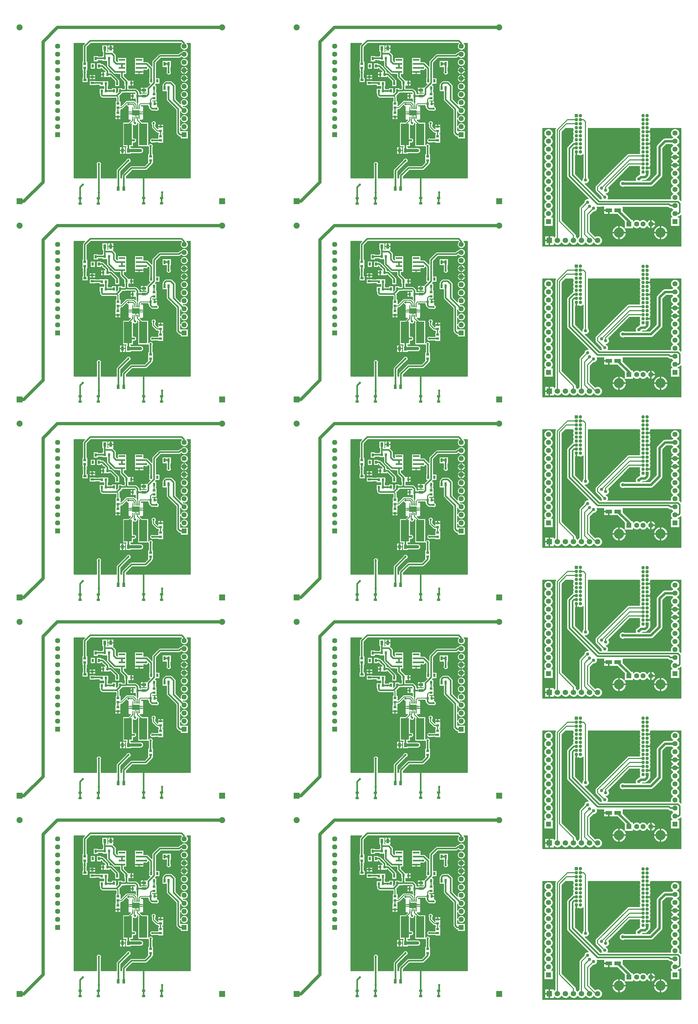
<source format=gbr>
G75*
G70*
%OFA0B0*%
%FSLAX25Y25*%
%IPPOS*%
%LPD*%
%AMOC8*
5,1,8,0,0,1.08239X$1,22.5*
%
%ADD15C,0.04330*%
%ADD17C,0.02760*%
%ADD18C,0.00980*%
%ADD20R,0.09840X0.26770*%
%ADD21C,0.01180*%
%ADD25C,0.06300*%
%ADD26R,0.03940X0.02760*%
%ADD27R,0.06300X0.06300*%
%ADD29R,0.03540X0.03150*%
%ADD31R,0.03740X0.05510*%
%ADD32C,0.03740*%
%ADD35C,0.01970*%
%ADD36R,0.03350X0.05510*%
%ADD37C,0.07480*%
%ADD38R,0.07480X0.07480*%
%ADD39R,0.03940X0.03940*%
%ADD42C,0.03940*%
%ADD43R,0.04130X0.02560*%
%ADD49R,0.02990X0.05000*%
%ADD50C,0.01380*%
%ADD51R,0.06380X0.06380*%
%ADD53C,0.12600*%
%ADD56R,0.05510X0.03740*%
%ADD57R,0.06690X0.06690*%
%ADD60R,0.07870X0.04720*%
%ADD64R,0.07870X0.02360*%
%ADD65C,0.06380*%
%ADD66R,0.02560X0.04130*%
%ADD70R,0.03150X0.03540*%
%ADD71C,0.04000*%
%ADD73C,0.01100*%
%ADD74C,0.02950*%
%ADD77C,0.06690*%
X0000000Y0000000D02*
G75*
G01*
%LPD*%
X0185990Y0114730D02*
D73*
X0185990Y0116750D01*
D21*
X0185990Y0120740D01*
X0189920Y0114730D02*
D73*
X0189920Y0116750D01*
D21*
X0189920Y0120740D01*
X0185990Y0120740D01*
X0182050Y0126540D02*
D73*
X0182050Y0123070D01*
D21*
X0184390Y0120740D01*
X0185990Y0120740D01*
X0197330Y0116540D02*
D18*
X0197330Y0119040D01*
X0196710Y0119670D01*
X0187050Y0119670D01*
X0185990Y0120740D01*
X0197330Y0116540D02*
X0197330Y0119670D01*
X0195160Y0121840D01*
X0187090Y0121840D01*
X0185990Y0120740D01*
X0172950Y0125290D02*
X0172950Y0121830D01*
X0184890Y0121830D01*
X0185990Y0120740D01*
X0172950Y0120920D02*
X0172950Y0119660D01*
X0184910Y0119660D01*
X0185990Y0120740D01*
X0195480Y0008150D02*
D35*
X0195480Y0014850D01*
X0195480Y0039960D01*
X0200790Y0045270D01*
X0206070Y0045270D01*
X0217330Y0056540D01*
X0246070Y0203540D02*
X0246070Y0207180D01*
X0242950Y0210290D01*
X0129190Y0210290D01*
X0122320Y0203430D01*
X0122320Y0181670D01*
X0187950Y0114730D02*
D73*
X0187950Y0112710D01*
D21*
X0187950Y0111540D01*
X0194830Y0104670D01*
X0194830Y0094040D01*
X0208730Y0151400D02*
D50*
X0208730Y0150450D01*
X0208580Y0150290D01*
X0208580Y0144040D01*
X0166220Y0148280D02*
D35*
X0172810Y0148280D01*
X0174200Y0149670D01*
X0174200Y0157790D01*
X0168570Y0171550D02*
X0168570Y0165300D01*
X0174200Y0159670D01*
X0174200Y0157790D01*
X0166220Y0148280D02*
X0166220Y0146060D01*
X0162070Y0141910D01*
X0144450Y0141910D01*
X0143570Y0142790D01*
X0143570Y0147790D01*
X0143520Y0147850D01*
X0152440Y0188420D02*
X0152440Y0178930D01*
X0159830Y0171550D01*
X0168570Y0171550D01*
X0204210Y0066650D02*
X0204210Y0079670D01*
X0174200Y0149040D02*
X0174200Y0149670D01*
X0187950Y0126540D02*
D73*
X0187950Y0133420D01*
D35*
X0187950Y0141540D01*
X0163640Y0132230D02*
D21*
X0163640Y0140350D01*
X0162070Y0141910D01*
X0195970Y0141650D02*
D35*
X0199310Y0141650D01*
X0201700Y0144040D01*
X0201700Y0150920D01*
X0208580Y0157790D01*
X0208580Y0184040D01*
X0216080Y0191540D01*
X0239830Y0191540D01*
X0241820Y0193540D01*
X0246070Y0193540D01*
X0195970Y0141650D02*
X0187950Y0141650D01*
X0187950Y0141540D01*
X0187950Y0145920D01*
X0185450Y0148420D01*
X0174830Y0148420D01*
X0174200Y0149040D01*
X0139180Y0007960D02*
X0139180Y0014660D01*
X0139770Y0014660D01*
X0139770Y0021930D01*
X0139770Y0057220D01*
X0211700Y0125920D02*
X0206080Y0125920D01*
X0204140Y0127860D01*
X0204140Y0131950D01*
X0217920Y0008150D02*
X0217920Y0014850D01*
X0218510Y0021930D02*
X0218510Y0015440D01*
X0217920Y0014850D01*
X0189920Y0126540D02*
D18*
X0189920Y0130390D01*
X0191700Y0132170D01*
X0203920Y0132170D01*
X0204140Y0131950D01*
X0208580Y0138930D02*
D50*
X0205960Y0138930D01*
X0204200Y0137170D01*
X0204200Y0132010D01*
X0204140Y0131950D01*
X0116740Y0007960D02*
D35*
X0116740Y0014660D01*
X0176490Y0074040D02*
X0176490Y0093630D01*
X0176080Y0094040D01*
X0216710Y0086420D02*
X0206200Y0086420D01*
X0183580Y0086420D02*
X0176820Y0086420D01*
X0175450Y0087790D01*
X0175450Y0094040D01*
X0176080Y0094040D01*
X0182050Y0114730D02*
D73*
X0182050Y0112710D01*
D21*
X0182050Y0111260D01*
X0176080Y0105290D01*
X0176080Y0094040D01*
X0191700Y0074040D02*
D42*
X0180320Y0074040D01*
D32*
X0176490Y0074040D01*
X0116740Y0014660D02*
D35*
X0116740Y0028150D01*
X0120080Y0031490D01*
X0148630Y0147850D02*
X0148630Y0157110D01*
X0148570Y0157170D01*
X0148630Y0147850D02*
X0154200Y0147850D01*
X0158310Y0147850D01*
X0158740Y0148280D01*
X0184020Y0126540D02*
D73*
X0184020Y0128560D01*
D21*
X0184020Y0129850D01*
X0182330Y0131540D01*
X0176700Y0131540D01*
X0176700Y0061540D02*
D35*
X0164200Y0049030D01*
X0164200Y0026850D01*
X0163880Y0026530D01*
X0147320Y0188420D02*
X0136380Y0188420D01*
X0136060Y0188100D01*
X0168570Y0176550D02*
X0168570Y0181550D01*
X0147320Y0200920D02*
X0147320Y0194290D01*
X0147320Y0188420D01*
X0147320Y0194290D02*
X0155840Y0194290D01*
X0158580Y0191550D01*
X0158580Y0184670D01*
X0161700Y0181550D01*
X0168570Y0181550D01*
X0162480Y0157330D02*
X0162480Y0160770D01*
X0154830Y0168420D01*
X0150570Y0168420D01*
X0150510Y0168360D01*
X0139800Y0179050D02*
X0144140Y0179050D01*
X0146640Y0176550D01*
X0150510Y0172680D01*
X0150510Y0168360D01*
X0189830Y0176550D02*
X0198580Y0176550D01*
X0221710Y0151540D02*
X0221710Y0155920D01*
X0223580Y0157800D01*
X0229210Y0157800D01*
X0232960Y0154040D01*
X0232960Y0136650D01*
X0246070Y0123540D01*
X0184020Y0114730D02*
D73*
X0184020Y0112710D01*
D21*
X0184020Y0108420D01*
X0185450Y0108420D01*
X0184830Y0107790D01*
X0207950Y0107790D02*
X0207950Y0102790D01*
X0212450Y0098300D01*
X0216710Y0098300D01*
X0216710Y0091540D01*
X0293310Y0226890D02*
D42*
X0088280Y0226890D01*
X0070440Y0209050D01*
X0070440Y0034660D01*
X0046690Y0010900D01*
X0041340Y0010900D01*
X0204990Y0160460D02*
D35*
X0204990Y0175750D01*
X0199200Y0181550D01*
X0189830Y0181550D01*
X0204210Y0061540D02*
X0204210Y0058410D01*
X0197960Y0052160D01*
X0180450Y0052160D01*
X0171080Y0042780D01*
X0171080Y0026530D01*
X0170770Y0026530D01*
X0246070Y0093540D02*
X0240950Y0093540D01*
X0238580Y0095910D01*
X0238580Y0125290D01*
X0226710Y0137160D01*
X0226710Y0151540D01*
X0122320Y0176550D02*
X0122320Y0170920D01*
X0122320Y0161860D01*
X0122640Y0161540D01*
X0226710Y0181540D02*
X0226710Y0170920D01*
X0221710Y0181540D02*
X0226710Y0181540D01*
X0185990Y0126540D02*
D18*
X0185990Y0131010D01*
X0182950Y0134040D01*
X0174830Y0134040D01*
X0167950Y0127170D01*
X0163700Y0127170D01*
X0163640Y0127110D01*
D21*
X0163640Y0120980D01*
X0163580Y0120920D01*
X0131700Y0157800D02*
D35*
X0142830Y0157800D01*
X0143460Y0157170D01*
D17*
X0204210Y0079670D03*
X0174200Y0149040D03*
D03*
X0139770Y0057220D03*
X0211700Y0125920D03*
X0218510Y0021930D03*
X0139770Y0021930D03*
X0206200Y0086420D03*
X0183580Y0086420D03*
D71*
X0191700Y0074040D03*
D17*
X0120080Y0031490D03*
X0176700Y0131540D03*
X0154200Y0147850D03*
X0176700Y0061540D03*
X0176700Y0131540D03*
X0198580Y0176550D03*
X0146640Y0176550D03*
X0184830Y0107790D03*
X0207950Y0107790D03*
X0226710Y0170920D03*
X0122320Y0170920D03*
D71*
X0173580Y0141540D03*
X0196700Y0156540D03*
X0139830Y0164040D03*
X0164830Y0201540D03*
X0174830Y0201540D03*
X0222330Y0135290D03*
X0222330Y0127790D03*
X0222330Y0120290D03*
X0188580Y0156540D03*
D17*
X0197330Y0125290D03*
X0197330Y0120920D03*
X0197330Y0116540D03*
X0172950Y0125290D03*
X0172950Y0120920D03*
X0172950Y0116540D03*
D71*
X0160450Y0074040D03*
X0160450Y0066540D03*
X0154200Y0092790D03*
X0217330Y0056540D03*
X0154200Y0104670D03*
X0229830Y0056540D03*
X0227960Y0127790D03*
X0204200Y0115290D03*
X0204200Y0099670D03*
X0185040Y0045270D03*
X0197540Y0045270D03*
X0144980Y0045270D03*
X0157480Y0045270D03*
X0217330Y0078190D03*
X0229830Y0078190D03*
X0108860Y0206330D02*
D18*
X0121310Y0206330D01*
X0129140Y0206330D02*
X0241930Y0206330D01*
X0250200Y0206330D02*
X0253350Y0206330D01*
X0108860Y0205360D02*
X0120350Y0205360D01*
X0128170Y0205360D02*
X0143640Y0205360D01*
X0158280Y0205360D02*
X0241420Y0205360D01*
X0250710Y0205360D02*
X0253350Y0205360D01*
X0108860Y0204390D02*
X0119700Y0204390D01*
X0127200Y0204390D02*
X0143640Y0204390D01*
X0158280Y0204390D02*
X0241150Y0204390D01*
X0250990Y0204390D02*
X0253350Y0204390D01*
X0108860Y0203420D02*
X0119530Y0203420D01*
X0126220Y0203420D02*
X0143640Y0203420D01*
X0158280Y0203420D02*
X0241070Y0203420D01*
X0251060Y0203420D02*
X0253350Y0203420D01*
X0108860Y0202450D02*
X0119530Y0202450D01*
X0125250Y0202450D02*
X0143640Y0202450D01*
X0158280Y0202450D02*
X0241190Y0202450D01*
X0250940Y0202450D02*
X0253350Y0202450D01*
X0108860Y0201470D02*
X0119530Y0201470D01*
X0125110Y0201470D02*
X0143640Y0201470D01*
X0158280Y0201470D02*
X0241530Y0201470D01*
X0250600Y0201470D02*
X0253350Y0201470D01*
X0108860Y0200500D02*
X0119530Y0200500D01*
X0125110Y0200500D02*
X0143640Y0200500D01*
X0158280Y0200500D02*
X0242120Y0200500D01*
X0250020Y0200500D02*
X0253350Y0200500D01*
X0108860Y0199530D02*
X0119530Y0199530D01*
X0125110Y0199530D02*
X0143640Y0199530D01*
X0158280Y0199530D02*
X0243150Y0199530D01*
X0248990Y0199530D02*
X0253350Y0199530D01*
X0108860Y0198560D02*
X0119530Y0198560D01*
X0125110Y0198560D02*
X0143640Y0198560D01*
X0158280Y0198560D02*
X0253350Y0198560D01*
X0108860Y0197590D02*
X0119530Y0197590D01*
X0125110Y0197590D02*
X0143640Y0197590D01*
X0158280Y0197590D02*
X0243210Y0197590D01*
X0248930Y0197590D02*
X0253350Y0197590D01*
X0108860Y0196620D02*
X0119530Y0196620D01*
X0125110Y0196620D02*
X0143640Y0196620D01*
X0158280Y0196620D02*
X0242160Y0196620D01*
X0249970Y0196620D02*
X0253350Y0196620D01*
X0108860Y0195650D02*
X0119530Y0195650D01*
X0125110Y0195650D02*
X0144540Y0195650D01*
X0158390Y0195650D02*
X0240040Y0195650D01*
X0250590Y0195650D02*
X0253350Y0195650D01*
X0108860Y0194680D02*
X0119530Y0194680D01*
X0125110Y0194680D02*
X0144540Y0194680D01*
X0159360Y0194680D02*
X0239060Y0194680D01*
X0250930Y0194680D02*
X0253350Y0194680D01*
X0108860Y0193710D02*
X0119530Y0193710D01*
X0125110Y0193710D02*
X0144540Y0193710D01*
X0160330Y0193710D02*
X0214370Y0193710D01*
X0251060Y0193710D02*
X0253350Y0193710D01*
X0108860Y0192730D02*
X0119530Y0192730D01*
X0125110Y0192730D02*
X0144540Y0192730D01*
X0161100Y0192730D02*
X0213360Y0192730D01*
X0251000Y0192730D02*
X0253350Y0192730D01*
X0108860Y0191760D02*
X0119530Y0191760D01*
X0125110Y0191760D02*
X0132970Y0191760D01*
X0139150Y0191760D02*
X0143940Y0191760D01*
X0161360Y0191760D02*
X0212390Y0191760D01*
X0250730Y0191760D02*
X0253350Y0191760D01*
X0108860Y0190790D02*
X0119530Y0190790D01*
X0125110Y0190790D02*
X0132970Y0190790D01*
X0161370Y0190790D02*
X0211420Y0190790D01*
X0250220Y0190790D02*
X0253350Y0190790D01*
X0108860Y0189820D02*
X0119530Y0189820D01*
X0125110Y0189820D02*
X0132970Y0189820D01*
X0161370Y0189820D02*
X0210450Y0189820D01*
X0242020Y0189820D02*
X0242780Y0189820D01*
X0249360Y0189820D02*
X0253350Y0189820D01*
X0108860Y0188850D02*
X0119530Y0188850D01*
X0125110Y0188850D02*
X0132970Y0188850D01*
X0161370Y0188850D02*
X0162820Y0188850D01*
X0174320Y0188850D02*
X0184080Y0188850D01*
X0195580Y0188850D02*
X0209470Y0188850D01*
X0240020Y0188850D02*
X0244560Y0188850D01*
X0247570Y0188850D02*
X0253350Y0188850D01*
X0108860Y0187880D02*
X0119530Y0187880D01*
X0125110Y0187880D02*
X0132970Y0187880D01*
X0161370Y0187880D02*
X0162820Y0187880D01*
X0174320Y0187880D02*
X0184080Y0187880D01*
X0195580Y0187880D02*
X0208500Y0187880D01*
X0216320Y0187880D02*
X0243680Y0187880D01*
X0248450Y0187880D02*
X0253350Y0187880D01*
X0108860Y0186910D02*
X0119530Y0186910D01*
X0125110Y0186910D02*
X0132970Y0186910D01*
X0161370Y0186910D02*
X0162820Y0186910D01*
X0174320Y0186910D02*
X0184080Y0186910D01*
X0195580Y0186910D02*
X0207530Y0186910D01*
X0215350Y0186910D02*
X0242410Y0186910D01*
X0249730Y0186910D02*
X0253350Y0186910D01*
X0108860Y0185940D02*
X0119530Y0185940D01*
X0125110Y0185940D02*
X0132970Y0185940D01*
X0161370Y0185940D02*
X0162820Y0185940D01*
X0174320Y0185940D02*
X0184080Y0185940D01*
X0195580Y0185940D02*
X0206560Y0185940D01*
X0214380Y0185940D02*
X0241700Y0185940D01*
X0250430Y0185940D02*
X0253350Y0185940D01*
X0108860Y0184970D02*
X0119530Y0184970D01*
X0125110Y0184970D02*
X0132970Y0184970D01*
X0139150Y0184970D02*
X0143940Y0184970D01*
X0162190Y0184970D02*
X0162820Y0184970D01*
X0174320Y0184970D02*
X0184080Y0184970D01*
X0195580Y0184970D02*
X0205950Y0184970D01*
X0213420Y0184970D02*
X0218400Y0184970D01*
X0230010Y0184970D02*
X0241290Y0184970D01*
X0250850Y0184970D02*
X0253350Y0184970D01*
X0108860Y0183990D02*
X0118750Y0183990D01*
X0125910Y0183990D02*
X0149640Y0183990D01*
X0174320Y0183990D02*
X0184080Y0183990D01*
X0200420Y0183990D02*
X0205780Y0183990D01*
X0212430Y0183990D02*
X0218400Y0183990D01*
X0230010Y0183990D02*
X0241090Y0183990D01*
X0251050Y0183990D02*
X0253350Y0183990D01*
X0108860Y0183020D02*
X0118750Y0183020D01*
X0125910Y0183020D02*
X0149640Y0183020D01*
X0174320Y0183020D02*
X0184080Y0183020D01*
X0201640Y0183020D02*
X0205780Y0183020D01*
X0211460Y0183020D02*
X0218400Y0183020D01*
X0230010Y0183020D02*
X0241100Y0183020D01*
X0251030Y0183020D02*
X0253350Y0183020D01*
X0108860Y0182050D02*
X0118750Y0182050D01*
X0125910Y0182050D02*
X0129230Y0182050D01*
X0135410Y0182050D02*
X0136710Y0182050D01*
X0142890Y0182050D02*
X0149640Y0182050D01*
X0174320Y0182050D02*
X0184080Y0182050D01*
X0202600Y0182050D02*
X0205780Y0182050D01*
X0211370Y0182050D02*
X0218400Y0182050D01*
X0230010Y0182050D02*
X0241300Y0182050D01*
X0250830Y0182050D02*
X0253350Y0182050D01*
X0108860Y0181080D02*
X0118750Y0181080D01*
X0125910Y0181080D02*
X0129230Y0181080D01*
X0135410Y0181080D02*
X0136710Y0181080D01*
X0146010Y0181080D02*
X0149640Y0181080D01*
X0174320Y0181080D02*
X0184080Y0181080D01*
X0203570Y0181080D02*
X0205780Y0181080D01*
X0211370Y0181080D02*
X0218400Y0181080D01*
X0230010Y0181080D02*
X0241730Y0181080D01*
X0250400Y0181080D02*
X0253350Y0181080D01*
X0108860Y0180110D02*
X0118750Y0180110D01*
X0125910Y0180110D02*
X0129230Y0180110D01*
X0135410Y0180110D02*
X0136710Y0180110D01*
X0146990Y0180110D02*
X0149640Y0180110D01*
X0174320Y0180110D02*
X0184080Y0180110D01*
X0204540Y0180110D02*
X0205780Y0180110D01*
X0211370Y0180110D02*
X0218400Y0180110D01*
X0230010Y0180110D02*
X0242470Y0180110D01*
X0249660Y0180110D02*
X0253350Y0180110D01*
X0108860Y0179140D02*
X0118750Y0179140D01*
X0125910Y0179140D02*
X0129230Y0179140D01*
X0135410Y0179140D02*
X0136710Y0179140D01*
X0148420Y0179140D02*
X0149640Y0179140D01*
X0174320Y0179140D02*
X0184080Y0179140D01*
X0211370Y0179140D02*
X0218400Y0179140D01*
X0230010Y0179140D02*
X0243820Y0179140D01*
X0248310Y0179140D02*
X0253350Y0179140D01*
X0108860Y0178170D02*
X0118750Y0178170D01*
X0125910Y0178170D02*
X0129230Y0178170D01*
X0135410Y0178170D02*
X0136710Y0178170D01*
X0174320Y0178170D02*
X0184080Y0178170D01*
X0211370Y0178170D02*
X0218400Y0178170D01*
X0230010Y0178170D02*
X0244350Y0178170D01*
X0247790Y0178170D02*
X0253350Y0178170D01*
X0108860Y0177200D02*
X0118750Y0177200D01*
X0125910Y0177200D02*
X0129230Y0177200D01*
X0135410Y0177200D02*
X0136710Y0177200D01*
X0174320Y0177200D02*
X0184080Y0177200D01*
X0211370Y0177200D02*
X0223910Y0177200D01*
X0229500Y0177200D02*
X0242700Y0177200D01*
X0249430Y0177200D02*
X0253350Y0177200D01*
X0108860Y0176230D02*
X0118750Y0176230D01*
X0125910Y0176230D02*
X0129230Y0176230D01*
X0135410Y0176230D02*
X0136710Y0176230D01*
X0174320Y0176230D02*
X0184080Y0176230D01*
X0211370Y0176230D02*
X0223910Y0176230D01*
X0229500Y0176230D02*
X0241870Y0176230D01*
X0250260Y0176230D02*
X0253350Y0176230D01*
X0108860Y0175250D02*
X0118750Y0175250D01*
X0125910Y0175250D02*
X0143740Y0175250D01*
X0174320Y0175250D02*
X0184080Y0175250D01*
X0211370Y0175250D02*
X0223910Y0175250D01*
X0229500Y0175250D02*
X0241380Y0175250D01*
X0250760Y0175250D02*
X0253350Y0175250D01*
X0108860Y0174280D02*
X0118750Y0174280D01*
X0125910Y0174280D02*
X0144440Y0174280D01*
X0174320Y0174280D02*
X0184080Y0174280D01*
X0200770Y0174280D02*
X0202190Y0174280D01*
X0211370Y0174280D02*
X0223910Y0174280D01*
X0229500Y0174280D02*
X0241130Y0174280D01*
X0251000Y0174280D02*
X0253350Y0174280D01*
X0108860Y0173310D02*
X0118750Y0173310D01*
X0125910Y0173310D02*
X0145970Y0173310D01*
X0153220Y0173310D02*
X0154150Y0173310D01*
X0174320Y0173310D02*
X0184080Y0173310D01*
X0195580Y0173310D02*
X0202190Y0173310D01*
X0211370Y0173310D02*
X0223910Y0173310D01*
X0229500Y0173310D02*
X0241070Y0173310D01*
X0251060Y0173310D02*
X0253350Y0173310D01*
X0108860Y0172340D02*
X0119480Y0172340D01*
X0125170Y0172340D02*
X0146940Y0172340D01*
X0153300Y0172340D02*
X0155120Y0172340D01*
X0174320Y0172340D02*
X0184080Y0172340D01*
X0195580Y0172340D02*
X0202190Y0172340D01*
X0211370Y0172340D02*
X0223860Y0172340D01*
X0229550Y0172340D02*
X0241220Y0172340D01*
X0250910Y0172340D02*
X0253350Y0172340D01*
X0108860Y0171370D02*
X0119160Y0171370D01*
X0125480Y0171370D02*
X0142000Y0171370D01*
X0153900Y0171370D02*
X0156090Y0171370D01*
X0174320Y0171370D02*
X0184080Y0171370D01*
X0195580Y0171370D02*
X0202190Y0171370D01*
X0211370Y0171370D02*
X0223550Y0171370D01*
X0229860Y0171370D02*
X0241580Y0171370D01*
X0250560Y0171370D02*
X0253350Y0171370D01*
X0108860Y0170400D02*
X0119180Y0170400D01*
X0125460Y0170400D02*
X0142000Y0170400D01*
X0174320Y0170400D02*
X0184080Y0170400D01*
X0195580Y0170400D02*
X0202190Y0170400D01*
X0211370Y0170400D02*
X0223570Y0170400D01*
X0229860Y0170400D02*
X0242210Y0170400D01*
X0249930Y0170400D02*
X0253350Y0170400D01*
X0108860Y0169430D02*
X0119520Y0169430D01*
X0125130Y0169430D02*
X0142000Y0169430D01*
X0174320Y0169430D02*
X0184080Y0169430D01*
X0195580Y0169430D02*
X0202190Y0169430D01*
X0211370Y0169430D02*
X0223910Y0169430D01*
X0229500Y0169430D02*
X0243300Y0169430D01*
X0248830Y0169430D02*
X0253350Y0169430D01*
X0108860Y0168460D02*
X0119530Y0168460D01*
X0125110Y0168460D02*
X0142000Y0168460D01*
X0158700Y0168460D02*
X0165780Y0168460D01*
X0171370Y0168460D02*
X0202190Y0168460D01*
X0211370Y0168460D02*
X0224750Y0168460D01*
X0228670Y0168460D02*
X0253350Y0168460D01*
X0108860Y0167490D02*
X0119530Y0167490D01*
X0125110Y0167490D02*
X0127820Y0167490D01*
X0135570Y0167490D02*
X0142000Y0167490D01*
X0159670Y0167490D02*
X0165780Y0167490D01*
X0171370Y0167490D02*
X0202190Y0167490D01*
X0211370Y0167490D02*
X0243050Y0167490D01*
X0249080Y0167490D02*
X0253350Y0167490D01*
X0108860Y0166510D02*
X0119530Y0166510D01*
X0125110Y0166510D02*
X0127820Y0166510D01*
X0135570Y0166510D02*
X0142000Y0166510D01*
X0160640Y0166510D02*
X0165780Y0166510D01*
X0171370Y0166510D02*
X0202190Y0166510D01*
X0211370Y0166510D02*
X0242070Y0166510D01*
X0250060Y0166510D02*
X0253350Y0166510D01*
X0108860Y0165540D02*
X0119530Y0165540D01*
X0125110Y0165540D02*
X0127820Y0165540D01*
X0135570Y0165540D02*
X0142000Y0165540D01*
X0161620Y0165540D02*
X0165780Y0165540D01*
X0172250Y0165540D02*
X0202190Y0165540D01*
X0211370Y0165540D02*
X0241500Y0165540D01*
X0250630Y0165540D02*
X0253350Y0165540D01*
X0108860Y0164570D02*
X0119530Y0164570D01*
X0125110Y0164570D02*
X0127820Y0164570D01*
X0135570Y0164570D02*
X0154760Y0164570D01*
X0162590Y0164570D02*
X0165880Y0164570D01*
X0173220Y0164570D02*
X0202190Y0164570D01*
X0211370Y0164570D02*
X0241180Y0164570D01*
X0250960Y0164570D02*
X0253350Y0164570D01*
X0108860Y0163600D02*
X0118760Y0163600D01*
X0126530Y0163600D02*
X0127820Y0163600D01*
X0135570Y0163600D02*
X0155730Y0163600D01*
X0163560Y0163600D02*
X0166370Y0163600D01*
X0174180Y0163600D02*
X0201900Y0163600D01*
X0215570Y0163600D02*
X0241070Y0163600D01*
X0251060Y0163600D02*
X0253350Y0163600D01*
X0108860Y0162630D02*
X0118760Y0162630D01*
X0126530Y0162630D02*
X0127820Y0162630D01*
X0135570Y0162630D02*
X0156700Y0162630D01*
X0164530Y0162630D02*
X0167330Y0162630D01*
X0175150Y0162630D02*
X0201900Y0162630D01*
X0215570Y0162630D02*
X0241150Y0162630D01*
X0250990Y0162630D02*
X0253350Y0162630D01*
X0108860Y0161660D02*
X0118760Y0161660D01*
X0126530Y0161660D02*
X0157670Y0161660D01*
X0165130Y0161660D02*
X0168300Y0161660D01*
X0176120Y0161660D02*
X0201900Y0161660D01*
X0215570Y0161660D02*
X0241440Y0161660D01*
X0250690Y0161660D02*
X0253350Y0161660D01*
X0108860Y0160690D02*
X0118760Y0160690D01*
X0126530Y0160690D02*
X0127820Y0160690D01*
X0135570Y0160690D02*
X0158650Y0160690D01*
X0165570Y0160690D02*
X0169280Y0160690D01*
X0183490Y0160690D02*
X0201900Y0160690D01*
X0215570Y0160690D02*
X0241990Y0160690D01*
X0250140Y0160690D02*
X0253350Y0160690D01*
X0108860Y0159720D02*
X0118760Y0159720D01*
X0126530Y0159720D02*
X0127820Y0159720D01*
X0151960Y0159720D02*
X0159390Y0159720D01*
X0165570Y0159720D02*
X0170250Y0159720D01*
X0183490Y0159720D02*
X0201900Y0159720D01*
X0215570Y0159720D02*
X0221600Y0159720D01*
X0231190Y0159720D02*
X0242900Y0159720D01*
X0249230Y0159720D02*
X0253350Y0159720D01*
X0108860Y0158750D02*
X0118760Y0158750D01*
X0126530Y0158750D02*
X0127820Y0158750D01*
X0151960Y0158750D02*
X0159390Y0158750D01*
X0165570Y0158750D02*
X0170820Y0158750D01*
X0183490Y0158750D02*
X0201900Y0158750D01*
X0215570Y0158750D02*
X0220620Y0158750D01*
X0232160Y0158750D02*
X0244960Y0158750D01*
X0247170Y0158750D02*
X0253350Y0158750D01*
X0108860Y0157770D02*
X0127820Y0157770D01*
X0151960Y0157770D02*
X0159390Y0157770D01*
X0165570Y0157770D02*
X0170820Y0157770D01*
X0183490Y0157770D02*
X0201900Y0157770D01*
X0215570Y0157770D02*
X0219650Y0157770D01*
X0233150Y0157770D02*
X0243500Y0157770D01*
X0248630Y0157770D02*
X0253350Y0157770D01*
X0108860Y0156800D02*
X0127820Y0156800D01*
X0151960Y0156800D02*
X0159390Y0156800D01*
X0165570Y0156800D02*
X0170820Y0156800D01*
X0183490Y0156800D02*
X0201900Y0156800D01*
X0215570Y0156800D02*
X0219060Y0156800D01*
X0234120Y0156800D02*
X0242320Y0156800D01*
X0249820Y0156800D02*
X0253350Y0156800D01*
X0108860Y0155830D02*
X0127820Y0155830D01*
X0151960Y0155830D02*
X0159390Y0155830D01*
X0165570Y0155830D02*
X0170820Y0155830D01*
X0183490Y0155830D02*
X0202700Y0155830D01*
X0210520Y0155830D02*
X0218910Y0155830D01*
X0235070Y0155830D02*
X0241640Y0155830D01*
X0250490Y0155830D02*
X0253350Y0155830D01*
X0108860Y0154860D02*
X0127820Y0154860D01*
X0135570Y0154860D02*
X0140080Y0154860D01*
X0151960Y0154860D02*
X0159390Y0154860D01*
X0165570Y0154860D02*
X0170820Y0154860D01*
X0183490Y0154860D02*
X0201730Y0154860D01*
X0211820Y0154860D02*
X0218400Y0154860D01*
X0235620Y0154860D02*
X0241260Y0154860D01*
X0250880Y0154860D02*
X0253350Y0154860D01*
X0108860Y0153890D02*
X0140080Y0153890D01*
X0151960Y0153890D02*
X0159390Y0153890D01*
X0165570Y0153890D02*
X0171400Y0153890D01*
X0177000Y0153890D02*
X0200760Y0153890D01*
X0211820Y0153890D02*
X0218400Y0153890D01*
X0235750Y0153890D02*
X0241090Y0153890D01*
X0251050Y0153890D02*
X0253350Y0153890D01*
X0108860Y0152920D02*
X0145840Y0152920D01*
X0151420Y0152920D02*
X0171400Y0152920D01*
X0177000Y0152920D02*
X0199790Y0152920D01*
X0211820Y0152920D02*
X0218400Y0152920D01*
X0235750Y0152920D02*
X0241100Y0152920D01*
X0251030Y0152920D02*
X0253350Y0152920D01*
X0108860Y0151950D02*
X0145840Y0151950D01*
X0151420Y0151950D02*
X0155660Y0151950D01*
X0161840Y0151950D02*
X0163130Y0151950D01*
X0169310Y0151950D02*
X0171400Y0151950D01*
X0177000Y0151950D02*
X0191400Y0151950D01*
X0211820Y0151950D02*
X0218400Y0151950D01*
X0235750Y0151950D02*
X0241330Y0151950D01*
X0250800Y0151950D02*
X0253350Y0151950D01*
X0108860Y0150980D02*
X0140140Y0150980D01*
X0152020Y0150980D02*
X0155660Y0150980D01*
X0161840Y0150980D02*
X0163130Y0150980D01*
X0169310Y0150980D02*
X0171400Y0150980D01*
X0186400Y0150980D02*
X0191400Y0150980D01*
X0211820Y0150980D02*
X0218400Y0150980D01*
X0235750Y0150980D02*
X0241790Y0150980D01*
X0250340Y0150980D02*
X0253350Y0150980D01*
X0108860Y0150010D02*
X0140140Y0150010D01*
X0161840Y0150010D02*
X0163130Y0150010D01*
X0187780Y0150010D02*
X0191400Y0150010D01*
X0211820Y0150010D02*
X0218400Y0150010D01*
X0235750Y0150010D02*
X0242580Y0150010D01*
X0249560Y0150010D02*
X0253350Y0150010D01*
X0108860Y0149030D02*
X0140140Y0149030D01*
X0161840Y0149030D02*
X0163130Y0149030D01*
X0188750Y0149030D02*
X0191400Y0149030D01*
X0211820Y0149030D02*
X0218400Y0149030D01*
X0235750Y0149030D02*
X0244050Y0149030D01*
X0248080Y0149030D02*
X0253350Y0149030D01*
X0108860Y0148060D02*
X0140140Y0148060D01*
X0161840Y0148060D02*
X0163130Y0148060D01*
X0189720Y0148060D02*
X0191400Y0148060D01*
X0211820Y0148060D02*
X0218400Y0148060D01*
X0235750Y0148060D02*
X0244080Y0148060D01*
X0248050Y0148060D02*
X0253350Y0148060D01*
X0108860Y0147090D02*
X0140140Y0147090D01*
X0161840Y0147090D02*
X0163130Y0147090D01*
X0190470Y0147090D02*
X0191400Y0147090D01*
X0212160Y0147090D02*
X0223910Y0147090D01*
X0235750Y0147090D02*
X0242590Y0147090D01*
X0249540Y0147090D02*
X0253350Y0147090D01*
X0108860Y0146120D02*
X0140140Y0146120D01*
X0161840Y0146120D02*
X0162360Y0146120D01*
X0190730Y0146120D02*
X0191400Y0146120D01*
X0212160Y0146120D02*
X0223910Y0146120D01*
X0235750Y0146120D02*
X0241810Y0146120D01*
X0250330Y0146120D02*
X0253350Y0146120D01*
X0108860Y0145150D02*
X0140140Y0145150D01*
X0169310Y0145150D02*
X0184810Y0145150D01*
X0190750Y0145150D02*
X0191400Y0145150D01*
X0212160Y0145150D02*
X0223910Y0145150D01*
X0235750Y0145150D02*
X0241350Y0145150D01*
X0250790Y0145150D02*
X0253350Y0145150D01*
X0108860Y0144180D02*
X0140780Y0144180D01*
X0168250Y0144180D02*
X0178660Y0144180D01*
X0212160Y0144180D02*
X0223910Y0144180D01*
X0235750Y0144180D02*
X0241120Y0144180D01*
X0251020Y0144180D02*
X0253350Y0144180D01*
X0108860Y0143210D02*
X0140780Y0143210D01*
X0167280Y0143210D02*
X0178660Y0143210D01*
X0212160Y0143210D02*
X0223910Y0143210D01*
X0235750Y0143210D02*
X0241090Y0143210D01*
X0251050Y0143210D02*
X0253350Y0143210D01*
X0108860Y0142240D02*
X0140850Y0142240D01*
X0166310Y0142240D02*
X0178660Y0142240D01*
X0212160Y0142240D02*
X0223910Y0142240D01*
X0235750Y0142240D02*
X0241240Y0142240D01*
X0250890Y0142240D02*
X0253350Y0142240D01*
X0108860Y0141260D02*
X0141260Y0141260D01*
X0165850Y0141260D02*
X0178660Y0141260D01*
X0212160Y0141260D02*
X0223910Y0141260D01*
X0235750Y0141260D02*
X0241620Y0141260D01*
X0250510Y0141260D02*
X0253350Y0141260D01*
X0108860Y0140290D02*
X0142170Y0140290D01*
X0166030Y0140290D02*
X0178660Y0140290D01*
X0212160Y0140290D02*
X0223910Y0140290D01*
X0235750Y0140290D02*
X0242300Y0140290D01*
X0249830Y0140290D02*
X0253350Y0140290D01*
X0108860Y0139320D02*
X0143610Y0139320D01*
X0166030Y0139320D02*
X0178660Y0139320D01*
X0212160Y0139320D02*
X0223910Y0139320D01*
X0235750Y0139320D02*
X0243470Y0139320D01*
X0248660Y0139320D02*
X0253350Y0139320D01*
X0108860Y0138350D02*
X0161240Y0138350D01*
X0166030Y0138350D02*
X0178660Y0138350D01*
X0212160Y0138350D02*
X0223910Y0138350D01*
X0235750Y0138350D02*
X0245040Y0138350D01*
X0247100Y0138350D02*
X0253350Y0138350D01*
X0108860Y0137380D02*
X0161240Y0137380D01*
X0166030Y0137380D02*
X0185150Y0137380D01*
X0212160Y0137380D02*
X0223910Y0137380D01*
X0236150Y0137380D02*
X0242920Y0137380D01*
X0249220Y0137380D02*
X0253350Y0137380D01*
X0108860Y0136410D02*
X0161240Y0136410D01*
X0166030Y0136410D02*
X0185150Y0136410D01*
X0212160Y0136410D02*
X0224020Y0136410D01*
X0237110Y0136410D02*
X0241990Y0136410D01*
X0250140Y0136410D02*
X0253350Y0136410D01*
X0108860Y0135440D02*
X0160050Y0135440D01*
X0167220Y0135440D02*
X0173000Y0135440D01*
X0206700Y0135440D02*
X0224540Y0135440D01*
X0238080Y0135440D02*
X0241450Y0135440D01*
X0250680Y0135440D02*
X0253350Y0135440D01*
X0108860Y0134470D02*
X0160050Y0134470D01*
X0167220Y0134470D02*
X0172030Y0134470D01*
X0212650Y0134470D02*
X0225490Y0134470D01*
X0239050Y0134470D02*
X0241160Y0134470D01*
X0250970Y0134470D02*
X0253350Y0134470D01*
X0108860Y0133500D02*
X0160050Y0133500D01*
X0167220Y0133500D02*
X0171070Y0133500D01*
X0212650Y0133500D02*
X0226460Y0133500D01*
X0240020Y0133500D02*
X0241070Y0133500D01*
X0251060Y0133500D02*
X0253350Y0133500D01*
X0108860Y0132520D02*
X0160050Y0132520D01*
X0167220Y0132520D02*
X0170100Y0132520D01*
X0212650Y0132520D02*
X0227430Y0132520D01*
X0250960Y0132520D02*
X0253350Y0132520D01*
X0108860Y0131550D02*
X0160050Y0131550D01*
X0167220Y0131550D02*
X0169130Y0131550D01*
X0212650Y0131550D02*
X0228410Y0131550D01*
X0250650Y0131550D02*
X0253350Y0131550D01*
X0108860Y0130580D02*
X0160050Y0130580D01*
X0167220Y0130580D02*
X0168140Y0130580D01*
X0212650Y0130580D02*
X0229380Y0130580D01*
X0250060Y0130580D02*
X0253350Y0130580D01*
X0108860Y0129610D02*
X0160050Y0129610D01*
X0173620Y0129610D02*
X0174190Y0129610D01*
X0192360Y0129610D02*
X0200750Y0129610D01*
X0212650Y0129610D02*
X0230350Y0129610D01*
X0249100Y0129610D02*
X0253350Y0129610D01*
X0108860Y0128640D02*
X0160050Y0128640D01*
X0172630Y0128640D02*
X0175540Y0128640D01*
X0195120Y0128640D02*
X0200750Y0128640D01*
X0213260Y0128640D02*
X0231320Y0128640D01*
X0244880Y0128640D02*
X0253350Y0128640D01*
X0108860Y0127670D02*
X0160050Y0127670D01*
X0171660Y0127670D02*
X0176190Y0127670D01*
X0195350Y0127670D02*
X0201350Y0127670D01*
X0214340Y0127670D02*
X0232290Y0127670D01*
X0248800Y0127670D02*
X0253350Y0127670D01*
X0108860Y0126700D02*
X0160050Y0126700D01*
X0170690Y0126700D02*
X0176190Y0126700D01*
X0195350Y0126700D02*
X0201610Y0126700D01*
X0214780Y0126700D02*
X0233260Y0126700D01*
X0249910Y0126700D02*
X0253350Y0126700D01*
X0108860Y0125730D02*
X0160050Y0125730D01*
X0169720Y0125730D02*
X0176190Y0125730D01*
X0195350Y0125730D02*
X0202360Y0125730D01*
X0214880Y0125730D02*
X0234230Y0125730D01*
X0250560Y0125730D02*
X0253350Y0125730D01*
X0108860Y0124760D02*
X0160050Y0124760D01*
X0167220Y0124760D02*
X0176190Y0124760D01*
X0195350Y0124760D02*
X0203330Y0124760D01*
X0214660Y0124760D02*
X0235210Y0124760D01*
X0250910Y0124760D02*
X0253350Y0124760D01*
X0108860Y0123780D02*
X0159990Y0123780D01*
X0167160Y0123780D02*
X0176190Y0123780D01*
X0195350Y0123780D02*
X0204330Y0123780D01*
X0214030Y0123780D02*
X0235800Y0123780D01*
X0251060Y0123780D02*
X0253350Y0123780D01*
X0108860Y0122810D02*
X0159990Y0122810D01*
X0167160Y0122810D02*
X0176190Y0122810D01*
X0195350Y0122810D02*
X0235800Y0122810D01*
X0251020Y0122810D02*
X0253350Y0122810D01*
X0108860Y0121840D02*
X0159990Y0121840D01*
X0167160Y0121840D02*
X0176190Y0121840D01*
X0195350Y0121840D02*
X0235800Y0121840D01*
X0250760Y0121840D02*
X0253350Y0121840D01*
X0108860Y0120870D02*
X0159990Y0120870D01*
X0167160Y0120870D02*
X0176190Y0120870D01*
X0195350Y0120870D02*
X0235800Y0120870D01*
X0250280Y0120870D02*
X0253350Y0120870D01*
X0108860Y0119900D02*
X0159990Y0119900D01*
X0167160Y0119900D02*
X0176190Y0119900D01*
X0195350Y0119900D02*
X0235800Y0119900D01*
X0241370Y0119900D02*
X0242690Y0119900D01*
X0249450Y0119900D02*
X0253350Y0119900D01*
X0108860Y0118930D02*
X0159990Y0118930D01*
X0167160Y0118930D02*
X0176190Y0118930D01*
X0195350Y0118930D02*
X0235800Y0118930D01*
X0241370Y0118930D02*
X0244320Y0118930D01*
X0247820Y0118930D02*
X0253350Y0118930D01*
X0108860Y0117960D02*
X0159990Y0117960D01*
X0167160Y0117960D02*
X0176190Y0117960D01*
X0195350Y0117960D02*
X0235800Y0117960D01*
X0241370Y0117960D02*
X0243840Y0117960D01*
X0248300Y0117960D02*
X0253350Y0117960D01*
X0108860Y0116990D02*
X0159990Y0116990D01*
X0167160Y0116990D02*
X0176190Y0116990D01*
X0195350Y0116990D02*
X0235800Y0116990D01*
X0241370Y0116990D02*
X0242490Y0116990D01*
X0249650Y0116990D02*
X0253350Y0116990D01*
X0108860Y0116020D02*
X0159990Y0116020D01*
X0167160Y0116020D02*
X0176190Y0116020D01*
X0195350Y0116020D02*
X0235800Y0116020D01*
X0250400Y0116020D02*
X0253350Y0116020D01*
X0108860Y0115040D02*
X0159990Y0115040D01*
X0167160Y0115040D02*
X0176190Y0115040D01*
X0195350Y0115040D02*
X0235800Y0115040D01*
X0250830Y0115040D02*
X0253350Y0115040D01*
X0108860Y0114070D02*
X0159990Y0114070D01*
X0167160Y0114070D02*
X0176190Y0114070D01*
X0195350Y0114070D02*
X0235800Y0114070D01*
X0251030Y0114070D02*
X0253350Y0114070D01*
X0108860Y0113100D02*
X0159990Y0113100D01*
X0167160Y0113100D02*
X0176220Y0113100D01*
X0195320Y0113100D02*
X0235800Y0113100D01*
X0251050Y0113100D02*
X0253350Y0113100D01*
X0108860Y0112130D02*
X0176790Y0112130D01*
X0194750Y0112130D02*
X0235800Y0112130D01*
X0250860Y0112130D02*
X0253350Y0112130D01*
X0108860Y0111160D02*
X0178600Y0111160D01*
X0191690Y0111160D02*
X0235800Y0111160D01*
X0250450Y0111160D02*
X0253350Y0111160D01*
X0108860Y0110190D02*
X0177620Y0110190D01*
X0192650Y0110190D02*
X0205900Y0110190D01*
X0210000Y0110190D02*
X0235800Y0110190D01*
X0241370Y0110190D02*
X0242390Y0110190D01*
X0249740Y0110190D02*
X0253350Y0110190D01*
X0108860Y0109220D02*
X0176650Y0109220D01*
X0193640Y0109220D02*
X0205110Y0109220D01*
X0210790Y0109220D02*
X0235800Y0109220D01*
X0241370Y0109220D02*
X0243670Y0109220D01*
X0248460Y0109220D02*
X0253350Y0109220D01*
X0108860Y0108250D02*
X0169340Y0108250D01*
X0201560Y0108250D02*
X0204790Y0108250D01*
X0211110Y0108250D02*
X0235800Y0108250D01*
X0241370Y0108250D02*
X0244590Y0108250D01*
X0247540Y0108250D02*
X0253350Y0108250D01*
X0108860Y0107280D02*
X0169340Y0107280D01*
X0201560Y0107280D02*
X0204810Y0107280D01*
X0211090Y0107280D02*
X0235800Y0107280D01*
X0241370Y0107280D02*
X0242790Y0107280D01*
X0249340Y0107280D02*
X0253350Y0107280D01*
X0108860Y0106300D02*
X0169340Y0106300D01*
X0201560Y0106300D02*
X0205150Y0106300D01*
X0210760Y0106300D02*
X0213130Y0106300D01*
X0220290Y0106300D02*
X0235800Y0106300D01*
X0241370Y0106300D02*
X0241910Y0106300D01*
X0250220Y0106300D02*
X0253350Y0106300D01*
X0108860Y0105330D02*
X0169340Y0105330D01*
X0186800Y0105330D02*
X0188090Y0105330D01*
X0201560Y0105330D02*
X0205550Y0105330D01*
X0210360Y0105330D02*
X0213130Y0105330D01*
X0220290Y0105330D02*
X0235800Y0105330D01*
X0250730Y0105330D02*
X0253350Y0105330D01*
X0108860Y0104360D02*
X0169340Y0104360D01*
X0182810Y0104360D02*
X0188090Y0104360D01*
X0201560Y0104360D02*
X0205550Y0104360D01*
X0210360Y0104360D02*
X0213130Y0104360D01*
X0220290Y0104360D02*
X0235800Y0104360D01*
X0251000Y0104360D02*
X0253350Y0104360D01*
X0108860Y0103390D02*
X0169340Y0103390D01*
X0182810Y0103390D02*
X0188090Y0103390D01*
X0201560Y0103390D02*
X0205550Y0103390D01*
X0210710Y0103390D02*
X0213130Y0103390D01*
X0220290Y0103390D02*
X0235800Y0103390D01*
X0251060Y0103390D02*
X0253350Y0103390D01*
X0108860Y0102420D02*
X0169340Y0102420D01*
X0182810Y0102420D02*
X0188090Y0102420D01*
X0201560Y0102420D02*
X0205580Y0102420D01*
X0211680Y0102420D02*
X0213130Y0102420D01*
X0220290Y0102420D02*
X0235800Y0102420D01*
X0250940Y0102420D02*
X0253350Y0102420D01*
X0108860Y0101450D02*
X0169340Y0101450D01*
X0182810Y0101450D02*
X0188090Y0101450D01*
X0201560Y0101450D02*
X0205990Y0101450D01*
X0220290Y0101450D02*
X0235800Y0101450D01*
X0250600Y0101450D02*
X0253350Y0101450D01*
X0108860Y0100480D02*
X0169340Y0100480D01*
X0182810Y0100480D02*
X0188090Y0100480D01*
X0201560Y0100480D02*
X0206910Y0100480D01*
X0220290Y0100480D02*
X0235800Y0100480D01*
X0241370Y0100480D02*
X0242150Y0100480D01*
X0249990Y0100480D02*
X0253350Y0100480D01*
X0108860Y0099510D02*
X0169340Y0099510D01*
X0182810Y0099510D02*
X0188090Y0099510D01*
X0201560Y0099510D02*
X0207880Y0099510D01*
X0220290Y0099510D02*
X0235800Y0099510D01*
X0241370Y0099510D02*
X0243190Y0099510D01*
X0248940Y0099510D02*
X0253350Y0099510D01*
X0108860Y0098540D02*
X0169340Y0098540D01*
X0182810Y0098540D02*
X0188090Y0098540D01*
X0201560Y0098540D02*
X0208850Y0098540D01*
X0220290Y0098540D02*
X0235800Y0098540D01*
X0241370Y0098540D02*
X0253350Y0098540D01*
X0108860Y0097560D02*
X0169340Y0097560D01*
X0182810Y0097560D02*
X0188090Y0097560D01*
X0201560Y0097560D02*
X0209840Y0097560D01*
X0220290Y0097560D02*
X0235800Y0097560D01*
X0251060Y0097560D02*
X0253350Y0097560D01*
X0108860Y0096590D02*
X0169340Y0096590D01*
X0182810Y0096590D02*
X0188090Y0096590D01*
X0201560Y0096590D02*
X0210800Y0096590D01*
X0220290Y0096590D02*
X0235800Y0096590D01*
X0251060Y0096590D02*
X0253350Y0096590D01*
X0108860Y0095620D02*
X0169340Y0095620D01*
X0182810Y0095620D02*
X0188090Y0095620D01*
X0201560Y0095620D02*
X0213130Y0095620D01*
X0220290Y0095620D02*
X0235810Y0095620D01*
X0251060Y0095620D02*
X0253350Y0095620D01*
X0108860Y0094650D02*
X0169340Y0094650D01*
X0182810Y0094650D02*
X0188090Y0094650D01*
X0201560Y0094650D02*
X0213130Y0094650D01*
X0220290Y0094650D02*
X0236100Y0094650D01*
X0251060Y0094650D02*
X0253350Y0094650D01*
X0108860Y0093680D02*
X0169340Y0093680D01*
X0182810Y0093680D02*
X0188090Y0093680D01*
X0201560Y0093680D02*
X0213130Y0093680D01*
X0220290Y0093680D02*
X0236900Y0093680D01*
X0251060Y0093680D02*
X0253350Y0093680D01*
X0108860Y0092710D02*
X0169340Y0092710D01*
X0182810Y0092710D02*
X0188090Y0092710D01*
X0201560Y0092710D02*
X0213130Y0092710D01*
X0220290Y0092710D02*
X0237870Y0092710D01*
X0251060Y0092710D02*
X0253350Y0092710D01*
X0108860Y0091740D02*
X0169340Y0091740D01*
X0182810Y0091740D02*
X0188090Y0091740D01*
X0201560Y0091740D02*
X0213130Y0091740D01*
X0220290Y0091740D02*
X0238840Y0091740D01*
X0251060Y0091740D02*
X0253350Y0091740D01*
X0108860Y0090770D02*
X0169340Y0090770D01*
X0182810Y0090770D02*
X0188090Y0090770D01*
X0201560Y0090770D02*
X0213130Y0090770D01*
X0220290Y0090770D02*
X0241070Y0090770D01*
X0251060Y0090770D02*
X0253350Y0090770D01*
X0108860Y0089800D02*
X0169340Y0089800D01*
X0182810Y0089800D02*
X0188090Y0089800D01*
X0201560Y0089800D02*
X0213130Y0089800D01*
X0220290Y0089800D02*
X0241070Y0089800D01*
X0251060Y0089800D02*
X0253350Y0089800D01*
X0108860Y0088820D02*
X0169340Y0088820D01*
X0185610Y0088820D02*
X0188090Y0088820D01*
X0201560Y0088820D02*
X0204160Y0088820D01*
X0220290Y0088820D02*
X0241070Y0088820D01*
X0251060Y0088820D02*
X0253350Y0088820D01*
X0108860Y0087850D02*
X0169340Y0087850D01*
X0186410Y0087850D02*
X0188090Y0087850D01*
X0201560Y0087850D02*
X0203360Y0087850D01*
X0220290Y0087850D02*
X0253350Y0087850D01*
X0108860Y0086880D02*
X0169340Y0086880D01*
X0186730Y0086880D02*
X0188090Y0086880D01*
X0201560Y0086880D02*
X0203040Y0086880D01*
X0220290Y0086880D02*
X0253350Y0086880D01*
X0108860Y0085910D02*
X0169340Y0085910D01*
X0186720Y0085910D02*
X0188090Y0085910D01*
X0201560Y0085910D02*
X0203050Y0085910D01*
X0220290Y0085910D02*
X0253350Y0085910D01*
X0108860Y0084940D02*
X0169340Y0084940D01*
X0186400Y0084940D02*
X0188090Y0084940D01*
X0201560Y0084940D02*
X0203390Y0084940D01*
X0220290Y0084940D02*
X0253350Y0084940D01*
X0108860Y0083970D02*
X0169340Y0083970D01*
X0185550Y0083970D02*
X0188090Y0083970D01*
X0201560Y0083970D02*
X0204220Y0083970D01*
X0220290Y0083970D02*
X0253350Y0083970D01*
X0108860Y0083000D02*
X0169340Y0083000D01*
X0182810Y0083000D02*
X0188090Y0083000D01*
X0201560Y0083000D02*
X0253350Y0083000D01*
X0108860Y0082030D02*
X0169340Y0082030D01*
X0182810Y0082030D02*
X0188090Y0082030D01*
X0201560Y0082030D02*
X0202110Y0082030D01*
X0206310Y0082030D02*
X0253350Y0082030D01*
X0108860Y0081050D02*
X0169340Y0081050D01*
X0182810Y0081050D02*
X0188090Y0081050D01*
X0207060Y0081050D02*
X0253350Y0081050D01*
X0108860Y0080080D02*
X0169340Y0080080D01*
X0182810Y0080080D02*
X0188090Y0080080D01*
X0207370Y0080080D02*
X0253350Y0080080D01*
X0108860Y0079110D02*
X0169340Y0079110D01*
X0182810Y0079110D02*
X0188090Y0079110D01*
X0207340Y0079110D02*
X0253350Y0079110D01*
X0108860Y0078140D02*
X0165530Y0078140D01*
X0180170Y0078140D02*
X0201410Y0078140D01*
X0207000Y0078140D02*
X0253350Y0078140D01*
X0108860Y0077170D02*
X0165530Y0077170D01*
X0193790Y0077170D02*
X0201410Y0077170D01*
X0207000Y0077170D02*
X0253350Y0077170D01*
X0108860Y0076200D02*
X0165530Y0076200D01*
X0194820Y0076200D02*
X0201410Y0076200D01*
X0207000Y0076200D02*
X0253350Y0076200D01*
X0108860Y0075230D02*
X0165530Y0075230D01*
X0195320Y0075230D02*
X0201410Y0075230D01*
X0207000Y0075230D02*
X0253350Y0075230D01*
X0108860Y0074260D02*
X0165530Y0074260D01*
X0195510Y0074260D02*
X0201410Y0074260D01*
X0207000Y0074260D02*
X0253350Y0074260D01*
X0108860Y0073290D02*
X0165530Y0073290D01*
X0195440Y0073290D02*
X0201410Y0073290D01*
X0207000Y0073290D02*
X0253350Y0073290D01*
X0108860Y0072310D02*
X0165530Y0072310D01*
X0195080Y0072310D02*
X0201410Y0072310D01*
X0207000Y0072310D02*
X0253350Y0072310D01*
X0108860Y0071340D02*
X0165530Y0071340D01*
X0194360Y0071340D02*
X0201410Y0071340D01*
X0207000Y0071340D02*
X0253350Y0071340D01*
X0108860Y0070370D02*
X0165530Y0070370D01*
X0192390Y0070370D02*
X0201410Y0070370D01*
X0207000Y0070370D02*
X0253350Y0070370D01*
X0108860Y0069400D02*
X0200620Y0069400D01*
X0207790Y0069400D02*
X0253350Y0069400D01*
X0108860Y0068430D02*
X0200620Y0068430D01*
X0207790Y0068430D02*
X0253350Y0068430D01*
X0108860Y0067460D02*
X0200620Y0067460D01*
X0207790Y0067460D02*
X0253350Y0067460D01*
X0108860Y0066490D02*
X0200620Y0066490D01*
X0207790Y0066490D02*
X0253350Y0066490D01*
X0108860Y0065520D02*
X0200620Y0065520D01*
X0207790Y0065520D02*
X0253350Y0065520D01*
X0108860Y0064550D02*
X0175910Y0064550D01*
X0177490Y0064550D02*
X0200620Y0064550D01*
X0207790Y0064550D02*
X0253350Y0064550D01*
X0108860Y0063570D02*
X0174280Y0063570D01*
X0179120Y0063570D02*
X0200620Y0063570D01*
X0207790Y0063570D02*
X0253350Y0063570D01*
X0108860Y0062600D02*
X0173710Y0062600D01*
X0179710Y0062600D02*
X0200620Y0062600D01*
X0207790Y0062600D02*
X0253350Y0062600D01*
X0108860Y0061630D02*
X0172900Y0061630D01*
X0179890Y0061630D02*
X0200620Y0061630D01*
X0207790Y0061630D02*
X0253350Y0061630D01*
X0108860Y0060660D02*
X0171910Y0060660D01*
X0179770Y0060660D02*
X0200620Y0060660D01*
X0207790Y0060660D02*
X0253350Y0060660D01*
X0108860Y0059690D02*
X0137820Y0059690D01*
X0141720Y0059690D02*
X0170940Y0059690D01*
X0179270Y0059690D02*
X0200620Y0059690D01*
X0207790Y0059690D02*
X0253350Y0059690D01*
X0108860Y0058720D02*
X0136970Y0058720D01*
X0142570Y0058720D02*
X0169970Y0058720D01*
X0178080Y0058720D02*
X0200610Y0058720D01*
X0207790Y0058720D02*
X0253350Y0058720D01*
X0108860Y0057750D02*
X0136630Y0057750D01*
X0142900Y0057750D02*
X0169000Y0057750D01*
X0176830Y0057750D02*
X0199640Y0057750D01*
X0206910Y0057750D02*
X0253350Y0057750D01*
X0108860Y0056780D02*
X0136620Y0056780D01*
X0142920Y0056780D02*
X0168040Y0056780D01*
X0175860Y0056780D02*
X0198660Y0056780D01*
X0206450Y0056780D02*
X0253350Y0056780D01*
X0108860Y0055810D02*
X0136920Y0055810D01*
X0142610Y0055810D02*
X0167070Y0055810D01*
X0174880Y0055810D02*
X0197690Y0055810D01*
X0205510Y0055810D02*
X0253350Y0055810D01*
X0108860Y0054830D02*
X0136970Y0054830D01*
X0142570Y0054830D02*
X0166100Y0054830D01*
X0173910Y0054830D02*
X0180020Y0054830D01*
X0204540Y0054830D02*
X0253350Y0054830D01*
X0108860Y0053860D02*
X0136970Y0053860D01*
X0142570Y0053860D02*
X0165110Y0053860D01*
X0172940Y0053860D02*
X0178250Y0053860D01*
X0203570Y0053860D02*
X0253350Y0053860D01*
X0108860Y0052890D02*
X0136970Y0052890D01*
X0142570Y0052890D02*
X0164150Y0052890D01*
X0171970Y0052890D02*
X0177280Y0052890D01*
X0202600Y0052890D02*
X0253350Y0052890D01*
X0108860Y0051920D02*
X0136970Y0051920D01*
X0142570Y0051920D02*
X0163180Y0051920D01*
X0171000Y0051920D02*
X0176310Y0051920D01*
X0201620Y0051920D02*
X0253350Y0051920D01*
X0108860Y0050950D02*
X0136970Y0050950D01*
X0142570Y0050950D02*
X0162210Y0050950D01*
X0170030Y0050950D02*
X0175330Y0050950D01*
X0200650Y0050950D02*
X0253350Y0050950D01*
X0108860Y0049980D02*
X0136970Y0049980D01*
X0142570Y0049980D02*
X0161580Y0049980D01*
X0169060Y0049980D02*
X0174360Y0049980D01*
X0199640Y0049980D02*
X0253350Y0049980D01*
X0108860Y0049010D02*
X0136970Y0049010D01*
X0142570Y0049010D02*
X0161410Y0049010D01*
X0168080Y0049010D02*
X0173390Y0049010D01*
X0181210Y0049010D02*
X0253350Y0049010D01*
X0108860Y0048040D02*
X0136970Y0048040D01*
X0142570Y0048040D02*
X0161410Y0048040D01*
X0167110Y0048040D02*
X0172420Y0048040D01*
X0180240Y0048040D02*
X0253350Y0048040D01*
X0108860Y0047070D02*
X0136970Y0047070D01*
X0142570Y0047070D02*
X0161410Y0047070D01*
X0167000Y0047070D02*
X0171450Y0047070D01*
X0179270Y0047070D02*
X0253350Y0047070D01*
X0108860Y0046090D02*
X0136970Y0046090D01*
X0142570Y0046090D02*
X0161410Y0046090D01*
X0167000Y0046090D02*
X0170480Y0046090D01*
X0178310Y0046090D02*
X0253350Y0046090D01*
X0108860Y0045120D02*
X0136970Y0045120D01*
X0142570Y0045120D02*
X0161410Y0045120D01*
X0167000Y0045120D02*
X0169510Y0045120D01*
X0177320Y0045120D02*
X0253350Y0045120D01*
X0108860Y0044150D02*
X0136970Y0044150D01*
X0142570Y0044150D02*
X0161410Y0044150D01*
X0167000Y0044150D02*
X0168650Y0044150D01*
X0176350Y0044150D02*
X0253350Y0044150D01*
X0108860Y0043180D02*
X0136970Y0043180D01*
X0142570Y0043180D02*
X0161410Y0043180D01*
X0167000Y0043180D02*
X0168310Y0043180D01*
X0175380Y0043180D02*
X0253350Y0043180D01*
X0108860Y0042210D02*
X0136970Y0042210D01*
X0142570Y0042210D02*
X0161410Y0042210D01*
X0167000Y0042210D02*
X0168280Y0042210D01*
X0174420Y0042210D02*
X0253350Y0042210D01*
X0108860Y0041240D02*
X0136970Y0041240D01*
X0142570Y0041240D02*
X0161410Y0041240D01*
X0167000Y0041240D02*
X0168280Y0041240D01*
X0173880Y0041240D02*
X0253350Y0041240D01*
X0108860Y0040270D02*
X0136970Y0040270D01*
X0142570Y0040270D02*
X0161410Y0040270D01*
X0167000Y0040270D02*
X0168280Y0040270D01*
X0173880Y0040270D02*
X0253350Y0040270D01*
X0210980Y0147330D02*
X0212060Y0147330D01*
X0212050Y0140760D01*
X0212060Y0139750D01*
X0212060Y0135640D01*
X0206600Y0135640D01*
X0206660Y0135430D01*
X0212540Y0135430D01*
X0212540Y0128890D01*
X0212860Y0128790D01*
X0213300Y0128570D01*
X0213700Y0128280D01*
X0214050Y0127930D01*
X0214340Y0127540D01*
X0214560Y0127100D01*
X0214710Y0126630D01*
X0214790Y0125920D01*
X0214750Y0125430D01*
X0214640Y0124950D01*
X0214450Y0124500D01*
X0214190Y0124080D01*
X0213860Y0123710D01*
X0213490Y0123400D01*
X0213060Y0123140D01*
X0212610Y0122960D01*
X0212130Y0122860D01*
X0211640Y0122830D01*
X0211150Y0122880D01*
X0210670Y0123010D01*
X0210180Y0123230D01*
X0206080Y0123220D01*
X0205590Y0123270D01*
X0205110Y0123400D01*
X0204670Y0123620D01*
X0204170Y0124010D01*
X0202230Y0125950D01*
X0201920Y0126330D01*
X0201680Y0126760D01*
X0201520Y0127220D01*
X0201440Y0127860D01*
X0201440Y0128460D01*
X0200850Y0128460D01*
X0200850Y0129950D01*
X0194070Y0129960D01*
X0192610Y0129960D01*
X0192120Y0129470D01*
X0193580Y0129470D01*
X0194060Y0129400D01*
X0194510Y0129190D01*
X0194870Y0128860D01*
X0195120Y0128440D01*
X0195240Y0127950D01*
X0195250Y0122380D01*
X0195250Y0113420D01*
X0195180Y0112930D01*
X0194970Y0112490D01*
X0194640Y0112120D01*
X0194220Y0111870D01*
X0193730Y0111750D01*
X0191170Y0111740D01*
X0191050Y0111690D01*
X0193620Y0109140D01*
X0201460Y0109140D01*
X0201460Y0081100D01*
X0201800Y0081620D01*
X0202140Y0081970D01*
X0202530Y0082270D01*
X0202970Y0082500D01*
X0203430Y0082660D01*
X0203910Y0082750D01*
X0204410Y0082760D01*
X0204890Y0082690D01*
X0205360Y0082540D01*
X0205800Y0082320D01*
X0206200Y0082030D01*
X0206550Y0081690D01*
X0206840Y0081290D01*
X0207060Y0080850D01*
X0207210Y0080380D01*
X0207300Y0079670D01*
X0207260Y0079180D01*
X0207140Y0078700D01*
X0206890Y0078160D01*
X0206900Y0069940D01*
X0207690Y0069940D01*
X0207670Y0063370D01*
X0207690Y0062360D01*
X0207690Y0058250D01*
X0206910Y0058250D01*
X0206860Y0057920D01*
X0206730Y0057450D01*
X0206510Y0057010D01*
X0206110Y0056500D01*
X0199860Y0050250D01*
X0199480Y0049940D01*
X0199060Y0049700D01*
X0198590Y0049540D01*
X0197960Y0049460D01*
X0181580Y0049460D01*
X0173780Y0041670D01*
X0173770Y0039850D01*
X0177170Y0039860D01*
X0253450Y0039860D01*
X0253450Y0207300D01*
X0249220Y0207300D01*
X0249620Y0206920D01*
X0249940Y0206550D01*
X0250220Y0206150D01*
X0250460Y0205720D01*
X0250660Y0205270D01*
X0250810Y0204800D01*
X0250910Y0204320D01*
X0250970Y0203540D01*
X0250940Y0203050D01*
X0250870Y0202560D01*
X0250750Y0202090D01*
X0250580Y0201630D01*
X0250360Y0201180D01*
X0250110Y0200760D01*
X0249810Y0200370D01*
X0249470Y0200010D01*
X0249100Y0199690D01*
X0248700Y0199410D01*
X0248270Y0199160D01*
X0247820Y0198960D01*
X0247350Y0198810D01*
X0246870Y0198710D01*
X0246380Y0198650D01*
X0245890Y0198640D01*
X0245400Y0198690D01*
X0244920Y0198780D01*
X0244450Y0198920D01*
X0243990Y0199100D01*
X0243560Y0199330D01*
X0243150Y0199600D01*
X0242770Y0199920D01*
X0242420Y0200270D01*
X0242110Y0200650D01*
X0241840Y0201060D01*
X0241610Y0201500D01*
X0241430Y0201950D01*
X0241290Y0202420D01*
X0241210Y0202910D01*
X0241170Y0203400D01*
X0241180Y0203890D01*
X0241240Y0204380D01*
X0241350Y0204860D01*
X0241500Y0205330D01*
X0241700Y0205770D01*
X0241950Y0206200D01*
X0242510Y0206910D01*
X0242130Y0207300D01*
X0130000Y0207300D01*
X0125020Y0202310D01*
X0125020Y0184950D01*
X0125810Y0184950D01*
X0125790Y0178380D01*
X0125810Y0177370D01*
X0125810Y0173260D01*
X0125020Y0173260D01*
X0125020Y0172440D01*
X0125180Y0172100D01*
X0125330Y0171630D01*
X0125410Y0170920D01*
X0125370Y0170430D01*
X0125260Y0169950D01*
X0125010Y0169410D01*
X0125020Y0164540D01*
X0126420Y0164530D01*
X0126420Y0158540D01*
X0118860Y0158540D01*
X0118860Y0164530D01*
X0119620Y0164530D01*
X0119630Y0169410D01*
X0119350Y0170080D01*
X0119250Y0170560D01*
X0119230Y0171050D01*
X0119290Y0171540D01*
X0119430Y0172010D01*
X0119620Y0172420D01*
X0119630Y0173270D01*
X0118840Y0173260D01*
X0118850Y0179830D01*
X0118840Y0180840D01*
X0118840Y0184950D01*
X0119620Y0184950D01*
X0119630Y0203430D01*
X0119670Y0203910D01*
X0119800Y0204390D01*
X0120020Y0204830D01*
X0120420Y0205330D01*
X0122380Y0207300D01*
X0108760Y0207300D01*
X0108760Y0039860D01*
X0137080Y0039860D01*
X0137070Y0055720D01*
X0136790Y0056380D01*
X0136700Y0056860D01*
X0136680Y0057350D01*
X0136740Y0057840D01*
X0136880Y0058320D01*
X0137090Y0058760D01*
X0137360Y0059170D01*
X0137700Y0059520D01*
X0138090Y0059820D01*
X0138530Y0060050D01*
X0138990Y0060210D01*
X0139480Y0060300D01*
X0139970Y0060310D01*
X0140450Y0060240D01*
X0140920Y0060090D01*
X0141360Y0059870D01*
X0141760Y0059580D01*
X0142110Y0059240D01*
X0142400Y0058840D01*
X0142620Y0058400D01*
X0142780Y0057930D01*
X0142860Y0057220D01*
X0142820Y0056730D01*
X0142700Y0056250D01*
X0142460Y0055710D01*
X0142460Y0045900D01*
X0142460Y0039860D01*
X0161500Y0039860D01*
X0161500Y0049030D01*
X0161550Y0049520D01*
X0161680Y0050000D01*
X0161900Y0050440D01*
X0162290Y0050940D01*
X0173720Y0062370D01*
X0174020Y0063070D01*
X0174300Y0063480D01*
X0174640Y0063840D01*
X0175030Y0064130D01*
X0175460Y0064370D01*
X0175930Y0064530D01*
X0176410Y0064610D01*
X0176900Y0064620D01*
X0177390Y0064550D01*
X0177860Y0064400D01*
X0178300Y0064180D01*
X0178700Y0063900D01*
X0179050Y0063550D01*
X0179340Y0063150D01*
X0179560Y0062710D01*
X0179710Y0062250D01*
X0179790Y0061540D01*
X0179750Y0061050D01*
X0179640Y0060570D01*
X0179450Y0060110D01*
X0179190Y0059700D01*
X0178860Y0059330D01*
X0178490Y0059010D01*
X0178060Y0058760D01*
X0177530Y0058560D01*
X0170260Y0051280D01*
X0166900Y0047920D01*
X0166900Y0039850D01*
X0168390Y0039860D01*
X0168380Y0042780D01*
X0168430Y0043270D01*
X0168560Y0043750D01*
X0168770Y0044190D01*
X0169170Y0044690D01*
X0178550Y0054070D01*
X0178920Y0054380D01*
X0179350Y0054620D01*
X0179820Y0054780D01*
X0180450Y0054860D01*
X0196830Y0054860D01*
X0200720Y0058740D01*
X0200740Y0064820D01*
X0200720Y0065830D01*
X0200720Y0069940D01*
X0201510Y0069940D01*
X0201510Y0078170D01*
X0201230Y0078830D01*
X0201210Y0078940D01*
X0188190Y0078940D01*
X0188190Y0108050D01*
X0187910Y0108020D01*
X0187880Y0107300D01*
X0187770Y0106830D01*
X0187580Y0106370D01*
X0187320Y0105960D01*
X0186990Y0105580D01*
X0186620Y0105270D01*
X0186190Y0105020D01*
X0185740Y0104840D01*
X0185260Y0104730D01*
X0184770Y0104700D01*
X0184280Y0104750D01*
X0183800Y0104880D01*
X0183350Y0105080D01*
X0182940Y0105350D01*
X0182700Y0105570D01*
X0182710Y0097820D01*
X0182710Y0089380D01*
X0183290Y0089500D01*
X0183780Y0089500D01*
X0184260Y0089430D01*
X0184730Y0089290D01*
X0185170Y0089070D01*
X0185570Y0088780D01*
X0185920Y0088440D01*
X0186210Y0088040D01*
X0186440Y0087600D01*
X0186590Y0087130D01*
X0186670Y0086420D01*
X0186630Y0085930D01*
X0186510Y0085450D01*
X0186320Y0085000D01*
X0186060Y0084580D01*
X0185740Y0084210D01*
X0185360Y0083900D01*
X0184940Y0083650D01*
X0184480Y0083470D01*
X0184000Y0083360D01*
X0183510Y0083330D01*
X0183020Y0083380D01*
X0182710Y0083460D01*
X0182710Y0078940D01*
X0179190Y0078940D01*
X0179180Y0078510D01*
X0180070Y0078510D01*
X0180080Y0077710D01*
X0189670Y0077720D01*
X0191930Y0077740D01*
X0192410Y0077680D01*
X0192890Y0077560D01*
X0193340Y0077370D01*
X0193770Y0077120D01*
X0194160Y0076820D01*
X0194510Y0076470D01*
X0194800Y0076080D01*
X0195050Y0075650D01*
X0195230Y0075200D01*
X0195350Y0074720D01*
X0195420Y0074040D01*
X0195380Y0073550D01*
X0195290Y0073060D01*
X0195130Y0072600D01*
X0194910Y0072160D01*
X0194630Y0071750D01*
X0194300Y0071390D01*
X0193930Y0071070D01*
X0193520Y0070800D01*
X0193070Y0070590D01*
X0192610Y0070440D01*
X0192120Y0070350D01*
X0191630Y0070330D01*
X0190720Y0070360D01*
X0180060Y0070370D01*
X0180070Y0069570D01*
X0172900Y0069570D01*
X0172900Y0078510D01*
X0173780Y0078510D01*
X0173360Y0078940D01*
X0169440Y0078940D01*
X0169440Y0109140D01*
X0176660Y0109140D01*
X0179270Y0111740D01*
X0177950Y0111740D01*
X0177470Y0111810D01*
X0177020Y0112020D01*
X0176660Y0112350D01*
X0176410Y0112770D01*
X0176290Y0113260D01*
X0176280Y0118830D01*
X0176280Y0127790D01*
X0176360Y0128290D01*
X0176320Y0128130D01*
X0176150Y0128500D01*
X0175670Y0128630D01*
X0175220Y0128830D01*
X0174810Y0129100D01*
X0174450Y0129430D01*
X0174140Y0129810D01*
X0173980Y0130090D01*
X0171170Y0127270D01*
X0169510Y0125610D01*
X0169130Y0125300D01*
X0168690Y0125090D01*
X0168190Y0124980D01*
X0167110Y0124960D01*
X0167120Y0123820D01*
X0167070Y0123820D01*
X0167060Y0121750D01*
X0167050Y0117630D01*
X0167060Y0117320D01*
X0167060Y0112510D01*
X0160090Y0112510D01*
X0160090Y0124210D01*
X0160140Y0124210D01*
X0160150Y0126280D01*
X0160170Y0130400D01*
X0160150Y0131400D01*
X0160150Y0135520D01*
X0161340Y0135520D01*
X0161330Y0139230D01*
X0152720Y0139220D01*
X0144450Y0139220D01*
X0143970Y0139260D01*
X0143490Y0139390D01*
X0143050Y0139610D01*
X0142550Y0140010D01*
X0141670Y0140890D01*
X0141350Y0141260D01*
X0141110Y0141690D01*
X0140950Y0142160D01*
X0140880Y0142790D01*
X0140880Y0144380D01*
X0140230Y0144370D01*
X0140230Y0151340D01*
X0145950Y0151340D01*
X0145940Y0153680D01*
X0140170Y0153690D01*
X0140170Y0155090D01*
X0136930Y0155100D01*
X0135470Y0155100D01*
X0135480Y0154800D01*
X0127920Y0154800D01*
X0127920Y0160790D01*
X0135480Y0160790D01*
X0135480Y0160500D01*
X0140170Y0160490D01*
X0140170Y0160650D01*
X0146740Y0160640D01*
X0147750Y0160650D01*
X0151860Y0160650D01*
X0151860Y0153690D01*
X0151330Y0153670D01*
X0151330Y0151340D01*
X0151920Y0151340D01*
X0151920Y0150550D01*
X0152680Y0150550D01*
X0153420Y0150840D01*
X0153910Y0150930D01*
X0154400Y0150940D01*
X0154890Y0150870D01*
X0155360Y0150720D01*
X0155700Y0150550D01*
X0155750Y0150900D01*
X0155750Y0152060D01*
X0161730Y0152060D01*
X0161730Y0145400D01*
X0163220Y0146880D01*
X0163230Y0152060D01*
X0169210Y0152060D01*
X0169210Y0150970D01*
X0171490Y0150970D01*
X0171510Y0153610D01*
X0171510Y0154300D01*
X0170910Y0154310D01*
X0170900Y0159160D01*
X0166660Y0163400D01*
X0166350Y0163770D01*
X0166110Y0164200D01*
X0165950Y0164670D01*
X0165870Y0165300D01*
X0165850Y0168650D01*
X0162920Y0168650D01*
X0162920Y0168850D01*
X0159830Y0168850D01*
X0159340Y0168890D01*
X0158860Y0169030D01*
X0158420Y0169240D01*
X0157920Y0169640D01*
X0150540Y0177020D01*
X0150220Y0177400D01*
X0149980Y0177830D01*
X0149820Y0178290D01*
X0149750Y0178930D01*
X0149750Y0184940D01*
X0144040Y0184940D01*
X0144040Y0185720D01*
X0139070Y0185730D01*
X0139060Y0184320D01*
X0133070Y0184320D01*
X0133070Y0191880D01*
X0139060Y0191880D01*
X0139060Y0191130D01*
X0144030Y0191120D01*
X0144040Y0191910D01*
X0144640Y0191910D01*
X0144630Y0196460D01*
X0143740Y0196460D01*
X0143740Y0205390D01*
X0150910Y0205390D01*
X0150910Y0196980D01*
X0151030Y0197050D01*
X0151030Y0205390D01*
X0158190Y0205390D01*
X0158190Y0196460D01*
X0157440Y0196460D01*
X0157740Y0196200D01*
X0160480Y0193460D01*
X0160800Y0193080D01*
X0161040Y0192650D01*
X0161200Y0192180D01*
X0161270Y0191550D01*
X0161270Y0185780D01*
X0162820Y0184240D01*
X0162940Y0184440D01*
X0162920Y0186110D01*
X0162920Y0189440D01*
X0174220Y0189440D01*
X0174200Y0183650D01*
X0174220Y0181980D01*
X0174200Y0178650D01*
X0174220Y0176980D01*
X0174200Y0173650D01*
X0174220Y0171980D01*
X0174220Y0168650D01*
X0171250Y0168650D01*
X0171270Y0167610D01*
X0171270Y0166430D01*
X0176150Y0161530D01*
X0176820Y0161280D01*
X0177490Y0161260D01*
X0177800Y0161280D01*
X0183390Y0161280D01*
X0183390Y0154310D01*
X0176890Y0154310D01*
X0176900Y0151100D01*
X0181230Y0151120D01*
X0185450Y0151120D01*
X0185940Y0151070D01*
X0186410Y0150940D01*
X0186860Y0150720D01*
X0187360Y0150330D01*
X0189860Y0147830D01*
X0190170Y0147450D01*
X0190410Y0147020D01*
X0190570Y0146550D01*
X0190650Y0145920D01*
X0190650Y0145040D01*
X0191240Y0145030D01*
X0191240Y0144340D01*
X0191500Y0144350D01*
X0191500Y0145230D01*
X0199020Y0145230D01*
X0198960Y0145350D01*
X0191500Y0145350D01*
X0191500Y0152520D01*
X0199530Y0152520D01*
X0199790Y0152830D01*
X0203660Y0156690D01*
X0202000Y0156680D01*
X0202000Y0164240D01*
X0202290Y0164240D01*
X0202300Y0174650D01*
X0201470Y0175470D01*
X0201320Y0175130D01*
X0201060Y0174710D01*
X0200740Y0174340D01*
X0200360Y0174020D01*
X0199940Y0173770D01*
X0199480Y0173590D01*
X0199000Y0173490D01*
X0198510Y0173460D01*
X0198020Y0173510D01*
X0197550Y0173630D01*
X0197060Y0173860D01*
X0195480Y0173850D01*
X0195480Y0168650D01*
X0184180Y0168650D01*
X0184200Y0179440D01*
X0184180Y0181110D01*
X0184200Y0184440D01*
X0184180Y0186110D01*
X0184180Y0189440D01*
X0195480Y0189440D01*
X0195480Y0184240D01*
X0199200Y0184240D01*
X0199690Y0184200D01*
X0200160Y0184070D01*
X0200600Y0183850D01*
X0201110Y0183450D01*
X0205880Y0178680D01*
X0205880Y0184040D01*
X0205920Y0184530D01*
X0206060Y0185010D01*
X0206270Y0185450D01*
X0206670Y0185950D01*
X0214170Y0193450D01*
X0214550Y0193770D01*
X0214980Y0194010D01*
X0215440Y0194160D01*
X0216080Y0194240D01*
X0238700Y0194240D01*
X0239920Y0195450D01*
X0240300Y0195760D01*
X0240720Y0196000D01*
X0241190Y0196160D01*
X0241820Y0196240D01*
X0241960Y0196240D01*
X0242560Y0196970D01*
X0242920Y0197300D01*
X0243320Y0197600D01*
X0243740Y0197850D01*
X0244180Y0198070D01*
X0244640Y0198230D01*
X0245120Y0198350D01*
X0245610Y0198420D01*
X0246100Y0198440D01*
X0246590Y0198420D01*
X0247080Y0198340D01*
X0247550Y0198210D01*
X0248010Y0198040D01*
X0248450Y0197820D01*
X0248870Y0197560D01*
X0249260Y0197260D01*
X0249620Y0196920D01*
X0249940Y0196550D01*
X0250220Y0196150D01*
X0250460Y0195720D01*
X0250660Y0195270D01*
X0250810Y0194800D01*
X0250910Y0194320D01*
X0250970Y0193540D01*
X0250940Y0193050D01*
X0250870Y0192560D01*
X0250750Y0192090D01*
X0250580Y0191630D01*
X0250360Y0191180D01*
X0250110Y0190760D01*
X0249810Y0190370D01*
X0249470Y0190010D01*
X0249100Y0189690D01*
X0248700Y0189410D01*
X0248270Y0189160D01*
X0247820Y0188960D01*
X0247350Y0188810D01*
X0246870Y0188710D01*
X0246380Y0188650D01*
X0245890Y0188640D01*
X0245400Y0188690D01*
X0244920Y0188780D01*
X0244450Y0188920D01*
X0243990Y0189100D01*
X0243560Y0189330D01*
X0243150Y0189600D01*
X0242770Y0189920D01*
X0242390Y0190300D01*
X0241730Y0189640D01*
X0241360Y0189320D01*
X0240930Y0189080D01*
X0240460Y0188920D01*
X0239830Y0188850D01*
X0217200Y0188850D01*
X0211270Y0182930D01*
X0211270Y0164250D01*
X0213420Y0164240D01*
X0215470Y0164240D01*
X0215470Y0156680D01*
X0211020Y0156680D01*
X0210880Y0156390D01*
X0210480Y0155890D01*
X0209780Y0155180D01*
X0211730Y0155180D01*
X0211730Y0147620D01*
X0210970Y0147620D01*
X0210980Y0147330D01*
X0165720Y0078510D02*
X0172780Y0078510D01*
X0172780Y0069570D01*
X0165620Y0069570D01*
X0165620Y0078510D01*
X0165720Y0078510D01*
X0241270Y0098440D02*
X0250970Y0098440D01*
X0250970Y0088640D01*
X0241170Y0088640D01*
X0241150Y0090840D01*
X0240460Y0090890D01*
X0239990Y0091020D01*
X0239550Y0091240D01*
X0239050Y0091630D01*
X0236680Y0094000D01*
X0236360Y0094380D01*
X0236120Y0094810D01*
X0235960Y0095280D01*
X0235890Y0095910D01*
X0235890Y0124160D01*
X0224800Y0135260D01*
X0224490Y0135630D01*
X0224250Y0136060D01*
X0224090Y0136530D01*
X0224010Y0137160D01*
X0224010Y0147330D01*
X0223500Y0147350D01*
X0222460Y0147330D01*
X0218500Y0147330D01*
X0218500Y0155760D01*
X0219010Y0155760D01*
X0219060Y0156410D01*
X0219190Y0156880D01*
X0219400Y0157320D01*
X0219800Y0157830D01*
X0221680Y0159700D01*
X0222050Y0160020D01*
X0222480Y0160260D01*
X0222950Y0160420D01*
X0223580Y0160490D01*
X0229210Y0160490D01*
X0229700Y0160450D01*
X0230170Y0160310D01*
X0230610Y0160100D01*
X0231120Y0159700D01*
X0234870Y0155950D01*
X0235180Y0155570D01*
X0235420Y0155150D01*
X0235580Y0154680D01*
X0235660Y0154040D01*
X0235660Y0137760D01*
X0241400Y0132020D01*
X0241210Y0132910D01*
X0241170Y0133400D01*
X0241180Y0133890D01*
X0241240Y0134380D01*
X0241350Y0134860D01*
X0241500Y0135330D01*
X0241700Y0135770D01*
X0241950Y0136200D01*
X0242240Y0136600D01*
X0242560Y0136970D01*
X0242920Y0137300D01*
X0243320Y0137600D01*
X0243740Y0137850D01*
X0244180Y0138070D01*
X0244640Y0138230D01*
X0245120Y0138350D01*
X0245610Y0138420D01*
X0246100Y0138440D01*
X0246590Y0138420D01*
X0247080Y0138340D01*
X0247550Y0138210D01*
X0248010Y0138040D01*
X0248450Y0137820D01*
X0248870Y0137560D01*
X0249260Y0137260D01*
X0249620Y0136920D01*
X0249940Y0136550D01*
X0250220Y0136150D01*
X0250460Y0135720D01*
X0250660Y0135270D01*
X0250810Y0134800D01*
X0250910Y0134320D01*
X0250970Y0133540D01*
X0250940Y0133050D01*
X0250870Y0132560D01*
X0250750Y0132090D01*
X0250580Y0131630D01*
X0250360Y0131180D01*
X0250110Y0130760D01*
X0249810Y0130370D01*
X0249470Y0130010D01*
X0249100Y0129690D01*
X0248700Y0129410D01*
X0248270Y0129160D01*
X0247820Y0128960D01*
X0247350Y0128810D01*
X0246870Y0128710D01*
X0246380Y0128650D01*
X0245890Y0128640D01*
X0245400Y0128690D01*
X0244520Y0128890D01*
X0245080Y0128350D01*
X0245610Y0128420D01*
X0246100Y0128440D01*
X0246590Y0128420D01*
X0247080Y0128340D01*
X0247550Y0128210D01*
X0248010Y0128040D01*
X0248450Y0127820D01*
X0248870Y0127560D01*
X0249260Y0127260D01*
X0249620Y0126920D01*
X0249940Y0126550D01*
X0250220Y0126150D01*
X0250460Y0125720D01*
X0250660Y0125270D01*
X0250810Y0124800D01*
X0250910Y0124320D01*
X0250970Y0123540D01*
X0250940Y0123050D01*
X0250870Y0122560D01*
X0250750Y0122090D01*
X0250580Y0121630D01*
X0250360Y0121180D01*
X0250110Y0120760D01*
X0249810Y0120370D01*
X0249470Y0120010D01*
X0249100Y0119690D01*
X0248700Y0119410D01*
X0248270Y0119160D01*
X0247820Y0118960D01*
X0247350Y0118810D01*
X0246870Y0118710D01*
X0246380Y0118650D01*
X0245890Y0118640D01*
X0245400Y0118690D01*
X0244920Y0118780D01*
X0244450Y0118920D01*
X0243990Y0119100D01*
X0243560Y0119330D01*
X0243150Y0119600D01*
X0242770Y0119920D01*
X0242420Y0120270D01*
X0242110Y0120650D01*
X0241840Y0121060D01*
X0241610Y0121500D01*
X0241430Y0121950D01*
X0241280Y0122500D01*
X0241280Y0114600D01*
X0241500Y0115330D01*
X0241700Y0115770D01*
X0241950Y0116200D01*
X0242240Y0116600D01*
X0242560Y0116970D01*
X0242920Y0117300D01*
X0243320Y0117600D01*
X0243740Y0117850D01*
X0244180Y0118070D01*
X0244640Y0118230D01*
X0245120Y0118350D01*
X0245610Y0118420D01*
X0246100Y0118440D01*
X0246590Y0118420D01*
X0247080Y0118340D01*
X0247550Y0118210D01*
X0248010Y0118040D01*
X0248450Y0117820D01*
X0248870Y0117560D01*
X0249260Y0117260D01*
X0249620Y0116920D01*
X0249940Y0116550D01*
X0250220Y0116150D01*
X0250460Y0115720D01*
X0250660Y0115270D01*
X0250810Y0114800D01*
X0250910Y0114320D01*
X0250970Y0113540D01*
X0250940Y0113050D01*
X0250870Y0112560D01*
X0250750Y0112090D01*
X0250580Y0111630D01*
X0250360Y0111180D01*
X0250110Y0110760D01*
X0249810Y0110370D01*
X0249470Y0110010D01*
X0249100Y0109690D01*
X0248700Y0109410D01*
X0248270Y0109160D01*
X0247820Y0108960D01*
X0247350Y0108810D01*
X0246870Y0108710D01*
X0246380Y0108650D01*
X0245890Y0108640D01*
X0245400Y0108690D01*
X0244920Y0108780D01*
X0244450Y0108920D01*
X0243990Y0109100D01*
X0243560Y0109330D01*
X0243150Y0109600D01*
X0242770Y0109920D01*
X0242420Y0110270D01*
X0242110Y0110650D01*
X0241840Y0111060D01*
X0241610Y0111500D01*
X0241430Y0111950D01*
X0241280Y0112500D01*
X0241280Y0104600D01*
X0241500Y0105330D01*
X0241700Y0105770D01*
X0241950Y0106200D01*
X0242240Y0106600D01*
X0242560Y0106970D01*
X0242920Y0107300D01*
X0243320Y0107600D01*
X0243740Y0107850D01*
X0244180Y0108070D01*
X0244640Y0108230D01*
X0245120Y0108350D01*
X0245610Y0108420D01*
X0246100Y0108440D01*
X0246590Y0108420D01*
X0247080Y0108340D01*
X0247550Y0108210D01*
X0248010Y0108040D01*
X0248450Y0107820D01*
X0248870Y0107560D01*
X0249260Y0107260D01*
X0249620Y0106920D01*
X0249940Y0106550D01*
X0250220Y0106150D01*
X0250460Y0105720D01*
X0250660Y0105270D01*
X0250810Y0104800D01*
X0250910Y0104320D01*
X0250970Y0103540D01*
X0250940Y0103050D01*
X0250870Y0102560D01*
X0250750Y0102090D01*
X0250580Y0101630D01*
X0250360Y0101180D01*
X0250110Y0100760D01*
X0249810Y0100370D01*
X0249470Y0100010D01*
X0249100Y0099690D01*
X0248700Y0099410D01*
X0248270Y0099160D01*
X0247820Y0098960D01*
X0247350Y0098810D01*
X0246870Y0098710D01*
X0246380Y0098650D01*
X0245890Y0098640D01*
X0245400Y0098690D01*
X0244920Y0098780D01*
X0244450Y0098920D01*
X0243990Y0099100D01*
X0243560Y0099330D01*
X0243150Y0099600D01*
X0242770Y0099920D01*
X0242420Y0100270D01*
X0242110Y0100650D01*
X0241840Y0101060D01*
X0241610Y0101500D01*
X0241430Y0101950D01*
X0241280Y0102500D01*
X0241280Y0098450D01*
X0250940Y0143050D02*
X0250870Y0142560D01*
X0250750Y0142090D01*
X0250580Y0141630D01*
X0250360Y0141180D01*
X0250110Y0140760D01*
X0249810Y0140370D01*
X0249470Y0140010D01*
X0249100Y0139690D01*
X0248700Y0139410D01*
X0248270Y0139160D01*
X0247820Y0138960D01*
X0247350Y0138810D01*
X0246870Y0138710D01*
X0246380Y0138650D01*
X0245890Y0138640D01*
X0245400Y0138690D01*
X0244920Y0138780D01*
X0244450Y0138920D01*
X0243990Y0139100D01*
X0243560Y0139330D01*
X0243150Y0139600D01*
X0242770Y0139920D01*
X0242420Y0140270D01*
X0242110Y0140650D01*
X0241840Y0141060D01*
X0241610Y0141500D01*
X0241430Y0141950D01*
X0241290Y0142420D01*
X0241210Y0142910D01*
X0241170Y0143400D01*
X0241180Y0143890D01*
X0241240Y0144380D01*
X0241350Y0144860D01*
X0241500Y0145330D01*
X0241700Y0145770D01*
X0241950Y0146200D01*
X0242240Y0146600D01*
X0242560Y0146970D01*
X0242920Y0147300D01*
X0243320Y0147600D01*
X0243740Y0147850D01*
X0244180Y0148070D01*
X0244640Y0148230D01*
X0245120Y0148350D01*
X0245610Y0148420D01*
X0246100Y0148440D01*
X0246590Y0148420D01*
X0247080Y0148340D01*
X0247550Y0148210D01*
X0248010Y0148040D01*
X0248450Y0147820D01*
X0248870Y0147560D01*
X0249260Y0147260D01*
X0249620Y0146920D01*
X0249940Y0146550D01*
X0250220Y0146150D01*
X0250460Y0145720D01*
X0250660Y0145270D01*
X0250810Y0144800D01*
X0250910Y0144320D01*
X0250970Y0143540D01*
X0250940Y0143050D01*
X0250940Y0153050D02*
X0250870Y0152560D01*
X0250750Y0152090D01*
X0250580Y0151630D01*
X0250360Y0151180D01*
X0250110Y0150760D01*
X0249810Y0150370D01*
X0249470Y0150010D01*
X0249100Y0149690D01*
X0248700Y0149410D01*
X0248270Y0149160D01*
X0247820Y0148960D01*
X0247350Y0148810D01*
X0246870Y0148710D01*
X0246380Y0148650D01*
X0245890Y0148640D01*
X0245400Y0148690D01*
X0244920Y0148780D01*
X0244450Y0148920D01*
X0243990Y0149100D01*
X0243560Y0149330D01*
X0243150Y0149600D01*
X0242770Y0149920D01*
X0242420Y0150270D01*
X0242110Y0150650D01*
X0241840Y0151060D01*
X0241610Y0151500D01*
X0241430Y0151950D01*
X0241290Y0152420D01*
X0241210Y0152910D01*
X0241170Y0153400D01*
X0241180Y0153890D01*
X0241240Y0154380D01*
X0241350Y0154860D01*
X0241500Y0155330D01*
X0241700Y0155770D01*
X0241950Y0156200D01*
X0242240Y0156600D01*
X0242560Y0156970D01*
X0242920Y0157300D01*
X0243320Y0157600D01*
X0243740Y0157850D01*
X0244180Y0158070D01*
X0244640Y0158230D01*
X0245120Y0158350D01*
X0245610Y0158420D01*
X0246100Y0158440D01*
X0246590Y0158420D01*
X0247080Y0158340D01*
X0247550Y0158210D01*
X0248010Y0158040D01*
X0248450Y0157820D01*
X0248870Y0157560D01*
X0249260Y0157260D01*
X0249620Y0156920D01*
X0249940Y0156550D01*
X0250220Y0156150D01*
X0250460Y0155720D01*
X0250660Y0155270D01*
X0250810Y0154800D01*
X0250910Y0154320D01*
X0250970Y0153540D01*
X0250940Y0153050D01*
X0250970Y0163440D02*
X0250910Y0162760D01*
X0250750Y0162090D01*
X0250500Y0161450D01*
X0250160Y0160850D01*
X0249740Y0160300D01*
X0249250Y0159820D01*
X0248700Y0159410D01*
X0248090Y0159080D01*
X0247450Y0158840D01*
X0246780Y0158690D01*
X0246090Y0158640D01*
X0245400Y0158690D01*
X0244730Y0158830D01*
X0244080Y0159060D01*
X0243470Y0159380D01*
X0242920Y0159790D01*
X0242420Y0160270D01*
X0242000Y0160810D01*
X0241660Y0161410D01*
X0241400Y0162050D01*
X0241240Y0162710D01*
X0241170Y0163400D01*
X0241200Y0164090D01*
X0241320Y0164760D01*
X0241540Y0165420D01*
X0241850Y0166030D01*
X0242240Y0166600D01*
X0242700Y0167110D01*
X0243240Y0167540D01*
X0243820Y0167900D01*
X0244460Y0168170D01*
X0245120Y0168350D01*
X0245800Y0168440D01*
X0246490Y0168420D01*
X0247170Y0168320D01*
X0247830Y0168120D01*
X0248450Y0167820D01*
X0249030Y0167450D01*
X0249550Y0166990D01*
X0250000Y0166470D01*
X0250370Y0165890D01*
X0250660Y0165270D01*
X0250850Y0164610D01*
X0250950Y0163930D01*
X0250970Y0163440D01*
X0250970Y0173440D02*
X0250910Y0172760D01*
X0250750Y0172090D01*
X0250500Y0171450D01*
X0250160Y0170850D01*
X0249740Y0170300D01*
X0249250Y0169820D01*
X0248700Y0169410D01*
X0248090Y0169080D01*
X0247450Y0168840D01*
X0246780Y0168690D01*
X0246090Y0168640D01*
X0245400Y0168690D01*
X0244730Y0168830D01*
X0244080Y0169060D01*
X0243470Y0169380D01*
X0242920Y0169790D01*
X0242420Y0170270D01*
X0242000Y0170810D01*
X0241660Y0171410D01*
X0241400Y0172050D01*
X0241240Y0172710D01*
X0241170Y0173400D01*
X0241200Y0174090D01*
X0241320Y0174760D01*
X0241540Y0175420D01*
X0241850Y0176030D01*
X0242240Y0176600D01*
X0242700Y0177110D01*
X0243240Y0177540D01*
X0243820Y0177900D01*
X0244460Y0178170D01*
X0245120Y0178350D01*
X0245800Y0178440D01*
X0246490Y0178420D01*
X0247170Y0178320D01*
X0247830Y0178120D01*
X0248450Y0177820D01*
X0249030Y0177450D01*
X0249550Y0176990D01*
X0250000Y0176470D01*
X0250370Y0175890D01*
X0250660Y0175270D01*
X0250850Y0174610D01*
X0250950Y0173930D01*
X0250970Y0173440D01*
X0250940Y0183050D02*
X0250870Y0182560D01*
X0250750Y0182090D01*
X0250580Y0181630D01*
X0250360Y0181180D01*
X0250110Y0180760D01*
X0249810Y0180370D01*
X0249470Y0180010D01*
X0249100Y0179690D01*
X0248700Y0179410D01*
X0248270Y0179160D01*
X0247820Y0178960D01*
X0247350Y0178810D01*
X0246870Y0178710D01*
X0246380Y0178650D01*
X0245890Y0178640D01*
X0245400Y0178690D01*
X0244920Y0178780D01*
X0244450Y0178920D01*
X0243990Y0179100D01*
X0243560Y0179330D01*
X0243150Y0179600D01*
X0242770Y0179920D01*
X0242420Y0180270D01*
X0242110Y0180650D01*
X0241840Y0181060D01*
X0241610Y0181500D01*
X0241430Y0181950D01*
X0241290Y0182420D01*
X0241210Y0182910D01*
X0241170Y0183400D01*
X0241180Y0183890D01*
X0241240Y0184380D01*
X0241350Y0184860D01*
X0241500Y0185330D01*
X0241700Y0185770D01*
X0241950Y0186200D01*
X0242240Y0186600D01*
X0242560Y0186970D01*
X0242920Y0187300D01*
X0243320Y0187600D01*
X0243740Y0187850D01*
X0244180Y0188070D01*
X0244640Y0188230D01*
X0245120Y0188350D01*
X0245610Y0188420D01*
X0246100Y0188440D01*
X0246590Y0188420D01*
X0247080Y0188340D01*
X0247550Y0188210D01*
X0248010Y0188040D01*
X0248450Y0187820D01*
X0248870Y0187560D01*
X0249260Y0187260D01*
X0249620Y0186920D01*
X0249940Y0186550D01*
X0250220Y0186150D01*
X0250460Y0185720D01*
X0250660Y0185270D01*
X0250810Y0184800D01*
X0250910Y0184320D01*
X0250970Y0183540D01*
X0250940Y0183050D01*
X0185260Y0138060D02*
X0184660Y0138070D01*
X0184350Y0138060D01*
X0178760Y0138060D01*
X0178760Y0145030D01*
X0185030Y0145030D01*
X0184340Y0145720D01*
X0174830Y0145720D01*
X0173910Y0145820D01*
X0173450Y0145660D01*
X0172810Y0145580D01*
X0169200Y0145580D01*
X0169210Y0144500D01*
X0168430Y0144500D01*
X0167780Y0143810D01*
X0165570Y0141600D01*
X0165790Y0141160D01*
X0165910Y0140690D01*
X0165940Y0139860D01*
X0165940Y0135510D01*
X0167120Y0135520D01*
X0167120Y0129440D01*
X0172310Y0134640D01*
X0173270Y0135600D01*
X0173650Y0135910D01*
X0174090Y0136120D01*
X0174590Y0136230D01*
X0176300Y0136250D01*
X0182950Y0136250D01*
X0183440Y0136190D01*
X0183900Y0136030D01*
X0184330Y0135760D01*
X0185260Y0134850D01*
X0185260Y0138050D01*
X0184740Y0138060D01*
X0184640Y0138060D01*
X0129820Y0182830D02*
X0135320Y0182830D01*
X0135320Y0175270D01*
X0129330Y0175270D01*
X0129330Y0182830D01*
X0129820Y0182830D01*
X0137300Y0182830D02*
X0142800Y0182830D01*
X0142800Y0181740D01*
X0144140Y0181740D01*
X0144630Y0181700D01*
X0145100Y0181570D01*
X0145550Y0181350D01*
X0146050Y0180950D01*
X0147470Y0179530D01*
X0148240Y0179190D01*
X0148640Y0178910D01*
X0148990Y0178560D01*
X0149280Y0178160D01*
X0149500Y0177730D01*
X0149610Y0177390D01*
X0152420Y0174590D01*
X0152730Y0174210D01*
X0152970Y0173780D01*
X0153130Y0173320D01*
X0153210Y0172680D01*
X0153210Y0171830D01*
X0153800Y0171850D01*
X0153800Y0171120D01*
X0154830Y0171120D01*
X0155310Y0171070D01*
X0155790Y0170940D01*
X0156230Y0170720D01*
X0156730Y0170330D01*
X0164390Y0162680D01*
X0164700Y0162300D01*
X0164940Y0161870D01*
X0165110Y0161350D01*
X0165390Y0161110D01*
X0165470Y0161110D01*
X0165470Y0153550D01*
X0159490Y0153550D01*
X0159490Y0159940D01*
X0153800Y0165640D01*
X0153800Y0164880D01*
X0147220Y0164890D01*
X0146910Y0164880D01*
X0142100Y0164880D01*
X0142100Y0171850D01*
X0147540Y0171850D01*
X0145810Y0173570D01*
X0145160Y0173830D01*
X0144750Y0174100D01*
X0144390Y0174430D01*
X0144080Y0174820D01*
X0143840Y0175250D01*
X0143660Y0175720D01*
X0143030Y0176350D01*
X0142800Y0175940D01*
X0142800Y0175270D01*
X0136810Y0175270D01*
X0136810Y0182830D01*
X0137300Y0182830D01*
X0213710Y0094830D02*
X0214410Y0094830D01*
X0214400Y0095000D01*
X0213220Y0095010D01*
X0213220Y0096010D01*
X0212450Y0095990D01*
X0211960Y0096050D01*
X0211490Y0096200D01*
X0211080Y0096440D01*
X0210470Y0097020D01*
X0206320Y0101170D01*
X0206020Y0101550D01*
X0205790Y0101990D01*
X0205670Y0102450D01*
X0205650Y0103290D01*
X0205650Y0105730D01*
X0205390Y0106060D01*
X0205150Y0106490D01*
X0204980Y0106950D01*
X0204880Y0107440D01*
X0204860Y0107930D01*
X0204920Y0108410D01*
X0205060Y0108890D01*
X0205270Y0109330D01*
X0205550Y0109740D01*
X0205890Y0110090D01*
X0206280Y0110390D01*
X0206710Y0110620D01*
X0207180Y0110790D01*
X0207660Y0110870D01*
X0208150Y0110880D01*
X0208640Y0110810D01*
X0209110Y0110660D01*
X0209550Y0110440D01*
X0209950Y0110150D01*
X0210300Y0109810D01*
X0210590Y0109410D01*
X0210810Y0108970D01*
X0210960Y0108510D01*
X0211040Y0107790D01*
X0211000Y0107300D01*
X0210890Y0106830D01*
X0210700Y0106370D01*
X0210440Y0105960D01*
X0210240Y0105740D01*
X0210260Y0103750D01*
X0213220Y0100780D01*
X0213220Y0106700D01*
X0220190Y0106700D01*
X0220190Y0095010D01*
X0219010Y0095010D01*
X0219010Y0094840D01*
X0220190Y0094830D01*
X0220180Y0088250D01*
X0220190Y0087250D01*
X0220190Y0083130D01*
X0213220Y0083130D01*
X0213220Y0083730D01*
X0207710Y0083720D01*
X0207100Y0083470D01*
X0206620Y0083360D01*
X0206130Y0083330D01*
X0205640Y0083380D01*
X0205170Y0083510D01*
X0204720Y0083710D01*
X0204310Y0083980D01*
X0203940Y0084310D01*
X0203640Y0084690D01*
X0203400Y0085120D01*
X0203220Y0085580D01*
X0203130Y0086060D01*
X0203110Y0086550D01*
X0203170Y0087040D01*
X0203310Y0087510D01*
X0203520Y0087960D01*
X0203800Y0088360D01*
X0204130Y0088720D01*
X0204520Y0089020D01*
X0204960Y0089250D01*
X0205420Y0089410D01*
X0205910Y0089500D01*
X0206400Y0089500D01*
X0206880Y0089430D01*
X0207350Y0089290D01*
X0207700Y0089120D01*
X0213230Y0089120D01*
X0213220Y0094830D01*
X0213710Y0094830D01*
X0128020Y0168270D02*
X0135480Y0168270D01*
X0135480Y0162280D01*
X0127920Y0162280D01*
X0127920Y0168270D01*
X0128020Y0168270D01*
X0223990Y0185760D02*
X0229920Y0185760D01*
X0229920Y0177330D01*
X0229410Y0177330D01*
X0229400Y0172420D01*
X0229560Y0172100D01*
X0229720Y0171630D01*
X0229800Y0170920D01*
X0229760Y0170430D01*
X0229640Y0169950D01*
X0229450Y0169500D01*
X0229190Y0169080D01*
X0228870Y0168710D01*
X0228490Y0168400D01*
X0228070Y0168150D01*
X0227610Y0167970D01*
X0227130Y0167860D01*
X0226640Y0167830D01*
X0226150Y0167880D01*
X0225680Y0168010D01*
X0225230Y0168210D01*
X0224820Y0168480D01*
X0224450Y0168810D01*
X0224150Y0169190D01*
X0223900Y0169620D01*
X0223730Y0170080D01*
X0223640Y0170560D01*
X0223620Y0171050D01*
X0223680Y0171540D01*
X0223820Y0172010D01*
X0224010Y0172420D01*
X0224010Y0177330D01*
X0223500Y0177350D01*
X0222460Y0177330D01*
X0218500Y0177330D01*
X0218500Y0185760D01*
X0224920Y0185740D01*
X0169200Y0078500D02*
D21*
X0169200Y0069570D01*
X0165620Y0074040D02*
X0172780Y0074040D01*
X0246070Y0168440D02*
X0246070Y0158640D01*
X0241170Y0163540D02*
X0250970Y0163540D01*
X0246070Y0178440D02*
X0246070Y0168640D01*
X0241170Y0173540D02*
X0250970Y0173540D01*
X0195970Y0152520D02*
X0195970Y0145350D01*
X0191500Y0148940D02*
X0195970Y0148940D01*
X0154610Y0205390D02*
X0154610Y0200920D01*
X0151030Y0200920D02*
X0158190Y0200920D01*
X0182050Y0145030D02*
X0182050Y0138060D01*
X0178760Y0141540D02*
X0182050Y0141540D01*
X0180110Y0161280D02*
X0180110Y0154310D01*
X0180110Y0157790D02*
X0183390Y0157790D01*
X0189830Y0171550D02*
X0189830Y0168650D01*
X0184180Y0171550D02*
X0195480Y0171550D01*
X0216710Y0106700D02*
X0216710Y0103420D01*
X0213220Y0103420D02*
X0220190Y0103420D01*
X0145390Y0171840D02*
X0145390Y0164880D01*
X0142110Y0168360D02*
X0145390Y0168360D01*
X0209260Y0135430D02*
X0209260Y0131950D01*
X0212540Y0131950D01*
X0131700Y0168270D02*
X0131700Y0162290D01*
X0127920Y0165280D02*
X0135480Y0165280D01*
X0163580Y0115800D02*
X0163580Y0112520D01*
X0160090Y0115800D02*
X0167060Y0115800D01*
D38*
X0041340Y0010900D03*
D37*
X0041340Y0226890D03*
D29*
X0208580Y0144040D03*
X0208580Y0138930D03*
D31*
X0176490Y0074040D03*
X0169200Y0074040D03*
D51*
X0088590Y0093540D03*
D65*
X0088590Y0103540D03*
X0088590Y0113540D03*
X0088590Y0123540D03*
X0088590Y0133540D03*
X0088590Y0143540D03*
X0088590Y0153540D03*
X0088590Y0163540D03*
X0088590Y0173540D03*
X0088590Y0183540D03*
X0088590Y0193540D03*
X0088590Y0203540D03*
D51*
X0246070Y0093540D03*
D65*
X0246070Y0103540D03*
X0246070Y0113540D03*
X0246070Y0123540D03*
X0246070Y0133540D03*
X0246070Y0143540D03*
X0246070Y0153540D03*
X0246070Y0163540D03*
X0246070Y0173540D03*
X0246070Y0183540D03*
X0246070Y0193540D03*
X0246070Y0203540D03*
D56*
X0195970Y0141650D03*
X0195970Y0148940D03*
D31*
X0147320Y0200920D03*
X0154610Y0200920D03*
D70*
X0187950Y0141540D03*
X0182050Y0141540D03*
X0174200Y0157790D03*
X0180110Y0157790D03*
D66*
X0132320Y0179050D03*
X0139800Y0179050D03*
X0136060Y0188100D03*
D36*
X0170770Y0026530D03*
X0163880Y0026530D03*
D66*
X0212470Y0160460D03*
X0204990Y0160460D03*
X0208730Y0151400D03*
G36*
X0188510Y0125660D02*
X0188450Y0125420D01*
X0188310Y0125240D01*
X0188160Y0125150D01*
X0187950Y0125120D01*
X0187750Y0125150D01*
X0187600Y0125240D01*
X0187450Y0125420D01*
X0187400Y0125660D01*
X0187400Y0127970D01*
X0188510Y0127970D01*
X0188510Y0125660D01*
G37*
G36*
X0186540Y0125660D02*
X0186480Y0125420D01*
X0186340Y0125240D01*
X0186190Y0125150D01*
X0185990Y0125120D01*
X0185780Y0125150D01*
X0185630Y0125240D01*
X0185490Y0125420D01*
X0185430Y0125660D01*
X0185430Y0127970D01*
X0186540Y0127970D01*
X0186540Y0125660D01*
G37*
G36*
X0184570Y0125660D02*
X0184520Y0125420D01*
X0184370Y0125240D01*
X0184220Y0125150D01*
X0184020Y0125120D01*
X0183810Y0125150D01*
X0183660Y0125240D01*
X0183520Y0125420D01*
X0183470Y0125660D01*
X0183470Y0127970D01*
X0184570Y0127970D01*
X0184570Y0125660D01*
G37*
G36*
X0182600Y0125660D02*
X0182550Y0125420D01*
X0182410Y0125240D01*
X0182250Y0125150D01*
X0182050Y0125120D01*
X0181840Y0125150D01*
X0181690Y0125240D01*
X0181550Y0125420D01*
X0181500Y0125660D01*
X0181500Y0127970D01*
X0182600Y0127970D01*
X0182600Y0125660D01*
G37*
G36*
X0181500Y0115610D02*
X0181550Y0115850D01*
X0181690Y0116040D01*
X0181850Y0116120D01*
X0182050Y0116160D01*
X0182250Y0116120D01*
X0182410Y0116040D01*
X0182550Y0115850D01*
X0182600Y0115610D01*
X0182600Y0113310D01*
X0181500Y0113310D01*
X0181500Y0115610D01*
G37*
G36*
X0183470Y0115610D02*
X0183520Y0115850D01*
X0183660Y0116040D01*
X0183810Y0116120D01*
X0184020Y0116160D01*
X0184220Y0116120D01*
X0184380Y0116040D01*
X0184520Y0115850D01*
X0184570Y0115610D01*
X0184570Y0113310D01*
X0183470Y0113310D01*
X0183470Y0115610D01*
G37*
G36*
X0185430Y0115610D02*
X0185490Y0115850D01*
X0185630Y0116040D01*
X0185780Y0116120D01*
X0185990Y0116160D01*
X0186190Y0116120D01*
X0186340Y0116040D01*
X0186490Y0115850D01*
X0186540Y0115610D01*
X0186540Y0113310D01*
X0185430Y0113310D01*
X0185430Y0115610D01*
G37*
G36*
X0187400Y0115610D02*
X0187460Y0115850D01*
X0187600Y0116040D01*
X0187750Y0116120D01*
X0187950Y0116160D01*
X0188160Y0116120D01*
X0188310Y0116040D01*
X0188450Y0115850D01*
X0188510Y0115610D01*
X0188510Y0113310D01*
X0187400Y0113310D01*
X0187400Y0115610D01*
G37*
G36*
X0189370Y0115610D02*
X0189420Y0115850D01*
X0189570Y0116040D01*
X0189720Y0116120D01*
X0189920Y0116160D01*
X0190130Y0116120D01*
X0190280Y0116040D01*
X0190420Y0115850D01*
X0190470Y0115610D01*
X0190470Y0113310D01*
X0189370Y0113310D01*
X0189370Y0115610D01*
G37*
D35*
X0183030Y0122700D03*
G36*
X0190710Y0123980D02*
X0181260Y0123980D01*
X0181260Y0122390D01*
X0178510Y0122390D01*
X0178510Y0121290D01*
X0181260Y0121290D01*
X0181260Y0120180D01*
X0178510Y0120180D01*
X0178510Y0119080D01*
X0181260Y0119080D01*
X0181260Y0117490D01*
X0190710Y0117490D01*
X0190710Y0119080D01*
X0193470Y0119080D01*
X0193470Y0120180D01*
X0190710Y0120180D01*
X0190710Y0121290D01*
X0193470Y0121290D01*
X0193470Y0122390D01*
X0190710Y0122390D01*
X0190710Y0123980D01*
G37*
G36*
X0190470Y0125660D02*
X0190420Y0125420D01*
X0190280Y0125240D01*
X0190130Y0125150D01*
X0189920Y0125120D01*
X0189720Y0125150D01*
X0189560Y0125240D01*
X0189420Y0125420D01*
X0189370Y0125660D01*
X0189370Y0127970D01*
X0190470Y0127970D01*
X0190470Y0125660D01*
G37*
D35*
X0183030Y0118770D03*
X0188940Y0122700D03*
X0185990Y0120740D03*
X0188940Y0118770D03*
D64*
X0189830Y0171550D03*
X0189830Y0176550D03*
X0189830Y0181550D03*
X0189830Y0186550D03*
X0168570Y0186550D03*
X0168570Y0181550D03*
X0168570Y0176550D03*
X0168570Y0171550D03*
D20*
X0176080Y0094040D03*
X0194830Y0094040D03*
D66*
X0158740Y0148280D03*
X0166220Y0148280D03*
X0162480Y0157330D03*
D29*
X0216710Y0091540D03*
X0216710Y0086420D03*
X0216710Y0103420D03*
X0216710Y0098300D03*
D70*
X0145390Y0168360D03*
X0150510Y0168360D03*
X0147320Y0188420D03*
X0152440Y0188420D03*
X0148630Y0147850D03*
X0143520Y0147850D03*
D29*
X0204210Y0066650D03*
X0204210Y0061540D03*
D70*
X0209260Y0131950D03*
X0204140Y0131950D03*
D26*
X0195480Y0014850D03*
X0195480Y0008150D03*
X0217920Y0014850D03*
X0217920Y0008150D03*
X0116740Y0014660D03*
X0116740Y0007960D03*
X0139180Y0014660D03*
X0139180Y0007960D03*
D43*
X0131700Y0157800D03*
X0131700Y0165280D03*
X0122640Y0161540D03*
D29*
X0122320Y0176550D03*
X0122320Y0181670D03*
D70*
X0148570Y0157170D03*
X0143460Y0157170D03*
D49*
X0221710Y0151540D03*
X0226710Y0151540D03*
X0226710Y0181540D03*
X0221710Y0181540D03*
D29*
X0163580Y0120920D03*
X0163580Y0115800D03*
X0163640Y0127110D03*
X0163640Y0132230D03*
D38*
X0293310Y0010900D03*
D37*
X0293310Y0226890D03*
X0000000Y0246220D02*
G75*
G01*
%LPD*%
X0185990Y0360950D02*
D73*
X0185990Y0362970D01*
D21*
X0185990Y0366960D01*
X0189920Y0360950D02*
D73*
X0189920Y0362970D01*
D21*
X0189920Y0366960D01*
X0185990Y0366960D01*
X0182050Y0372760D02*
D73*
X0182050Y0369290D01*
D21*
X0184390Y0366960D01*
X0185990Y0366960D01*
X0197330Y0362760D02*
D18*
X0197330Y0365260D01*
X0196710Y0365890D01*
X0187050Y0365890D01*
X0185990Y0366960D01*
X0197330Y0362760D02*
X0197330Y0365890D01*
X0195160Y0368060D01*
X0187090Y0368060D01*
X0185990Y0366960D01*
X0172950Y0371510D02*
X0172950Y0368050D01*
X0184890Y0368050D01*
X0185990Y0366960D01*
X0172950Y0367140D02*
X0172950Y0365880D01*
X0184910Y0365880D01*
X0185990Y0366960D01*
X0195480Y0254370D02*
D35*
X0195480Y0261070D01*
X0195480Y0286180D01*
X0200790Y0291490D01*
X0206070Y0291490D01*
X0217330Y0302760D01*
X0246070Y0449760D02*
X0246070Y0453400D01*
X0242950Y0456510D01*
X0129190Y0456510D01*
X0122320Y0449650D01*
X0122320Y0427890D01*
X0187950Y0360950D02*
D73*
X0187950Y0358930D01*
D21*
X0187950Y0357760D01*
X0194830Y0350890D01*
X0194830Y0340260D01*
X0208730Y0397620D02*
D50*
X0208730Y0396670D01*
X0208580Y0396510D01*
X0208580Y0390260D01*
X0166220Y0394500D02*
D35*
X0172810Y0394500D01*
X0174200Y0395890D01*
X0174200Y0404010D01*
X0168570Y0417770D02*
X0168570Y0411520D01*
X0174200Y0405890D01*
X0174200Y0404010D01*
X0166220Y0394500D02*
X0166220Y0392280D01*
X0162070Y0388130D01*
X0144450Y0388130D01*
X0143570Y0389010D01*
X0143570Y0394010D01*
X0143520Y0394070D01*
X0152440Y0434640D02*
X0152440Y0425150D01*
X0159830Y0417770D01*
X0168570Y0417770D01*
X0204210Y0312870D02*
X0204210Y0325890D01*
X0174200Y0395260D02*
X0174200Y0395890D01*
X0187950Y0372760D02*
D73*
X0187950Y0379640D01*
D35*
X0187950Y0387760D01*
X0163640Y0378450D02*
D21*
X0163640Y0386570D01*
X0162070Y0388130D01*
X0195970Y0387870D02*
D35*
X0199310Y0387870D01*
X0201700Y0390260D01*
X0201700Y0397140D01*
X0208580Y0404010D01*
X0208580Y0430260D01*
X0216080Y0437760D01*
X0239830Y0437760D01*
X0241820Y0439760D01*
X0246070Y0439760D01*
X0195970Y0387870D02*
X0187950Y0387870D01*
X0187950Y0387760D01*
X0187950Y0392140D01*
X0185450Y0394640D01*
X0174830Y0394640D01*
X0174200Y0395260D01*
X0139180Y0254180D02*
X0139180Y0260880D01*
X0139770Y0260880D01*
X0139770Y0268150D01*
X0139770Y0303440D01*
X0211700Y0372140D02*
X0206080Y0372140D01*
X0204140Y0374080D01*
X0204140Y0378170D01*
X0217920Y0254370D02*
X0217920Y0261070D01*
X0218510Y0268150D02*
X0218510Y0261660D01*
X0217920Y0261070D01*
X0189920Y0372760D02*
D18*
X0189920Y0376610D01*
X0191700Y0378390D01*
X0203920Y0378390D01*
X0204140Y0378170D01*
X0208580Y0385150D02*
D50*
X0205960Y0385150D01*
X0204200Y0383390D01*
X0204200Y0378230D01*
X0204140Y0378170D01*
X0116740Y0254180D02*
D35*
X0116740Y0260880D01*
X0176490Y0320260D02*
X0176490Y0339850D01*
X0176080Y0340260D01*
X0216710Y0332640D02*
X0206200Y0332640D01*
X0183580Y0332640D02*
X0176820Y0332640D01*
X0175450Y0334010D01*
X0175450Y0340260D01*
X0176080Y0340260D01*
X0182050Y0360950D02*
D73*
X0182050Y0358930D01*
D21*
X0182050Y0357480D01*
X0176080Y0351510D01*
X0176080Y0340260D01*
X0191700Y0320260D02*
D42*
X0180320Y0320260D01*
D32*
X0176490Y0320260D01*
X0116740Y0260880D02*
D35*
X0116740Y0274370D01*
X0120080Y0277710D01*
X0148630Y0394070D02*
X0148630Y0403330D01*
X0148570Y0403390D01*
X0148630Y0394070D02*
X0154200Y0394070D01*
X0158310Y0394070D01*
X0158740Y0394500D01*
X0184020Y0372760D02*
D73*
X0184020Y0374780D01*
D21*
X0184020Y0376070D01*
X0182330Y0377760D01*
X0176700Y0377760D01*
X0176700Y0307760D02*
D35*
X0164200Y0295250D01*
X0164200Y0273070D01*
X0163880Y0272750D01*
X0147320Y0434640D02*
X0136380Y0434640D01*
X0136060Y0434320D01*
X0168570Y0422770D02*
X0168570Y0427770D01*
X0147320Y0447140D02*
X0147320Y0440510D01*
X0147320Y0434640D01*
X0147320Y0440510D02*
X0155840Y0440510D01*
X0158580Y0437770D01*
X0158580Y0430890D01*
X0161700Y0427770D01*
X0168570Y0427770D01*
X0162480Y0403550D02*
X0162480Y0406990D01*
X0154830Y0414640D01*
X0150570Y0414640D01*
X0150510Y0414580D01*
X0139800Y0425270D02*
X0144140Y0425270D01*
X0146640Y0422770D01*
X0150510Y0418900D01*
X0150510Y0414580D01*
X0189830Y0422770D02*
X0198580Y0422770D01*
X0221710Y0397760D02*
X0221710Y0402140D01*
X0223580Y0404020D01*
X0229210Y0404020D01*
X0232960Y0400260D01*
X0232960Y0382870D01*
X0246070Y0369760D01*
X0184020Y0360950D02*
D73*
X0184020Y0358930D01*
D21*
X0184020Y0354640D01*
X0185450Y0354640D01*
X0184830Y0354010D01*
X0207950Y0354010D02*
X0207950Y0349010D01*
X0212450Y0344520D01*
X0216710Y0344520D01*
X0216710Y0337760D01*
X0293310Y0473110D02*
D42*
X0088280Y0473110D01*
X0070440Y0455270D01*
X0070440Y0280880D01*
X0046690Y0257120D01*
X0041340Y0257120D01*
X0204990Y0406680D02*
D35*
X0204990Y0421970D01*
X0199200Y0427770D01*
X0189830Y0427770D01*
X0204210Y0307760D02*
X0204210Y0304630D01*
X0197960Y0298380D01*
X0180450Y0298380D01*
X0171080Y0289000D01*
X0171080Y0272750D01*
X0170770Y0272750D01*
X0246070Y0339760D02*
X0240950Y0339760D01*
X0238580Y0342130D01*
X0238580Y0371510D01*
X0226710Y0383380D01*
X0226710Y0397760D01*
X0122320Y0422770D02*
X0122320Y0417140D01*
X0122320Y0408080D01*
X0122640Y0407760D01*
X0226710Y0427760D02*
X0226710Y0417140D01*
X0221710Y0427760D02*
X0226710Y0427760D01*
X0185990Y0372760D02*
D18*
X0185990Y0377230D01*
X0182950Y0380260D01*
X0174830Y0380260D01*
X0167950Y0373390D01*
X0163700Y0373390D01*
X0163640Y0373330D01*
D21*
X0163640Y0367200D01*
X0163580Y0367140D01*
X0131700Y0404020D02*
D35*
X0142830Y0404020D01*
X0143460Y0403390D01*
D17*
X0204210Y0325890D03*
X0174200Y0395260D03*
D03*
X0139770Y0303440D03*
X0211700Y0372140D03*
X0218510Y0268150D03*
X0139770Y0268150D03*
X0206200Y0332640D03*
X0183580Y0332640D03*
D71*
X0191700Y0320260D03*
D17*
X0120080Y0277710D03*
X0176700Y0377760D03*
X0154200Y0394070D03*
X0176700Y0307760D03*
X0176700Y0377760D03*
X0198580Y0422770D03*
X0146640Y0422770D03*
X0184830Y0354010D03*
X0207950Y0354010D03*
X0226710Y0417140D03*
X0122320Y0417140D03*
D71*
X0173580Y0387760D03*
X0196700Y0402760D03*
X0139830Y0410260D03*
X0164830Y0447760D03*
X0174830Y0447760D03*
X0222330Y0381510D03*
X0222330Y0374010D03*
X0222330Y0366510D03*
X0188580Y0402760D03*
D17*
X0197330Y0371510D03*
X0197330Y0367140D03*
X0197330Y0362760D03*
X0172950Y0371510D03*
X0172950Y0367140D03*
X0172950Y0362760D03*
D71*
X0160450Y0320260D03*
X0160450Y0312760D03*
X0154200Y0339010D03*
X0217330Y0302760D03*
X0154200Y0350890D03*
X0229830Y0302760D03*
X0227960Y0374010D03*
X0204200Y0361510D03*
X0204200Y0345890D03*
X0185040Y0291490D03*
X0197540Y0291490D03*
X0144980Y0291490D03*
X0157480Y0291490D03*
X0217330Y0324410D03*
X0229830Y0324410D03*
X0108860Y0452550D02*
D18*
X0121310Y0452550D01*
X0129140Y0452550D02*
X0241930Y0452550D01*
X0250200Y0452550D02*
X0253350Y0452550D01*
X0108860Y0451580D02*
X0120350Y0451580D01*
X0128170Y0451580D02*
X0143640Y0451580D01*
X0158280Y0451580D02*
X0241420Y0451580D01*
X0250710Y0451580D02*
X0253350Y0451580D01*
X0108860Y0450610D02*
X0119700Y0450610D01*
X0127200Y0450610D02*
X0143640Y0450610D01*
X0158280Y0450610D02*
X0241150Y0450610D01*
X0250990Y0450610D02*
X0253350Y0450610D01*
X0108860Y0449640D02*
X0119530Y0449640D01*
X0126220Y0449640D02*
X0143640Y0449640D01*
X0158280Y0449640D02*
X0241070Y0449640D01*
X0251060Y0449640D02*
X0253350Y0449640D01*
X0108860Y0448670D02*
X0119530Y0448670D01*
X0125250Y0448670D02*
X0143640Y0448670D01*
X0158280Y0448670D02*
X0241190Y0448670D01*
X0250940Y0448670D02*
X0253350Y0448670D01*
X0108860Y0447690D02*
X0119530Y0447690D01*
X0125110Y0447690D02*
X0143640Y0447690D01*
X0158280Y0447690D02*
X0241530Y0447690D01*
X0250600Y0447690D02*
X0253350Y0447690D01*
X0108860Y0446720D02*
X0119530Y0446720D01*
X0125110Y0446720D02*
X0143640Y0446720D01*
X0158280Y0446720D02*
X0242120Y0446720D01*
X0250020Y0446720D02*
X0253350Y0446720D01*
X0108860Y0445750D02*
X0119530Y0445750D01*
X0125110Y0445750D02*
X0143640Y0445750D01*
X0158280Y0445750D02*
X0243150Y0445750D01*
X0248990Y0445750D02*
X0253350Y0445750D01*
X0108860Y0444780D02*
X0119530Y0444780D01*
X0125110Y0444780D02*
X0143640Y0444780D01*
X0158280Y0444780D02*
X0253350Y0444780D01*
X0108860Y0443810D02*
X0119530Y0443810D01*
X0125110Y0443810D02*
X0143640Y0443810D01*
X0158280Y0443810D02*
X0243210Y0443810D01*
X0248930Y0443810D02*
X0253350Y0443810D01*
X0108860Y0442840D02*
X0119530Y0442840D01*
X0125110Y0442840D02*
X0143640Y0442840D01*
X0158280Y0442840D02*
X0242160Y0442840D01*
X0249970Y0442840D02*
X0253350Y0442840D01*
X0108860Y0441870D02*
X0119530Y0441870D01*
X0125110Y0441870D02*
X0144540Y0441870D01*
X0158390Y0441870D02*
X0240040Y0441870D01*
X0250590Y0441870D02*
X0253350Y0441870D01*
X0108860Y0440900D02*
X0119530Y0440900D01*
X0125110Y0440900D02*
X0144540Y0440900D01*
X0159360Y0440900D02*
X0239060Y0440900D01*
X0250930Y0440900D02*
X0253350Y0440900D01*
X0108860Y0439930D02*
X0119530Y0439930D01*
X0125110Y0439930D02*
X0144540Y0439930D01*
X0160330Y0439930D02*
X0214370Y0439930D01*
X0251060Y0439930D02*
X0253350Y0439930D01*
X0108860Y0438950D02*
X0119530Y0438950D01*
X0125110Y0438950D02*
X0144540Y0438950D01*
X0161100Y0438950D02*
X0213360Y0438950D01*
X0251000Y0438950D02*
X0253350Y0438950D01*
X0108860Y0437980D02*
X0119530Y0437980D01*
X0125110Y0437980D02*
X0132970Y0437980D01*
X0139150Y0437980D02*
X0143940Y0437980D01*
X0161360Y0437980D02*
X0212390Y0437980D01*
X0250730Y0437980D02*
X0253350Y0437980D01*
X0108860Y0437010D02*
X0119530Y0437010D01*
X0125110Y0437010D02*
X0132970Y0437010D01*
X0161370Y0437010D02*
X0211420Y0437010D01*
X0250220Y0437010D02*
X0253350Y0437010D01*
X0108860Y0436040D02*
X0119530Y0436040D01*
X0125110Y0436040D02*
X0132970Y0436040D01*
X0161370Y0436040D02*
X0210450Y0436040D01*
X0242020Y0436040D02*
X0242780Y0436040D01*
X0249360Y0436040D02*
X0253350Y0436040D01*
X0108860Y0435070D02*
X0119530Y0435070D01*
X0125110Y0435070D02*
X0132970Y0435070D01*
X0161370Y0435070D02*
X0162820Y0435070D01*
X0174320Y0435070D02*
X0184080Y0435070D01*
X0195580Y0435070D02*
X0209470Y0435070D01*
X0240020Y0435070D02*
X0244560Y0435070D01*
X0247570Y0435070D02*
X0253350Y0435070D01*
X0108860Y0434100D02*
X0119530Y0434100D01*
X0125110Y0434100D02*
X0132970Y0434100D01*
X0161370Y0434100D02*
X0162820Y0434100D01*
X0174320Y0434100D02*
X0184080Y0434100D01*
X0195580Y0434100D02*
X0208500Y0434100D01*
X0216320Y0434100D02*
X0243680Y0434100D01*
X0248450Y0434100D02*
X0253350Y0434100D01*
X0108860Y0433130D02*
X0119530Y0433130D01*
X0125110Y0433130D02*
X0132970Y0433130D01*
X0161370Y0433130D02*
X0162820Y0433130D01*
X0174320Y0433130D02*
X0184080Y0433130D01*
X0195580Y0433130D02*
X0207530Y0433130D01*
X0215350Y0433130D02*
X0242410Y0433130D01*
X0249730Y0433130D02*
X0253350Y0433130D01*
X0108860Y0432160D02*
X0119530Y0432160D01*
X0125110Y0432160D02*
X0132970Y0432160D01*
X0161370Y0432160D02*
X0162820Y0432160D01*
X0174320Y0432160D02*
X0184080Y0432160D01*
X0195580Y0432160D02*
X0206560Y0432160D01*
X0214380Y0432160D02*
X0241700Y0432160D01*
X0250430Y0432160D02*
X0253350Y0432160D01*
X0108860Y0431190D02*
X0119530Y0431190D01*
X0125110Y0431190D02*
X0132970Y0431190D01*
X0139150Y0431190D02*
X0143940Y0431190D01*
X0162190Y0431190D02*
X0162820Y0431190D01*
X0174320Y0431190D02*
X0184080Y0431190D01*
X0195580Y0431190D02*
X0205950Y0431190D01*
X0213420Y0431190D02*
X0218400Y0431190D01*
X0230010Y0431190D02*
X0241290Y0431190D01*
X0250850Y0431190D02*
X0253350Y0431190D01*
X0108860Y0430210D02*
X0118750Y0430210D01*
X0125910Y0430210D02*
X0149640Y0430210D01*
X0174320Y0430210D02*
X0184080Y0430210D01*
X0200420Y0430210D02*
X0205780Y0430210D01*
X0212430Y0430210D02*
X0218400Y0430210D01*
X0230010Y0430210D02*
X0241090Y0430210D01*
X0251050Y0430210D02*
X0253350Y0430210D01*
X0108860Y0429240D02*
X0118750Y0429240D01*
X0125910Y0429240D02*
X0149640Y0429240D01*
X0174320Y0429240D02*
X0184080Y0429240D01*
X0201640Y0429240D02*
X0205780Y0429240D01*
X0211460Y0429240D02*
X0218400Y0429240D01*
X0230010Y0429240D02*
X0241100Y0429240D01*
X0251030Y0429240D02*
X0253350Y0429240D01*
X0108860Y0428270D02*
X0118750Y0428270D01*
X0125910Y0428270D02*
X0129230Y0428270D01*
X0135410Y0428270D02*
X0136710Y0428270D01*
X0142890Y0428270D02*
X0149640Y0428270D01*
X0174320Y0428270D02*
X0184080Y0428270D01*
X0202600Y0428270D02*
X0205780Y0428270D01*
X0211370Y0428270D02*
X0218400Y0428270D01*
X0230010Y0428270D02*
X0241300Y0428270D01*
X0250830Y0428270D02*
X0253350Y0428270D01*
X0108860Y0427300D02*
X0118750Y0427300D01*
X0125910Y0427300D02*
X0129230Y0427300D01*
X0135410Y0427300D02*
X0136710Y0427300D01*
X0146010Y0427300D02*
X0149640Y0427300D01*
X0174320Y0427300D02*
X0184080Y0427300D01*
X0203570Y0427300D02*
X0205780Y0427300D01*
X0211370Y0427300D02*
X0218400Y0427300D01*
X0230010Y0427300D02*
X0241730Y0427300D01*
X0250400Y0427300D02*
X0253350Y0427300D01*
X0108860Y0426330D02*
X0118750Y0426330D01*
X0125910Y0426330D02*
X0129230Y0426330D01*
X0135410Y0426330D02*
X0136710Y0426330D01*
X0146990Y0426330D02*
X0149640Y0426330D01*
X0174320Y0426330D02*
X0184080Y0426330D01*
X0204540Y0426330D02*
X0205780Y0426330D01*
X0211370Y0426330D02*
X0218400Y0426330D01*
X0230010Y0426330D02*
X0242470Y0426330D01*
X0249660Y0426330D02*
X0253350Y0426330D01*
X0108860Y0425360D02*
X0118750Y0425360D01*
X0125910Y0425360D02*
X0129230Y0425360D01*
X0135410Y0425360D02*
X0136710Y0425360D01*
X0148420Y0425360D02*
X0149640Y0425360D01*
X0174320Y0425360D02*
X0184080Y0425360D01*
X0211370Y0425360D02*
X0218400Y0425360D01*
X0230010Y0425360D02*
X0243820Y0425360D01*
X0248310Y0425360D02*
X0253350Y0425360D01*
X0108860Y0424390D02*
X0118750Y0424390D01*
X0125910Y0424390D02*
X0129230Y0424390D01*
X0135410Y0424390D02*
X0136710Y0424390D01*
X0174320Y0424390D02*
X0184080Y0424390D01*
X0211370Y0424390D02*
X0218400Y0424390D01*
X0230010Y0424390D02*
X0244350Y0424390D01*
X0247790Y0424390D02*
X0253350Y0424390D01*
X0108860Y0423420D02*
X0118750Y0423420D01*
X0125910Y0423420D02*
X0129230Y0423420D01*
X0135410Y0423420D02*
X0136710Y0423420D01*
X0174320Y0423420D02*
X0184080Y0423420D01*
X0211370Y0423420D02*
X0223910Y0423420D01*
X0229500Y0423420D02*
X0242700Y0423420D01*
X0249430Y0423420D02*
X0253350Y0423420D01*
X0108860Y0422450D02*
X0118750Y0422450D01*
X0125910Y0422450D02*
X0129230Y0422450D01*
X0135410Y0422450D02*
X0136710Y0422450D01*
X0174320Y0422450D02*
X0184080Y0422450D01*
X0211370Y0422450D02*
X0223910Y0422450D01*
X0229500Y0422450D02*
X0241870Y0422450D01*
X0250260Y0422450D02*
X0253350Y0422450D01*
X0108860Y0421470D02*
X0118750Y0421470D01*
X0125910Y0421470D02*
X0143740Y0421470D01*
X0174320Y0421470D02*
X0184080Y0421470D01*
X0211370Y0421470D02*
X0223910Y0421470D01*
X0229500Y0421470D02*
X0241380Y0421470D01*
X0250760Y0421470D02*
X0253350Y0421470D01*
X0108860Y0420500D02*
X0118750Y0420500D01*
X0125910Y0420500D02*
X0144440Y0420500D01*
X0174320Y0420500D02*
X0184080Y0420500D01*
X0200770Y0420500D02*
X0202190Y0420500D01*
X0211370Y0420500D02*
X0223910Y0420500D01*
X0229500Y0420500D02*
X0241130Y0420500D01*
X0251000Y0420500D02*
X0253350Y0420500D01*
X0108860Y0419530D02*
X0118750Y0419530D01*
X0125910Y0419530D02*
X0145970Y0419530D01*
X0153220Y0419530D02*
X0154150Y0419530D01*
X0174320Y0419530D02*
X0184080Y0419530D01*
X0195580Y0419530D02*
X0202190Y0419530D01*
X0211370Y0419530D02*
X0223910Y0419530D01*
X0229500Y0419530D02*
X0241070Y0419530D01*
X0251060Y0419530D02*
X0253350Y0419530D01*
X0108860Y0418560D02*
X0119480Y0418560D01*
X0125170Y0418560D02*
X0146940Y0418560D01*
X0153300Y0418560D02*
X0155120Y0418560D01*
X0174320Y0418560D02*
X0184080Y0418560D01*
X0195580Y0418560D02*
X0202190Y0418560D01*
X0211370Y0418560D02*
X0223860Y0418560D01*
X0229550Y0418560D02*
X0241220Y0418560D01*
X0250910Y0418560D02*
X0253350Y0418560D01*
X0108860Y0417590D02*
X0119160Y0417590D01*
X0125480Y0417590D02*
X0142000Y0417590D01*
X0153900Y0417590D02*
X0156090Y0417590D01*
X0174320Y0417590D02*
X0184080Y0417590D01*
X0195580Y0417590D02*
X0202190Y0417590D01*
X0211370Y0417590D02*
X0223550Y0417590D01*
X0229860Y0417590D02*
X0241580Y0417590D01*
X0250560Y0417590D02*
X0253350Y0417590D01*
X0108860Y0416620D02*
X0119180Y0416620D01*
X0125460Y0416620D02*
X0142000Y0416620D01*
X0174320Y0416620D02*
X0184080Y0416620D01*
X0195580Y0416620D02*
X0202190Y0416620D01*
X0211370Y0416620D02*
X0223570Y0416620D01*
X0229860Y0416620D02*
X0242210Y0416620D01*
X0249930Y0416620D02*
X0253350Y0416620D01*
X0108860Y0415650D02*
X0119520Y0415650D01*
X0125130Y0415650D02*
X0142000Y0415650D01*
X0174320Y0415650D02*
X0184080Y0415650D01*
X0195580Y0415650D02*
X0202190Y0415650D01*
X0211370Y0415650D02*
X0223910Y0415650D01*
X0229500Y0415650D02*
X0243300Y0415650D01*
X0248830Y0415650D02*
X0253350Y0415650D01*
X0108860Y0414680D02*
X0119530Y0414680D01*
X0125110Y0414680D02*
X0142000Y0414680D01*
X0158700Y0414680D02*
X0165780Y0414680D01*
X0171370Y0414680D02*
X0202190Y0414680D01*
X0211370Y0414680D02*
X0224750Y0414680D01*
X0228670Y0414680D02*
X0253350Y0414680D01*
X0108860Y0413710D02*
X0119530Y0413710D01*
X0125110Y0413710D02*
X0127820Y0413710D01*
X0135570Y0413710D02*
X0142000Y0413710D01*
X0159670Y0413710D02*
X0165780Y0413710D01*
X0171370Y0413710D02*
X0202190Y0413710D01*
X0211370Y0413710D02*
X0243050Y0413710D01*
X0249080Y0413710D02*
X0253350Y0413710D01*
X0108860Y0412730D02*
X0119530Y0412730D01*
X0125110Y0412730D02*
X0127820Y0412730D01*
X0135570Y0412730D02*
X0142000Y0412730D01*
X0160640Y0412730D02*
X0165780Y0412730D01*
X0171370Y0412730D02*
X0202190Y0412730D01*
X0211370Y0412730D02*
X0242070Y0412730D01*
X0250060Y0412730D02*
X0253350Y0412730D01*
X0108860Y0411760D02*
X0119530Y0411760D01*
X0125110Y0411760D02*
X0127820Y0411760D01*
X0135570Y0411760D02*
X0142000Y0411760D01*
X0161620Y0411760D02*
X0165780Y0411760D01*
X0172250Y0411760D02*
X0202190Y0411760D01*
X0211370Y0411760D02*
X0241500Y0411760D01*
X0250630Y0411760D02*
X0253350Y0411760D01*
X0108860Y0410790D02*
X0119530Y0410790D01*
X0125110Y0410790D02*
X0127820Y0410790D01*
X0135570Y0410790D02*
X0154760Y0410790D01*
X0162590Y0410790D02*
X0165880Y0410790D01*
X0173220Y0410790D02*
X0202190Y0410790D01*
X0211370Y0410790D02*
X0241180Y0410790D01*
X0250960Y0410790D02*
X0253350Y0410790D01*
X0108860Y0409820D02*
X0118760Y0409820D01*
X0126530Y0409820D02*
X0127820Y0409820D01*
X0135570Y0409820D02*
X0155730Y0409820D01*
X0163560Y0409820D02*
X0166370Y0409820D01*
X0174180Y0409820D02*
X0201900Y0409820D01*
X0215570Y0409820D02*
X0241070Y0409820D01*
X0251060Y0409820D02*
X0253350Y0409820D01*
X0108860Y0408850D02*
X0118760Y0408850D01*
X0126530Y0408850D02*
X0127820Y0408850D01*
X0135570Y0408850D02*
X0156700Y0408850D01*
X0164530Y0408850D02*
X0167330Y0408850D01*
X0175150Y0408850D02*
X0201900Y0408850D01*
X0215570Y0408850D02*
X0241150Y0408850D01*
X0250990Y0408850D02*
X0253350Y0408850D01*
X0108860Y0407880D02*
X0118760Y0407880D01*
X0126530Y0407880D02*
X0157670Y0407880D01*
X0165130Y0407880D02*
X0168300Y0407880D01*
X0176120Y0407880D02*
X0201900Y0407880D01*
X0215570Y0407880D02*
X0241440Y0407880D01*
X0250690Y0407880D02*
X0253350Y0407880D01*
X0108860Y0406910D02*
X0118760Y0406910D01*
X0126530Y0406910D02*
X0127820Y0406910D01*
X0135570Y0406910D02*
X0158650Y0406910D01*
X0165570Y0406910D02*
X0169280Y0406910D01*
X0183490Y0406910D02*
X0201900Y0406910D01*
X0215570Y0406910D02*
X0241990Y0406910D01*
X0250140Y0406910D02*
X0253350Y0406910D01*
X0108860Y0405940D02*
X0118760Y0405940D01*
X0126530Y0405940D02*
X0127820Y0405940D01*
X0151960Y0405940D02*
X0159390Y0405940D01*
X0165570Y0405940D02*
X0170250Y0405940D01*
X0183490Y0405940D02*
X0201900Y0405940D01*
X0215570Y0405940D02*
X0221600Y0405940D01*
X0231190Y0405940D02*
X0242900Y0405940D01*
X0249230Y0405940D02*
X0253350Y0405940D01*
X0108860Y0404970D02*
X0118760Y0404970D01*
X0126530Y0404970D02*
X0127820Y0404970D01*
X0151960Y0404970D02*
X0159390Y0404970D01*
X0165570Y0404970D02*
X0170820Y0404970D01*
X0183490Y0404970D02*
X0201900Y0404970D01*
X0215570Y0404970D02*
X0220620Y0404970D01*
X0232160Y0404970D02*
X0244960Y0404970D01*
X0247170Y0404970D02*
X0253350Y0404970D01*
X0108860Y0403990D02*
X0127820Y0403990D01*
X0151960Y0403990D02*
X0159390Y0403990D01*
X0165570Y0403990D02*
X0170820Y0403990D01*
X0183490Y0403990D02*
X0201900Y0403990D01*
X0215570Y0403990D02*
X0219650Y0403990D01*
X0233150Y0403990D02*
X0243500Y0403990D01*
X0248630Y0403990D02*
X0253350Y0403990D01*
X0108860Y0403020D02*
X0127820Y0403020D01*
X0151960Y0403020D02*
X0159390Y0403020D01*
X0165570Y0403020D02*
X0170820Y0403020D01*
X0183490Y0403020D02*
X0201900Y0403020D01*
X0215570Y0403020D02*
X0219060Y0403020D01*
X0234120Y0403020D02*
X0242320Y0403020D01*
X0249820Y0403020D02*
X0253350Y0403020D01*
X0108860Y0402050D02*
X0127820Y0402050D01*
X0151960Y0402050D02*
X0159390Y0402050D01*
X0165570Y0402050D02*
X0170820Y0402050D01*
X0183490Y0402050D02*
X0202700Y0402050D01*
X0210520Y0402050D02*
X0218910Y0402050D01*
X0235070Y0402050D02*
X0241640Y0402050D01*
X0250490Y0402050D02*
X0253350Y0402050D01*
X0108860Y0401080D02*
X0127820Y0401080D01*
X0135570Y0401080D02*
X0140080Y0401080D01*
X0151960Y0401080D02*
X0159390Y0401080D01*
X0165570Y0401080D02*
X0170820Y0401080D01*
X0183490Y0401080D02*
X0201730Y0401080D01*
X0211820Y0401080D02*
X0218400Y0401080D01*
X0235620Y0401080D02*
X0241260Y0401080D01*
X0250880Y0401080D02*
X0253350Y0401080D01*
X0108860Y0400110D02*
X0140080Y0400110D01*
X0151960Y0400110D02*
X0159390Y0400110D01*
X0165570Y0400110D02*
X0171400Y0400110D01*
X0177000Y0400110D02*
X0200760Y0400110D01*
X0211820Y0400110D02*
X0218400Y0400110D01*
X0235750Y0400110D02*
X0241090Y0400110D01*
X0251050Y0400110D02*
X0253350Y0400110D01*
X0108860Y0399140D02*
X0145840Y0399140D01*
X0151420Y0399140D02*
X0171400Y0399140D01*
X0177000Y0399140D02*
X0199790Y0399140D01*
X0211820Y0399140D02*
X0218400Y0399140D01*
X0235750Y0399140D02*
X0241100Y0399140D01*
X0251030Y0399140D02*
X0253350Y0399140D01*
X0108860Y0398170D02*
X0145840Y0398170D01*
X0151420Y0398170D02*
X0155660Y0398170D01*
X0161840Y0398170D02*
X0163130Y0398170D01*
X0169310Y0398170D02*
X0171400Y0398170D01*
X0177000Y0398170D02*
X0191400Y0398170D01*
X0211820Y0398170D02*
X0218400Y0398170D01*
X0235750Y0398170D02*
X0241330Y0398170D01*
X0250800Y0398170D02*
X0253350Y0398170D01*
X0108860Y0397200D02*
X0140140Y0397200D01*
X0152020Y0397200D02*
X0155660Y0397200D01*
X0161840Y0397200D02*
X0163130Y0397200D01*
X0169310Y0397200D02*
X0171400Y0397200D01*
X0186400Y0397200D02*
X0191400Y0397200D01*
X0211820Y0397200D02*
X0218400Y0397200D01*
X0235750Y0397200D02*
X0241790Y0397200D01*
X0250340Y0397200D02*
X0253350Y0397200D01*
X0108860Y0396230D02*
X0140140Y0396230D01*
X0161840Y0396230D02*
X0163130Y0396230D01*
X0187780Y0396230D02*
X0191400Y0396230D01*
X0211820Y0396230D02*
X0218400Y0396230D01*
X0235750Y0396230D02*
X0242580Y0396230D01*
X0249560Y0396230D02*
X0253350Y0396230D01*
X0108860Y0395250D02*
X0140140Y0395250D01*
X0161840Y0395250D02*
X0163130Y0395250D01*
X0188750Y0395250D02*
X0191400Y0395250D01*
X0211820Y0395250D02*
X0218400Y0395250D01*
X0235750Y0395250D02*
X0244050Y0395250D01*
X0248080Y0395250D02*
X0253350Y0395250D01*
X0108860Y0394280D02*
X0140140Y0394280D01*
X0161840Y0394280D02*
X0163130Y0394280D01*
X0189720Y0394280D02*
X0191400Y0394280D01*
X0211820Y0394280D02*
X0218400Y0394280D01*
X0235750Y0394280D02*
X0244080Y0394280D01*
X0248050Y0394280D02*
X0253350Y0394280D01*
X0108860Y0393310D02*
X0140140Y0393310D01*
X0161840Y0393310D02*
X0163130Y0393310D01*
X0190470Y0393310D02*
X0191400Y0393310D01*
X0212160Y0393310D02*
X0223910Y0393310D01*
X0235750Y0393310D02*
X0242590Y0393310D01*
X0249540Y0393310D02*
X0253350Y0393310D01*
X0108860Y0392340D02*
X0140140Y0392340D01*
X0161840Y0392340D02*
X0162360Y0392340D01*
X0190730Y0392340D02*
X0191400Y0392340D01*
X0212160Y0392340D02*
X0223910Y0392340D01*
X0235750Y0392340D02*
X0241810Y0392340D01*
X0250330Y0392340D02*
X0253350Y0392340D01*
X0108860Y0391370D02*
X0140140Y0391370D01*
X0169310Y0391370D02*
X0184810Y0391370D01*
X0190750Y0391370D02*
X0191400Y0391370D01*
X0212160Y0391370D02*
X0223910Y0391370D01*
X0235750Y0391370D02*
X0241350Y0391370D01*
X0250790Y0391370D02*
X0253350Y0391370D01*
X0108860Y0390400D02*
X0140780Y0390400D01*
X0168250Y0390400D02*
X0178660Y0390400D01*
X0212160Y0390400D02*
X0223910Y0390400D01*
X0235750Y0390400D02*
X0241120Y0390400D01*
X0251020Y0390400D02*
X0253350Y0390400D01*
X0108860Y0389430D02*
X0140780Y0389430D01*
X0167280Y0389430D02*
X0178660Y0389430D01*
X0212160Y0389430D02*
X0223910Y0389430D01*
X0235750Y0389430D02*
X0241090Y0389430D01*
X0251050Y0389430D02*
X0253350Y0389430D01*
X0108860Y0388460D02*
X0140850Y0388460D01*
X0166310Y0388460D02*
X0178660Y0388460D01*
X0212160Y0388460D02*
X0223910Y0388460D01*
X0235750Y0388460D02*
X0241240Y0388460D01*
X0250890Y0388460D02*
X0253350Y0388460D01*
X0108860Y0387480D02*
X0141260Y0387480D01*
X0165850Y0387480D02*
X0178660Y0387480D01*
X0212160Y0387480D02*
X0223910Y0387480D01*
X0235750Y0387480D02*
X0241620Y0387480D01*
X0250510Y0387480D02*
X0253350Y0387480D01*
X0108860Y0386510D02*
X0142170Y0386510D01*
X0166030Y0386510D02*
X0178660Y0386510D01*
X0212160Y0386510D02*
X0223910Y0386510D01*
X0235750Y0386510D02*
X0242300Y0386510D01*
X0249830Y0386510D02*
X0253350Y0386510D01*
X0108860Y0385540D02*
X0143610Y0385540D01*
X0166030Y0385540D02*
X0178660Y0385540D01*
X0212160Y0385540D02*
X0223910Y0385540D01*
X0235750Y0385540D02*
X0243470Y0385540D01*
X0248660Y0385540D02*
X0253350Y0385540D01*
X0108860Y0384570D02*
X0161240Y0384570D01*
X0166030Y0384570D02*
X0178660Y0384570D01*
X0212160Y0384570D02*
X0223910Y0384570D01*
X0235750Y0384570D02*
X0245040Y0384570D01*
X0247100Y0384570D02*
X0253350Y0384570D01*
X0108860Y0383600D02*
X0161240Y0383600D01*
X0166030Y0383600D02*
X0185150Y0383600D01*
X0212160Y0383600D02*
X0223910Y0383600D01*
X0236150Y0383600D02*
X0242920Y0383600D01*
X0249220Y0383600D02*
X0253350Y0383600D01*
X0108860Y0382630D02*
X0161240Y0382630D01*
X0166030Y0382630D02*
X0185150Y0382630D01*
X0212160Y0382630D02*
X0224020Y0382630D01*
X0237110Y0382630D02*
X0241990Y0382630D01*
X0250140Y0382630D02*
X0253350Y0382630D01*
X0108860Y0381660D02*
X0160050Y0381660D01*
X0167220Y0381660D02*
X0173000Y0381660D01*
X0206700Y0381660D02*
X0224540Y0381660D01*
X0238080Y0381660D02*
X0241450Y0381660D01*
X0250680Y0381660D02*
X0253350Y0381660D01*
X0108860Y0380690D02*
X0160050Y0380690D01*
X0167220Y0380690D02*
X0172030Y0380690D01*
X0212650Y0380690D02*
X0225490Y0380690D01*
X0239050Y0380690D02*
X0241160Y0380690D01*
X0250970Y0380690D02*
X0253350Y0380690D01*
X0108860Y0379720D02*
X0160050Y0379720D01*
X0167220Y0379720D02*
X0171070Y0379720D01*
X0212650Y0379720D02*
X0226460Y0379720D01*
X0240020Y0379720D02*
X0241070Y0379720D01*
X0251060Y0379720D02*
X0253350Y0379720D01*
X0108860Y0378740D02*
X0160050Y0378740D01*
X0167220Y0378740D02*
X0170100Y0378740D01*
X0212650Y0378740D02*
X0227430Y0378740D01*
X0250960Y0378740D02*
X0253350Y0378740D01*
X0108860Y0377770D02*
X0160050Y0377770D01*
X0167220Y0377770D02*
X0169130Y0377770D01*
X0212650Y0377770D02*
X0228410Y0377770D01*
X0250650Y0377770D02*
X0253350Y0377770D01*
X0108860Y0376800D02*
X0160050Y0376800D01*
X0167220Y0376800D02*
X0168140Y0376800D01*
X0212650Y0376800D02*
X0229380Y0376800D01*
X0250060Y0376800D02*
X0253350Y0376800D01*
X0108860Y0375830D02*
X0160050Y0375830D01*
X0173620Y0375830D02*
X0174190Y0375830D01*
X0192360Y0375830D02*
X0200750Y0375830D01*
X0212650Y0375830D02*
X0230350Y0375830D01*
X0249100Y0375830D02*
X0253350Y0375830D01*
X0108860Y0374860D02*
X0160050Y0374860D01*
X0172630Y0374860D02*
X0175540Y0374860D01*
X0195120Y0374860D02*
X0200750Y0374860D01*
X0213260Y0374860D02*
X0231320Y0374860D01*
X0244880Y0374860D02*
X0253350Y0374860D01*
X0108860Y0373890D02*
X0160050Y0373890D01*
X0171660Y0373890D02*
X0176190Y0373890D01*
X0195350Y0373890D02*
X0201350Y0373890D01*
X0214340Y0373890D02*
X0232290Y0373890D01*
X0248800Y0373890D02*
X0253350Y0373890D01*
X0108860Y0372920D02*
X0160050Y0372920D01*
X0170690Y0372920D02*
X0176190Y0372920D01*
X0195350Y0372920D02*
X0201610Y0372920D01*
X0214780Y0372920D02*
X0233260Y0372920D01*
X0249910Y0372920D02*
X0253350Y0372920D01*
X0108860Y0371950D02*
X0160050Y0371950D01*
X0169720Y0371950D02*
X0176190Y0371950D01*
X0195350Y0371950D02*
X0202360Y0371950D01*
X0214880Y0371950D02*
X0234230Y0371950D01*
X0250560Y0371950D02*
X0253350Y0371950D01*
X0108860Y0370980D02*
X0160050Y0370980D01*
X0167220Y0370980D02*
X0176190Y0370980D01*
X0195350Y0370980D02*
X0203330Y0370980D01*
X0214660Y0370980D02*
X0235210Y0370980D01*
X0250910Y0370980D02*
X0253350Y0370980D01*
X0108860Y0370000D02*
X0159990Y0370000D01*
X0167160Y0370000D02*
X0176190Y0370000D01*
X0195350Y0370000D02*
X0204330Y0370000D01*
X0214030Y0370000D02*
X0235800Y0370000D01*
X0251060Y0370000D02*
X0253350Y0370000D01*
X0108860Y0369030D02*
X0159990Y0369030D01*
X0167160Y0369030D02*
X0176190Y0369030D01*
X0195350Y0369030D02*
X0235800Y0369030D01*
X0251020Y0369030D02*
X0253350Y0369030D01*
X0108860Y0368060D02*
X0159990Y0368060D01*
X0167160Y0368060D02*
X0176190Y0368060D01*
X0195350Y0368060D02*
X0235800Y0368060D01*
X0250760Y0368060D02*
X0253350Y0368060D01*
X0108860Y0367090D02*
X0159990Y0367090D01*
X0167160Y0367090D02*
X0176190Y0367090D01*
X0195350Y0367090D02*
X0235800Y0367090D01*
X0250280Y0367090D02*
X0253350Y0367090D01*
X0108860Y0366120D02*
X0159990Y0366120D01*
X0167160Y0366120D02*
X0176190Y0366120D01*
X0195350Y0366120D02*
X0235800Y0366120D01*
X0241370Y0366120D02*
X0242690Y0366120D01*
X0249450Y0366120D02*
X0253350Y0366120D01*
X0108860Y0365150D02*
X0159990Y0365150D01*
X0167160Y0365150D02*
X0176190Y0365150D01*
X0195350Y0365150D02*
X0235800Y0365150D01*
X0241370Y0365150D02*
X0244320Y0365150D01*
X0247820Y0365150D02*
X0253350Y0365150D01*
X0108860Y0364180D02*
X0159990Y0364180D01*
X0167160Y0364180D02*
X0176190Y0364180D01*
X0195350Y0364180D02*
X0235800Y0364180D01*
X0241370Y0364180D02*
X0243840Y0364180D01*
X0248300Y0364180D02*
X0253350Y0364180D01*
X0108860Y0363210D02*
X0159990Y0363210D01*
X0167160Y0363210D02*
X0176190Y0363210D01*
X0195350Y0363210D02*
X0235800Y0363210D01*
X0241370Y0363210D02*
X0242490Y0363210D01*
X0249650Y0363210D02*
X0253350Y0363210D01*
X0108860Y0362240D02*
X0159990Y0362240D01*
X0167160Y0362240D02*
X0176190Y0362240D01*
X0195350Y0362240D02*
X0235800Y0362240D01*
X0250400Y0362240D02*
X0253350Y0362240D01*
X0108860Y0361260D02*
X0159990Y0361260D01*
X0167160Y0361260D02*
X0176190Y0361260D01*
X0195350Y0361260D02*
X0235800Y0361260D01*
X0250830Y0361260D02*
X0253350Y0361260D01*
X0108860Y0360290D02*
X0159990Y0360290D01*
X0167160Y0360290D02*
X0176190Y0360290D01*
X0195350Y0360290D02*
X0235800Y0360290D01*
X0251030Y0360290D02*
X0253350Y0360290D01*
X0108860Y0359320D02*
X0159990Y0359320D01*
X0167160Y0359320D02*
X0176220Y0359320D01*
X0195320Y0359320D02*
X0235800Y0359320D01*
X0251050Y0359320D02*
X0253350Y0359320D01*
X0108860Y0358350D02*
X0176790Y0358350D01*
X0194750Y0358350D02*
X0235800Y0358350D01*
X0250860Y0358350D02*
X0253350Y0358350D01*
X0108860Y0357380D02*
X0178600Y0357380D01*
X0191690Y0357380D02*
X0235800Y0357380D01*
X0250450Y0357380D02*
X0253350Y0357380D01*
X0108860Y0356410D02*
X0177620Y0356410D01*
X0192650Y0356410D02*
X0205900Y0356410D01*
X0210000Y0356410D02*
X0235800Y0356410D01*
X0241370Y0356410D02*
X0242390Y0356410D01*
X0249740Y0356410D02*
X0253350Y0356410D01*
X0108860Y0355440D02*
X0176650Y0355440D01*
X0193640Y0355440D02*
X0205110Y0355440D01*
X0210790Y0355440D02*
X0235800Y0355440D01*
X0241370Y0355440D02*
X0243670Y0355440D01*
X0248460Y0355440D02*
X0253350Y0355440D01*
X0108860Y0354470D02*
X0169340Y0354470D01*
X0201560Y0354470D02*
X0204790Y0354470D01*
X0211110Y0354470D02*
X0235800Y0354470D01*
X0241370Y0354470D02*
X0244590Y0354470D01*
X0247540Y0354470D02*
X0253350Y0354470D01*
X0108860Y0353500D02*
X0169340Y0353500D01*
X0201560Y0353500D02*
X0204810Y0353500D01*
X0211090Y0353500D02*
X0235800Y0353500D01*
X0241370Y0353500D02*
X0242790Y0353500D01*
X0249340Y0353500D02*
X0253350Y0353500D01*
X0108860Y0352520D02*
X0169340Y0352520D01*
X0201560Y0352520D02*
X0205150Y0352520D01*
X0210760Y0352520D02*
X0213130Y0352520D01*
X0220290Y0352520D02*
X0235800Y0352520D01*
X0241370Y0352520D02*
X0241910Y0352520D01*
X0250220Y0352520D02*
X0253350Y0352520D01*
X0108860Y0351550D02*
X0169340Y0351550D01*
X0186800Y0351550D02*
X0188090Y0351550D01*
X0201560Y0351550D02*
X0205550Y0351550D01*
X0210360Y0351550D02*
X0213130Y0351550D01*
X0220290Y0351550D02*
X0235800Y0351550D01*
X0250730Y0351550D02*
X0253350Y0351550D01*
X0108860Y0350580D02*
X0169340Y0350580D01*
X0182810Y0350580D02*
X0188090Y0350580D01*
X0201560Y0350580D02*
X0205550Y0350580D01*
X0210360Y0350580D02*
X0213130Y0350580D01*
X0220290Y0350580D02*
X0235800Y0350580D01*
X0251000Y0350580D02*
X0253350Y0350580D01*
X0108860Y0349610D02*
X0169340Y0349610D01*
X0182810Y0349610D02*
X0188090Y0349610D01*
X0201560Y0349610D02*
X0205550Y0349610D01*
X0210710Y0349610D02*
X0213130Y0349610D01*
X0220290Y0349610D02*
X0235800Y0349610D01*
X0251060Y0349610D02*
X0253350Y0349610D01*
X0108860Y0348640D02*
X0169340Y0348640D01*
X0182810Y0348640D02*
X0188090Y0348640D01*
X0201560Y0348640D02*
X0205580Y0348640D01*
X0211680Y0348640D02*
X0213130Y0348640D01*
X0220290Y0348640D02*
X0235800Y0348640D01*
X0250940Y0348640D02*
X0253350Y0348640D01*
X0108860Y0347670D02*
X0169340Y0347670D01*
X0182810Y0347670D02*
X0188090Y0347670D01*
X0201560Y0347670D02*
X0205990Y0347670D01*
X0220290Y0347670D02*
X0235800Y0347670D01*
X0250600Y0347670D02*
X0253350Y0347670D01*
X0108860Y0346700D02*
X0169340Y0346700D01*
X0182810Y0346700D02*
X0188090Y0346700D01*
X0201560Y0346700D02*
X0206910Y0346700D01*
X0220290Y0346700D02*
X0235800Y0346700D01*
X0241370Y0346700D02*
X0242150Y0346700D01*
X0249990Y0346700D02*
X0253350Y0346700D01*
X0108860Y0345730D02*
X0169340Y0345730D01*
X0182810Y0345730D02*
X0188090Y0345730D01*
X0201560Y0345730D02*
X0207880Y0345730D01*
X0220290Y0345730D02*
X0235800Y0345730D01*
X0241370Y0345730D02*
X0243190Y0345730D01*
X0248940Y0345730D02*
X0253350Y0345730D01*
X0108860Y0344760D02*
X0169340Y0344760D01*
X0182810Y0344760D02*
X0188090Y0344760D01*
X0201560Y0344760D02*
X0208850Y0344760D01*
X0220290Y0344760D02*
X0235800Y0344760D01*
X0241370Y0344760D02*
X0253350Y0344760D01*
X0108860Y0343780D02*
X0169340Y0343780D01*
X0182810Y0343780D02*
X0188090Y0343780D01*
X0201560Y0343780D02*
X0209840Y0343780D01*
X0220290Y0343780D02*
X0235800Y0343780D01*
X0251060Y0343780D02*
X0253350Y0343780D01*
X0108860Y0342810D02*
X0169340Y0342810D01*
X0182810Y0342810D02*
X0188090Y0342810D01*
X0201560Y0342810D02*
X0210800Y0342810D01*
X0220290Y0342810D02*
X0235800Y0342810D01*
X0251060Y0342810D02*
X0253350Y0342810D01*
X0108860Y0341840D02*
X0169340Y0341840D01*
X0182810Y0341840D02*
X0188090Y0341840D01*
X0201560Y0341840D02*
X0213130Y0341840D01*
X0220290Y0341840D02*
X0235810Y0341840D01*
X0251060Y0341840D02*
X0253350Y0341840D01*
X0108860Y0340870D02*
X0169340Y0340870D01*
X0182810Y0340870D02*
X0188090Y0340870D01*
X0201560Y0340870D02*
X0213130Y0340870D01*
X0220290Y0340870D02*
X0236100Y0340870D01*
X0251060Y0340870D02*
X0253350Y0340870D01*
X0108860Y0339900D02*
X0169340Y0339900D01*
X0182810Y0339900D02*
X0188090Y0339900D01*
X0201560Y0339900D02*
X0213130Y0339900D01*
X0220290Y0339900D02*
X0236900Y0339900D01*
X0251060Y0339900D02*
X0253350Y0339900D01*
X0108860Y0338930D02*
X0169340Y0338930D01*
X0182810Y0338930D02*
X0188090Y0338930D01*
X0201560Y0338930D02*
X0213130Y0338930D01*
X0220290Y0338930D02*
X0237870Y0338930D01*
X0251060Y0338930D02*
X0253350Y0338930D01*
X0108860Y0337960D02*
X0169340Y0337960D01*
X0182810Y0337960D02*
X0188090Y0337960D01*
X0201560Y0337960D02*
X0213130Y0337960D01*
X0220290Y0337960D02*
X0238840Y0337960D01*
X0251060Y0337960D02*
X0253350Y0337960D01*
X0108860Y0336990D02*
X0169340Y0336990D01*
X0182810Y0336990D02*
X0188090Y0336990D01*
X0201560Y0336990D02*
X0213130Y0336990D01*
X0220290Y0336990D02*
X0241070Y0336990D01*
X0251060Y0336990D02*
X0253350Y0336990D01*
X0108860Y0336020D02*
X0169340Y0336020D01*
X0182810Y0336020D02*
X0188090Y0336020D01*
X0201560Y0336020D02*
X0213130Y0336020D01*
X0220290Y0336020D02*
X0241070Y0336020D01*
X0251060Y0336020D02*
X0253350Y0336020D01*
X0108860Y0335040D02*
X0169340Y0335040D01*
X0185610Y0335040D02*
X0188090Y0335040D01*
X0201560Y0335040D02*
X0204160Y0335040D01*
X0220290Y0335040D02*
X0241070Y0335040D01*
X0251060Y0335040D02*
X0253350Y0335040D01*
X0108860Y0334070D02*
X0169340Y0334070D01*
X0186410Y0334070D02*
X0188090Y0334070D01*
X0201560Y0334070D02*
X0203360Y0334070D01*
X0220290Y0334070D02*
X0253350Y0334070D01*
X0108860Y0333100D02*
X0169340Y0333100D01*
X0186730Y0333100D02*
X0188090Y0333100D01*
X0201560Y0333100D02*
X0203040Y0333100D01*
X0220290Y0333100D02*
X0253350Y0333100D01*
X0108860Y0332130D02*
X0169340Y0332130D01*
X0186720Y0332130D02*
X0188090Y0332130D01*
X0201560Y0332130D02*
X0203050Y0332130D01*
X0220290Y0332130D02*
X0253350Y0332130D01*
X0108860Y0331160D02*
X0169340Y0331160D01*
X0186400Y0331160D02*
X0188090Y0331160D01*
X0201560Y0331160D02*
X0203390Y0331160D01*
X0220290Y0331160D02*
X0253350Y0331160D01*
X0108860Y0330190D02*
X0169340Y0330190D01*
X0185550Y0330190D02*
X0188090Y0330190D01*
X0201560Y0330190D02*
X0204220Y0330190D01*
X0220290Y0330190D02*
X0253350Y0330190D01*
X0108860Y0329220D02*
X0169340Y0329220D01*
X0182810Y0329220D02*
X0188090Y0329220D01*
X0201560Y0329220D02*
X0253350Y0329220D01*
X0108860Y0328250D02*
X0169340Y0328250D01*
X0182810Y0328250D02*
X0188090Y0328250D01*
X0201560Y0328250D02*
X0202110Y0328250D01*
X0206310Y0328250D02*
X0253350Y0328250D01*
X0108860Y0327270D02*
X0169340Y0327270D01*
X0182810Y0327270D02*
X0188090Y0327270D01*
X0207060Y0327270D02*
X0253350Y0327270D01*
X0108860Y0326300D02*
X0169340Y0326300D01*
X0182810Y0326300D02*
X0188090Y0326300D01*
X0207370Y0326300D02*
X0253350Y0326300D01*
X0108860Y0325330D02*
X0169340Y0325330D01*
X0182810Y0325330D02*
X0188090Y0325330D01*
X0207340Y0325330D02*
X0253350Y0325330D01*
X0108860Y0324360D02*
X0165530Y0324360D01*
X0180170Y0324360D02*
X0201410Y0324360D01*
X0207000Y0324360D02*
X0253350Y0324360D01*
X0108860Y0323390D02*
X0165530Y0323390D01*
X0193790Y0323390D02*
X0201410Y0323390D01*
X0207000Y0323390D02*
X0253350Y0323390D01*
X0108860Y0322420D02*
X0165530Y0322420D01*
X0194820Y0322420D02*
X0201410Y0322420D01*
X0207000Y0322420D02*
X0253350Y0322420D01*
X0108860Y0321450D02*
X0165530Y0321450D01*
X0195320Y0321450D02*
X0201410Y0321450D01*
X0207000Y0321450D02*
X0253350Y0321450D01*
X0108860Y0320480D02*
X0165530Y0320480D01*
X0195510Y0320480D02*
X0201410Y0320480D01*
X0207000Y0320480D02*
X0253350Y0320480D01*
X0108860Y0319510D02*
X0165530Y0319510D01*
X0195440Y0319510D02*
X0201410Y0319510D01*
X0207000Y0319510D02*
X0253350Y0319510D01*
X0108860Y0318530D02*
X0165530Y0318530D01*
X0195080Y0318530D02*
X0201410Y0318530D01*
X0207000Y0318530D02*
X0253350Y0318530D01*
X0108860Y0317560D02*
X0165530Y0317560D01*
X0194360Y0317560D02*
X0201410Y0317560D01*
X0207000Y0317560D02*
X0253350Y0317560D01*
X0108860Y0316590D02*
X0165530Y0316590D01*
X0192390Y0316590D02*
X0201410Y0316590D01*
X0207000Y0316590D02*
X0253350Y0316590D01*
X0108860Y0315620D02*
X0200620Y0315620D01*
X0207790Y0315620D02*
X0253350Y0315620D01*
X0108860Y0314650D02*
X0200620Y0314650D01*
X0207790Y0314650D02*
X0253350Y0314650D01*
X0108860Y0313680D02*
X0200620Y0313680D01*
X0207790Y0313680D02*
X0253350Y0313680D01*
X0108860Y0312710D02*
X0200620Y0312710D01*
X0207790Y0312710D02*
X0253350Y0312710D01*
X0108860Y0311740D02*
X0200620Y0311740D01*
X0207790Y0311740D02*
X0253350Y0311740D01*
X0108860Y0310770D02*
X0175910Y0310770D01*
X0177490Y0310770D02*
X0200620Y0310770D01*
X0207790Y0310770D02*
X0253350Y0310770D01*
X0108860Y0309790D02*
X0174280Y0309790D01*
X0179120Y0309790D02*
X0200620Y0309790D01*
X0207790Y0309790D02*
X0253350Y0309790D01*
X0108860Y0308820D02*
X0173710Y0308820D01*
X0179710Y0308820D02*
X0200620Y0308820D01*
X0207790Y0308820D02*
X0253350Y0308820D01*
X0108860Y0307850D02*
X0172900Y0307850D01*
X0179890Y0307850D02*
X0200620Y0307850D01*
X0207790Y0307850D02*
X0253350Y0307850D01*
X0108860Y0306880D02*
X0171910Y0306880D01*
X0179770Y0306880D02*
X0200620Y0306880D01*
X0207790Y0306880D02*
X0253350Y0306880D01*
X0108860Y0305910D02*
X0137820Y0305910D01*
X0141720Y0305910D02*
X0170940Y0305910D01*
X0179270Y0305910D02*
X0200620Y0305910D01*
X0207790Y0305910D02*
X0253350Y0305910D01*
X0108860Y0304940D02*
X0136970Y0304940D01*
X0142570Y0304940D02*
X0169970Y0304940D01*
X0178080Y0304940D02*
X0200610Y0304940D01*
X0207790Y0304940D02*
X0253350Y0304940D01*
X0108860Y0303970D02*
X0136630Y0303970D01*
X0142900Y0303970D02*
X0169000Y0303970D01*
X0176830Y0303970D02*
X0199640Y0303970D01*
X0206910Y0303970D02*
X0253350Y0303970D01*
X0108860Y0303000D02*
X0136620Y0303000D01*
X0142920Y0303000D02*
X0168040Y0303000D01*
X0175860Y0303000D02*
X0198660Y0303000D01*
X0206450Y0303000D02*
X0253350Y0303000D01*
X0108860Y0302030D02*
X0136920Y0302030D01*
X0142610Y0302030D02*
X0167070Y0302030D01*
X0174880Y0302030D02*
X0197690Y0302030D01*
X0205510Y0302030D02*
X0253350Y0302030D01*
X0108860Y0301050D02*
X0136970Y0301050D01*
X0142570Y0301050D02*
X0166100Y0301050D01*
X0173910Y0301050D02*
X0180020Y0301050D01*
X0204540Y0301050D02*
X0253350Y0301050D01*
X0108860Y0300080D02*
X0136970Y0300080D01*
X0142570Y0300080D02*
X0165110Y0300080D01*
X0172940Y0300080D02*
X0178250Y0300080D01*
X0203570Y0300080D02*
X0253350Y0300080D01*
X0108860Y0299110D02*
X0136970Y0299110D01*
X0142570Y0299110D02*
X0164150Y0299110D01*
X0171970Y0299110D02*
X0177280Y0299110D01*
X0202600Y0299110D02*
X0253350Y0299110D01*
X0108860Y0298140D02*
X0136970Y0298140D01*
X0142570Y0298140D02*
X0163180Y0298140D01*
X0171000Y0298140D02*
X0176310Y0298140D01*
X0201620Y0298140D02*
X0253350Y0298140D01*
X0108860Y0297170D02*
X0136970Y0297170D01*
X0142570Y0297170D02*
X0162210Y0297170D01*
X0170030Y0297170D02*
X0175330Y0297170D01*
X0200650Y0297170D02*
X0253350Y0297170D01*
X0108860Y0296200D02*
X0136970Y0296200D01*
X0142570Y0296200D02*
X0161580Y0296200D01*
X0169060Y0296200D02*
X0174360Y0296200D01*
X0199640Y0296200D02*
X0253350Y0296200D01*
X0108860Y0295230D02*
X0136970Y0295230D01*
X0142570Y0295230D02*
X0161410Y0295230D01*
X0168080Y0295230D02*
X0173390Y0295230D01*
X0181210Y0295230D02*
X0253350Y0295230D01*
X0108860Y0294260D02*
X0136970Y0294260D01*
X0142570Y0294260D02*
X0161410Y0294260D01*
X0167110Y0294260D02*
X0172420Y0294260D01*
X0180240Y0294260D02*
X0253350Y0294260D01*
X0108860Y0293290D02*
X0136970Y0293290D01*
X0142570Y0293290D02*
X0161410Y0293290D01*
X0167000Y0293290D02*
X0171450Y0293290D01*
X0179270Y0293290D02*
X0253350Y0293290D01*
X0108860Y0292310D02*
X0136970Y0292310D01*
X0142570Y0292310D02*
X0161410Y0292310D01*
X0167000Y0292310D02*
X0170480Y0292310D01*
X0178310Y0292310D02*
X0253350Y0292310D01*
X0108860Y0291340D02*
X0136970Y0291340D01*
X0142570Y0291340D02*
X0161410Y0291340D01*
X0167000Y0291340D02*
X0169510Y0291340D01*
X0177320Y0291340D02*
X0253350Y0291340D01*
X0108860Y0290370D02*
X0136970Y0290370D01*
X0142570Y0290370D02*
X0161410Y0290370D01*
X0167000Y0290370D02*
X0168650Y0290370D01*
X0176350Y0290370D02*
X0253350Y0290370D01*
X0108860Y0289400D02*
X0136970Y0289400D01*
X0142570Y0289400D02*
X0161410Y0289400D01*
X0167000Y0289400D02*
X0168310Y0289400D01*
X0175380Y0289400D02*
X0253350Y0289400D01*
X0108860Y0288430D02*
X0136970Y0288430D01*
X0142570Y0288430D02*
X0161410Y0288430D01*
X0167000Y0288430D02*
X0168280Y0288430D01*
X0174420Y0288430D02*
X0253350Y0288430D01*
X0108860Y0287460D02*
X0136970Y0287460D01*
X0142570Y0287460D02*
X0161410Y0287460D01*
X0167000Y0287460D02*
X0168280Y0287460D01*
X0173880Y0287460D02*
X0253350Y0287460D01*
X0108860Y0286490D02*
X0136970Y0286490D01*
X0142570Y0286490D02*
X0161410Y0286490D01*
X0167000Y0286490D02*
X0168280Y0286490D01*
X0173880Y0286490D02*
X0253350Y0286490D01*
X0210980Y0393550D02*
X0212060Y0393550D01*
X0212050Y0386980D01*
X0212060Y0385970D01*
X0212060Y0381860D01*
X0206600Y0381860D01*
X0206660Y0381650D01*
X0212540Y0381650D01*
X0212540Y0375110D01*
X0212860Y0375010D01*
X0213300Y0374790D01*
X0213700Y0374500D01*
X0214050Y0374150D01*
X0214340Y0373760D01*
X0214560Y0373320D01*
X0214710Y0372850D01*
X0214790Y0372140D01*
X0214750Y0371650D01*
X0214640Y0371170D01*
X0214450Y0370720D01*
X0214190Y0370300D01*
X0213860Y0369930D01*
X0213490Y0369620D01*
X0213060Y0369360D01*
X0212610Y0369180D01*
X0212130Y0369080D01*
X0211640Y0369050D01*
X0211150Y0369100D01*
X0210670Y0369230D01*
X0210180Y0369450D01*
X0206080Y0369440D01*
X0205590Y0369490D01*
X0205110Y0369620D01*
X0204670Y0369840D01*
X0204170Y0370230D01*
X0202230Y0372170D01*
X0201920Y0372550D01*
X0201680Y0372980D01*
X0201520Y0373440D01*
X0201440Y0374080D01*
X0201440Y0374680D01*
X0200850Y0374680D01*
X0200850Y0376170D01*
X0194070Y0376180D01*
X0192610Y0376180D01*
X0192120Y0375690D01*
X0193580Y0375690D01*
X0194060Y0375620D01*
X0194510Y0375410D01*
X0194870Y0375080D01*
X0195120Y0374660D01*
X0195240Y0374170D01*
X0195250Y0368600D01*
X0195250Y0359640D01*
X0195180Y0359150D01*
X0194970Y0358710D01*
X0194640Y0358340D01*
X0194220Y0358090D01*
X0193730Y0357970D01*
X0191170Y0357960D01*
X0191050Y0357910D01*
X0193620Y0355360D01*
X0201460Y0355360D01*
X0201460Y0327320D01*
X0201800Y0327840D01*
X0202140Y0328190D01*
X0202530Y0328490D01*
X0202970Y0328720D01*
X0203430Y0328880D01*
X0203910Y0328970D01*
X0204410Y0328980D01*
X0204890Y0328910D01*
X0205360Y0328760D01*
X0205800Y0328540D01*
X0206200Y0328250D01*
X0206550Y0327910D01*
X0206840Y0327510D01*
X0207060Y0327070D01*
X0207210Y0326600D01*
X0207300Y0325890D01*
X0207260Y0325400D01*
X0207140Y0324920D01*
X0206890Y0324380D01*
X0206900Y0316160D01*
X0207690Y0316160D01*
X0207670Y0309590D01*
X0207690Y0308580D01*
X0207690Y0304470D01*
X0206910Y0304470D01*
X0206860Y0304140D01*
X0206730Y0303670D01*
X0206510Y0303230D01*
X0206110Y0302720D01*
X0199860Y0296470D01*
X0199480Y0296160D01*
X0199060Y0295920D01*
X0198590Y0295760D01*
X0197960Y0295680D01*
X0181580Y0295680D01*
X0173780Y0287890D01*
X0173770Y0286070D01*
X0177170Y0286080D01*
X0253450Y0286080D01*
X0253450Y0453520D01*
X0249220Y0453520D01*
X0249620Y0453140D01*
X0249940Y0452770D01*
X0250220Y0452370D01*
X0250460Y0451940D01*
X0250660Y0451490D01*
X0250810Y0451020D01*
X0250910Y0450540D01*
X0250970Y0449760D01*
X0250940Y0449270D01*
X0250870Y0448780D01*
X0250750Y0448310D01*
X0250580Y0447850D01*
X0250360Y0447400D01*
X0250110Y0446980D01*
X0249810Y0446590D01*
X0249470Y0446230D01*
X0249100Y0445910D01*
X0248700Y0445630D01*
X0248270Y0445380D01*
X0247820Y0445180D01*
X0247350Y0445030D01*
X0246870Y0444930D01*
X0246380Y0444870D01*
X0245890Y0444860D01*
X0245400Y0444910D01*
X0244920Y0445000D01*
X0244450Y0445140D01*
X0243990Y0445320D01*
X0243560Y0445550D01*
X0243150Y0445820D01*
X0242770Y0446140D01*
X0242420Y0446490D01*
X0242110Y0446870D01*
X0241840Y0447280D01*
X0241610Y0447720D01*
X0241430Y0448170D01*
X0241290Y0448640D01*
X0241210Y0449130D01*
X0241170Y0449620D01*
X0241180Y0450110D01*
X0241240Y0450600D01*
X0241350Y0451080D01*
X0241500Y0451550D01*
X0241700Y0451990D01*
X0241950Y0452420D01*
X0242510Y0453130D01*
X0242130Y0453520D01*
X0130000Y0453520D01*
X0125020Y0448530D01*
X0125020Y0431170D01*
X0125810Y0431170D01*
X0125790Y0424600D01*
X0125810Y0423590D01*
X0125810Y0419480D01*
X0125020Y0419480D01*
X0125020Y0418660D01*
X0125180Y0418320D01*
X0125330Y0417850D01*
X0125410Y0417140D01*
X0125370Y0416650D01*
X0125260Y0416170D01*
X0125010Y0415630D01*
X0125020Y0410760D01*
X0126420Y0410750D01*
X0126420Y0404760D01*
X0118860Y0404760D01*
X0118860Y0410750D01*
X0119620Y0410750D01*
X0119630Y0415630D01*
X0119350Y0416300D01*
X0119250Y0416780D01*
X0119230Y0417270D01*
X0119290Y0417760D01*
X0119430Y0418230D01*
X0119620Y0418640D01*
X0119630Y0419490D01*
X0118840Y0419480D01*
X0118850Y0426050D01*
X0118840Y0427060D01*
X0118840Y0431170D01*
X0119620Y0431170D01*
X0119630Y0449650D01*
X0119670Y0450130D01*
X0119800Y0450610D01*
X0120020Y0451050D01*
X0120420Y0451550D01*
X0122380Y0453520D01*
X0108760Y0453520D01*
X0108760Y0286080D01*
X0137080Y0286080D01*
X0137070Y0301940D01*
X0136790Y0302600D01*
X0136700Y0303080D01*
X0136680Y0303570D01*
X0136740Y0304060D01*
X0136880Y0304540D01*
X0137090Y0304980D01*
X0137360Y0305390D01*
X0137700Y0305740D01*
X0138090Y0306040D01*
X0138530Y0306270D01*
X0138990Y0306430D01*
X0139480Y0306520D01*
X0139970Y0306530D01*
X0140450Y0306460D01*
X0140920Y0306310D01*
X0141360Y0306090D01*
X0141760Y0305800D01*
X0142110Y0305460D01*
X0142400Y0305060D01*
X0142620Y0304620D01*
X0142780Y0304150D01*
X0142860Y0303440D01*
X0142820Y0302950D01*
X0142700Y0302470D01*
X0142460Y0301930D01*
X0142460Y0292120D01*
X0142460Y0286080D01*
X0161500Y0286080D01*
X0161500Y0295250D01*
X0161550Y0295740D01*
X0161680Y0296220D01*
X0161900Y0296660D01*
X0162290Y0297160D01*
X0173720Y0308590D01*
X0174020Y0309290D01*
X0174300Y0309700D01*
X0174640Y0310060D01*
X0175030Y0310350D01*
X0175460Y0310590D01*
X0175930Y0310750D01*
X0176410Y0310830D01*
X0176900Y0310840D01*
X0177390Y0310770D01*
X0177860Y0310620D01*
X0178300Y0310400D01*
X0178700Y0310120D01*
X0179050Y0309770D01*
X0179340Y0309370D01*
X0179560Y0308930D01*
X0179710Y0308470D01*
X0179790Y0307760D01*
X0179750Y0307270D01*
X0179640Y0306790D01*
X0179450Y0306330D01*
X0179190Y0305920D01*
X0178860Y0305550D01*
X0178490Y0305230D01*
X0178060Y0304980D01*
X0177530Y0304780D01*
X0170260Y0297500D01*
X0166900Y0294140D01*
X0166900Y0286070D01*
X0168390Y0286080D01*
X0168380Y0289000D01*
X0168430Y0289490D01*
X0168560Y0289970D01*
X0168770Y0290410D01*
X0169170Y0290910D01*
X0178550Y0300290D01*
X0178920Y0300600D01*
X0179350Y0300840D01*
X0179820Y0301000D01*
X0180450Y0301080D01*
X0196830Y0301080D01*
X0200720Y0304960D01*
X0200740Y0311040D01*
X0200720Y0312050D01*
X0200720Y0316160D01*
X0201510Y0316160D01*
X0201510Y0324390D01*
X0201230Y0325050D01*
X0201210Y0325160D01*
X0188190Y0325160D01*
X0188190Y0354270D01*
X0187910Y0354240D01*
X0187880Y0353520D01*
X0187770Y0353050D01*
X0187580Y0352590D01*
X0187320Y0352180D01*
X0186990Y0351800D01*
X0186620Y0351490D01*
X0186190Y0351240D01*
X0185740Y0351060D01*
X0185260Y0350950D01*
X0184770Y0350920D01*
X0184280Y0350970D01*
X0183800Y0351100D01*
X0183350Y0351300D01*
X0182940Y0351570D01*
X0182700Y0351790D01*
X0182710Y0344040D01*
X0182710Y0335600D01*
X0183290Y0335720D01*
X0183780Y0335720D01*
X0184260Y0335650D01*
X0184730Y0335510D01*
X0185170Y0335290D01*
X0185570Y0335000D01*
X0185920Y0334660D01*
X0186210Y0334260D01*
X0186440Y0333820D01*
X0186590Y0333350D01*
X0186670Y0332640D01*
X0186630Y0332150D01*
X0186510Y0331670D01*
X0186320Y0331220D01*
X0186060Y0330800D01*
X0185740Y0330430D01*
X0185360Y0330120D01*
X0184940Y0329870D01*
X0184480Y0329690D01*
X0184000Y0329580D01*
X0183510Y0329550D01*
X0183020Y0329600D01*
X0182710Y0329680D01*
X0182710Y0325160D01*
X0179190Y0325160D01*
X0179180Y0324730D01*
X0180070Y0324730D01*
X0180080Y0323930D01*
X0189670Y0323940D01*
X0191930Y0323960D01*
X0192410Y0323900D01*
X0192890Y0323780D01*
X0193340Y0323590D01*
X0193770Y0323340D01*
X0194160Y0323040D01*
X0194510Y0322690D01*
X0194800Y0322300D01*
X0195050Y0321870D01*
X0195230Y0321420D01*
X0195350Y0320940D01*
X0195420Y0320260D01*
X0195380Y0319770D01*
X0195290Y0319280D01*
X0195130Y0318820D01*
X0194910Y0318380D01*
X0194630Y0317970D01*
X0194300Y0317610D01*
X0193930Y0317290D01*
X0193520Y0317020D01*
X0193070Y0316810D01*
X0192610Y0316660D01*
X0192120Y0316570D01*
X0191630Y0316550D01*
X0190720Y0316580D01*
X0180060Y0316590D01*
X0180070Y0315790D01*
X0172900Y0315790D01*
X0172900Y0324730D01*
X0173780Y0324730D01*
X0173360Y0325160D01*
X0169440Y0325160D01*
X0169440Y0355360D01*
X0176660Y0355360D01*
X0179270Y0357960D01*
X0177950Y0357960D01*
X0177470Y0358030D01*
X0177020Y0358240D01*
X0176660Y0358570D01*
X0176410Y0358990D01*
X0176290Y0359480D01*
X0176280Y0365050D01*
X0176280Y0374010D01*
X0176360Y0374510D01*
X0176320Y0374350D01*
X0176150Y0374720D01*
X0175670Y0374850D01*
X0175220Y0375050D01*
X0174810Y0375320D01*
X0174450Y0375650D01*
X0174140Y0376030D01*
X0173980Y0376310D01*
X0171170Y0373490D01*
X0169510Y0371830D01*
X0169130Y0371520D01*
X0168690Y0371310D01*
X0168190Y0371200D01*
X0167110Y0371180D01*
X0167120Y0370040D01*
X0167070Y0370040D01*
X0167060Y0367970D01*
X0167050Y0363850D01*
X0167060Y0363540D01*
X0167060Y0358730D01*
X0160090Y0358730D01*
X0160090Y0370430D01*
X0160140Y0370430D01*
X0160150Y0372500D01*
X0160170Y0376620D01*
X0160150Y0377620D01*
X0160150Y0381740D01*
X0161340Y0381740D01*
X0161330Y0385450D01*
X0152720Y0385440D01*
X0144450Y0385440D01*
X0143970Y0385480D01*
X0143490Y0385610D01*
X0143050Y0385830D01*
X0142550Y0386230D01*
X0141670Y0387110D01*
X0141350Y0387480D01*
X0141110Y0387910D01*
X0140950Y0388380D01*
X0140880Y0389010D01*
X0140880Y0390600D01*
X0140230Y0390590D01*
X0140230Y0397560D01*
X0145950Y0397560D01*
X0145940Y0399900D01*
X0140170Y0399910D01*
X0140170Y0401310D01*
X0136930Y0401320D01*
X0135470Y0401320D01*
X0135480Y0401020D01*
X0127920Y0401020D01*
X0127920Y0407010D01*
X0135480Y0407010D01*
X0135480Y0406720D01*
X0140170Y0406710D01*
X0140170Y0406870D01*
X0146740Y0406860D01*
X0147750Y0406870D01*
X0151860Y0406870D01*
X0151860Y0399910D01*
X0151330Y0399890D01*
X0151330Y0397560D01*
X0151920Y0397560D01*
X0151920Y0396770D01*
X0152680Y0396770D01*
X0153420Y0397060D01*
X0153910Y0397150D01*
X0154400Y0397160D01*
X0154890Y0397090D01*
X0155360Y0396940D01*
X0155700Y0396770D01*
X0155750Y0397120D01*
X0155750Y0398280D01*
X0161730Y0398280D01*
X0161730Y0391620D01*
X0163220Y0393100D01*
X0163230Y0398280D01*
X0169210Y0398280D01*
X0169210Y0397190D01*
X0171490Y0397190D01*
X0171510Y0399830D01*
X0171510Y0400520D01*
X0170910Y0400530D01*
X0170900Y0405380D01*
X0166660Y0409620D01*
X0166350Y0409990D01*
X0166110Y0410420D01*
X0165950Y0410890D01*
X0165870Y0411520D01*
X0165850Y0414870D01*
X0162920Y0414870D01*
X0162920Y0415070D01*
X0159830Y0415070D01*
X0159340Y0415110D01*
X0158860Y0415250D01*
X0158420Y0415460D01*
X0157920Y0415860D01*
X0150540Y0423240D01*
X0150220Y0423620D01*
X0149980Y0424050D01*
X0149820Y0424510D01*
X0149750Y0425150D01*
X0149750Y0431160D01*
X0144040Y0431160D01*
X0144040Y0431940D01*
X0139070Y0431950D01*
X0139060Y0430540D01*
X0133070Y0430540D01*
X0133070Y0438100D01*
X0139060Y0438100D01*
X0139060Y0437350D01*
X0144030Y0437340D01*
X0144040Y0438130D01*
X0144640Y0438130D01*
X0144630Y0442680D01*
X0143740Y0442680D01*
X0143740Y0451610D01*
X0150910Y0451610D01*
X0150910Y0443200D01*
X0151030Y0443270D01*
X0151030Y0451610D01*
X0158190Y0451610D01*
X0158190Y0442680D01*
X0157440Y0442680D01*
X0157740Y0442420D01*
X0160480Y0439680D01*
X0160800Y0439300D01*
X0161040Y0438870D01*
X0161200Y0438400D01*
X0161270Y0437770D01*
X0161270Y0432000D01*
X0162820Y0430460D01*
X0162940Y0430660D01*
X0162920Y0432330D01*
X0162920Y0435660D01*
X0174220Y0435660D01*
X0174200Y0429870D01*
X0174220Y0428200D01*
X0174200Y0424870D01*
X0174220Y0423200D01*
X0174200Y0419870D01*
X0174220Y0418200D01*
X0174220Y0414870D01*
X0171250Y0414870D01*
X0171270Y0413830D01*
X0171270Y0412650D01*
X0176150Y0407750D01*
X0176820Y0407500D01*
X0177490Y0407480D01*
X0177800Y0407500D01*
X0183390Y0407500D01*
X0183390Y0400530D01*
X0176890Y0400530D01*
X0176900Y0397320D01*
X0181230Y0397340D01*
X0185450Y0397340D01*
X0185940Y0397290D01*
X0186410Y0397160D01*
X0186860Y0396940D01*
X0187360Y0396550D01*
X0189860Y0394050D01*
X0190170Y0393670D01*
X0190410Y0393240D01*
X0190570Y0392770D01*
X0190650Y0392140D01*
X0190650Y0391260D01*
X0191240Y0391250D01*
X0191240Y0390560D01*
X0191500Y0390570D01*
X0191500Y0391450D01*
X0199020Y0391450D01*
X0198960Y0391570D01*
X0191500Y0391570D01*
X0191500Y0398740D01*
X0199530Y0398740D01*
X0199790Y0399050D01*
X0203660Y0402910D01*
X0202000Y0402900D01*
X0202000Y0410460D01*
X0202290Y0410460D01*
X0202300Y0420870D01*
X0201470Y0421690D01*
X0201320Y0421350D01*
X0201060Y0420930D01*
X0200740Y0420560D01*
X0200360Y0420240D01*
X0199940Y0419990D01*
X0199480Y0419810D01*
X0199000Y0419710D01*
X0198510Y0419680D01*
X0198020Y0419730D01*
X0197550Y0419850D01*
X0197060Y0420080D01*
X0195480Y0420070D01*
X0195480Y0414870D01*
X0184180Y0414870D01*
X0184200Y0425660D01*
X0184180Y0427330D01*
X0184200Y0430660D01*
X0184180Y0432330D01*
X0184180Y0435660D01*
X0195480Y0435660D01*
X0195480Y0430460D01*
X0199200Y0430460D01*
X0199690Y0430420D01*
X0200160Y0430290D01*
X0200600Y0430070D01*
X0201110Y0429670D01*
X0205880Y0424900D01*
X0205880Y0430260D01*
X0205920Y0430750D01*
X0206060Y0431230D01*
X0206270Y0431670D01*
X0206670Y0432170D01*
X0214170Y0439670D01*
X0214550Y0439990D01*
X0214980Y0440230D01*
X0215440Y0440380D01*
X0216080Y0440460D01*
X0238700Y0440460D01*
X0239920Y0441670D01*
X0240300Y0441980D01*
X0240720Y0442220D01*
X0241190Y0442380D01*
X0241820Y0442460D01*
X0241960Y0442460D01*
X0242560Y0443190D01*
X0242920Y0443520D01*
X0243320Y0443820D01*
X0243740Y0444070D01*
X0244180Y0444290D01*
X0244640Y0444450D01*
X0245120Y0444570D01*
X0245610Y0444640D01*
X0246100Y0444660D01*
X0246590Y0444640D01*
X0247080Y0444560D01*
X0247550Y0444430D01*
X0248010Y0444260D01*
X0248450Y0444040D01*
X0248870Y0443780D01*
X0249260Y0443480D01*
X0249620Y0443140D01*
X0249940Y0442770D01*
X0250220Y0442370D01*
X0250460Y0441940D01*
X0250660Y0441490D01*
X0250810Y0441020D01*
X0250910Y0440540D01*
X0250970Y0439760D01*
X0250940Y0439270D01*
X0250870Y0438780D01*
X0250750Y0438310D01*
X0250580Y0437850D01*
X0250360Y0437400D01*
X0250110Y0436980D01*
X0249810Y0436590D01*
X0249470Y0436230D01*
X0249100Y0435910D01*
X0248700Y0435630D01*
X0248270Y0435380D01*
X0247820Y0435180D01*
X0247350Y0435030D01*
X0246870Y0434930D01*
X0246380Y0434870D01*
X0245890Y0434860D01*
X0245400Y0434910D01*
X0244920Y0435000D01*
X0244450Y0435140D01*
X0243990Y0435320D01*
X0243560Y0435550D01*
X0243150Y0435820D01*
X0242770Y0436140D01*
X0242390Y0436520D01*
X0241730Y0435860D01*
X0241360Y0435540D01*
X0240930Y0435300D01*
X0240460Y0435140D01*
X0239830Y0435070D01*
X0217200Y0435070D01*
X0211270Y0429150D01*
X0211270Y0410470D01*
X0213420Y0410460D01*
X0215470Y0410460D01*
X0215470Y0402900D01*
X0211020Y0402900D01*
X0210880Y0402610D01*
X0210480Y0402110D01*
X0209780Y0401400D01*
X0211730Y0401400D01*
X0211730Y0393840D01*
X0210970Y0393840D01*
X0210980Y0393550D01*
X0165720Y0324730D02*
X0172780Y0324730D01*
X0172780Y0315790D01*
X0165620Y0315790D01*
X0165620Y0324730D01*
X0165720Y0324730D01*
X0241270Y0344660D02*
X0250970Y0344660D01*
X0250970Y0334860D01*
X0241170Y0334860D01*
X0241150Y0337060D01*
X0240460Y0337110D01*
X0239990Y0337240D01*
X0239550Y0337460D01*
X0239050Y0337850D01*
X0236680Y0340220D01*
X0236360Y0340600D01*
X0236120Y0341030D01*
X0235960Y0341500D01*
X0235890Y0342130D01*
X0235890Y0370380D01*
X0224800Y0381480D01*
X0224490Y0381850D01*
X0224250Y0382280D01*
X0224090Y0382750D01*
X0224010Y0383380D01*
X0224010Y0393550D01*
X0223500Y0393570D01*
X0222460Y0393550D01*
X0218500Y0393550D01*
X0218500Y0401980D01*
X0219010Y0401980D01*
X0219060Y0402630D01*
X0219190Y0403100D01*
X0219400Y0403540D01*
X0219800Y0404050D01*
X0221680Y0405920D01*
X0222050Y0406240D01*
X0222480Y0406480D01*
X0222950Y0406640D01*
X0223580Y0406710D01*
X0229210Y0406710D01*
X0229700Y0406670D01*
X0230170Y0406530D01*
X0230610Y0406320D01*
X0231120Y0405920D01*
X0234870Y0402170D01*
X0235180Y0401790D01*
X0235420Y0401370D01*
X0235580Y0400900D01*
X0235660Y0400260D01*
X0235660Y0383980D01*
X0241400Y0378240D01*
X0241210Y0379130D01*
X0241170Y0379620D01*
X0241180Y0380110D01*
X0241240Y0380600D01*
X0241350Y0381080D01*
X0241500Y0381550D01*
X0241700Y0381990D01*
X0241950Y0382420D01*
X0242240Y0382820D01*
X0242560Y0383190D01*
X0242920Y0383520D01*
X0243320Y0383820D01*
X0243740Y0384070D01*
X0244180Y0384290D01*
X0244640Y0384450D01*
X0245120Y0384570D01*
X0245610Y0384640D01*
X0246100Y0384660D01*
X0246590Y0384640D01*
X0247080Y0384560D01*
X0247550Y0384430D01*
X0248010Y0384260D01*
X0248450Y0384040D01*
X0248870Y0383780D01*
X0249260Y0383480D01*
X0249620Y0383140D01*
X0249940Y0382770D01*
X0250220Y0382370D01*
X0250460Y0381940D01*
X0250660Y0381490D01*
X0250810Y0381020D01*
X0250910Y0380540D01*
X0250970Y0379760D01*
X0250940Y0379270D01*
X0250870Y0378780D01*
X0250750Y0378310D01*
X0250580Y0377850D01*
X0250360Y0377400D01*
X0250110Y0376980D01*
X0249810Y0376590D01*
X0249470Y0376230D01*
X0249100Y0375910D01*
X0248700Y0375630D01*
X0248270Y0375380D01*
X0247820Y0375180D01*
X0247350Y0375030D01*
X0246870Y0374930D01*
X0246380Y0374870D01*
X0245890Y0374860D01*
X0245400Y0374910D01*
X0244520Y0375110D01*
X0245080Y0374570D01*
X0245610Y0374640D01*
X0246100Y0374660D01*
X0246590Y0374640D01*
X0247080Y0374560D01*
X0247550Y0374430D01*
X0248010Y0374260D01*
X0248450Y0374040D01*
X0248870Y0373780D01*
X0249260Y0373480D01*
X0249620Y0373140D01*
X0249940Y0372770D01*
X0250220Y0372370D01*
X0250460Y0371940D01*
X0250660Y0371490D01*
X0250810Y0371020D01*
X0250910Y0370540D01*
X0250970Y0369760D01*
X0250940Y0369270D01*
X0250870Y0368780D01*
X0250750Y0368310D01*
X0250580Y0367850D01*
X0250360Y0367400D01*
X0250110Y0366980D01*
X0249810Y0366590D01*
X0249470Y0366230D01*
X0249100Y0365910D01*
X0248700Y0365630D01*
X0248270Y0365380D01*
X0247820Y0365180D01*
X0247350Y0365030D01*
X0246870Y0364930D01*
X0246380Y0364870D01*
X0245890Y0364860D01*
X0245400Y0364910D01*
X0244920Y0365000D01*
X0244450Y0365140D01*
X0243990Y0365320D01*
X0243560Y0365550D01*
X0243150Y0365820D01*
X0242770Y0366140D01*
X0242420Y0366490D01*
X0242110Y0366870D01*
X0241840Y0367280D01*
X0241610Y0367720D01*
X0241430Y0368170D01*
X0241280Y0368720D01*
X0241280Y0360820D01*
X0241500Y0361550D01*
X0241700Y0361990D01*
X0241950Y0362420D01*
X0242240Y0362820D01*
X0242560Y0363190D01*
X0242920Y0363520D01*
X0243320Y0363820D01*
X0243740Y0364070D01*
X0244180Y0364290D01*
X0244640Y0364450D01*
X0245120Y0364570D01*
X0245610Y0364640D01*
X0246100Y0364660D01*
X0246590Y0364640D01*
X0247080Y0364560D01*
X0247550Y0364430D01*
X0248010Y0364260D01*
X0248450Y0364040D01*
X0248870Y0363780D01*
X0249260Y0363480D01*
X0249620Y0363140D01*
X0249940Y0362770D01*
X0250220Y0362370D01*
X0250460Y0361940D01*
X0250660Y0361490D01*
X0250810Y0361020D01*
X0250910Y0360540D01*
X0250970Y0359760D01*
X0250940Y0359270D01*
X0250870Y0358780D01*
X0250750Y0358310D01*
X0250580Y0357850D01*
X0250360Y0357400D01*
X0250110Y0356980D01*
X0249810Y0356590D01*
X0249470Y0356230D01*
X0249100Y0355910D01*
X0248700Y0355630D01*
X0248270Y0355380D01*
X0247820Y0355180D01*
X0247350Y0355030D01*
X0246870Y0354930D01*
X0246380Y0354870D01*
X0245890Y0354860D01*
X0245400Y0354910D01*
X0244920Y0355000D01*
X0244450Y0355140D01*
X0243990Y0355320D01*
X0243560Y0355550D01*
X0243150Y0355820D01*
X0242770Y0356140D01*
X0242420Y0356490D01*
X0242110Y0356870D01*
X0241840Y0357280D01*
X0241610Y0357720D01*
X0241430Y0358170D01*
X0241280Y0358720D01*
X0241280Y0350820D01*
X0241500Y0351550D01*
X0241700Y0351990D01*
X0241950Y0352420D01*
X0242240Y0352820D01*
X0242560Y0353190D01*
X0242920Y0353520D01*
X0243320Y0353820D01*
X0243740Y0354070D01*
X0244180Y0354290D01*
X0244640Y0354450D01*
X0245120Y0354570D01*
X0245610Y0354640D01*
X0246100Y0354660D01*
X0246590Y0354640D01*
X0247080Y0354560D01*
X0247550Y0354430D01*
X0248010Y0354260D01*
X0248450Y0354040D01*
X0248870Y0353780D01*
X0249260Y0353480D01*
X0249620Y0353140D01*
X0249940Y0352770D01*
X0250220Y0352370D01*
X0250460Y0351940D01*
X0250660Y0351490D01*
X0250810Y0351020D01*
X0250910Y0350540D01*
X0250970Y0349760D01*
X0250940Y0349270D01*
X0250870Y0348780D01*
X0250750Y0348310D01*
X0250580Y0347850D01*
X0250360Y0347400D01*
X0250110Y0346980D01*
X0249810Y0346590D01*
X0249470Y0346230D01*
X0249100Y0345910D01*
X0248700Y0345630D01*
X0248270Y0345380D01*
X0247820Y0345180D01*
X0247350Y0345030D01*
X0246870Y0344930D01*
X0246380Y0344870D01*
X0245890Y0344860D01*
X0245400Y0344910D01*
X0244920Y0345000D01*
X0244450Y0345140D01*
X0243990Y0345320D01*
X0243560Y0345550D01*
X0243150Y0345820D01*
X0242770Y0346140D01*
X0242420Y0346490D01*
X0242110Y0346870D01*
X0241840Y0347280D01*
X0241610Y0347720D01*
X0241430Y0348170D01*
X0241280Y0348720D01*
X0241280Y0344670D01*
X0250940Y0389270D02*
X0250870Y0388780D01*
X0250750Y0388310D01*
X0250580Y0387850D01*
X0250360Y0387400D01*
X0250110Y0386980D01*
X0249810Y0386590D01*
X0249470Y0386230D01*
X0249100Y0385910D01*
X0248700Y0385630D01*
X0248270Y0385380D01*
X0247820Y0385180D01*
X0247350Y0385030D01*
X0246870Y0384930D01*
X0246380Y0384870D01*
X0245890Y0384860D01*
X0245400Y0384910D01*
X0244920Y0385000D01*
X0244450Y0385140D01*
X0243990Y0385320D01*
X0243560Y0385550D01*
X0243150Y0385820D01*
X0242770Y0386140D01*
X0242420Y0386490D01*
X0242110Y0386870D01*
X0241840Y0387280D01*
X0241610Y0387720D01*
X0241430Y0388170D01*
X0241290Y0388640D01*
X0241210Y0389130D01*
X0241170Y0389620D01*
X0241180Y0390110D01*
X0241240Y0390600D01*
X0241350Y0391080D01*
X0241500Y0391550D01*
X0241700Y0391990D01*
X0241950Y0392420D01*
X0242240Y0392820D01*
X0242560Y0393190D01*
X0242920Y0393520D01*
X0243320Y0393820D01*
X0243740Y0394070D01*
X0244180Y0394290D01*
X0244640Y0394450D01*
X0245120Y0394570D01*
X0245610Y0394640D01*
X0246100Y0394660D01*
X0246590Y0394640D01*
X0247080Y0394560D01*
X0247550Y0394430D01*
X0248010Y0394260D01*
X0248450Y0394040D01*
X0248870Y0393780D01*
X0249260Y0393480D01*
X0249620Y0393140D01*
X0249940Y0392770D01*
X0250220Y0392370D01*
X0250460Y0391940D01*
X0250660Y0391490D01*
X0250810Y0391020D01*
X0250910Y0390540D01*
X0250970Y0389760D01*
X0250940Y0389270D01*
X0250940Y0399270D02*
X0250870Y0398780D01*
X0250750Y0398310D01*
X0250580Y0397850D01*
X0250360Y0397400D01*
X0250110Y0396980D01*
X0249810Y0396590D01*
X0249470Y0396230D01*
X0249100Y0395910D01*
X0248700Y0395630D01*
X0248270Y0395380D01*
X0247820Y0395180D01*
X0247350Y0395030D01*
X0246870Y0394930D01*
X0246380Y0394870D01*
X0245890Y0394860D01*
X0245400Y0394910D01*
X0244920Y0395000D01*
X0244450Y0395140D01*
X0243990Y0395320D01*
X0243560Y0395550D01*
X0243150Y0395820D01*
X0242770Y0396140D01*
X0242420Y0396490D01*
X0242110Y0396870D01*
X0241840Y0397280D01*
X0241610Y0397720D01*
X0241430Y0398170D01*
X0241290Y0398640D01*
X0241210Y0399130D01*
X0241170Y0399620D01*
X0241180Y0400110D01*
X0241240Y0400600D01*
X0241350Y0401080D01*
X0241500Y0401550D01*
X0241700Y0401990D01*
X0241950Y0402420D01*
X0242240Y0402820D01*
X0242560Y0403190D01*
X0242920Y0403520D01*
X0243320Y0403820D01*
X0243740Y0404070D01*
X0244180Y0404290D01*
X0244640Y0404450D01*
X0245120Y0404570D01*
X0245610Y0404640D01*
X0246100Y0404660D01*
X0246590Y0404640D01*
X0247080Y0404560D01*
X0247550Y0404430D01*
X0248010Y0404260D01*
X0248450Y0404040D01*
X0248870Y0403780D01*
X0249260Y0403480D01*
X0249620Y0403140D01*
X0249940Y0402770D01*
X0250220Y0402370D01*
X0250460Y0401940D01*
X0250660Y0401490D01*
X0250810Y0401020D01*
X0250910Y0400540D01*
X0250970Y0399760D01*
X0250940Y0399270D01*
X0250970Y0409660D02*
X0250910Y0408980D01*
X0250750Y0408310D01*
X0250500Y0407670D01*
X0250160Y0407070D01*
X0249740Y0406520D01*
X0249250Y0406040D01*
X0248700Y0405630D01*
X0248090Y0405300D01*
X0247450Y0405060D01*
X0246780Y0404910D01*
X0246090Y0404860D01*
X0245400Y0404910D01*
X0244730Y0405050D01*
X0244080Y0405280D01*
X0243470Y0405600D01*
X0242920Y0406010D01*
X0242420Y0406490D01*
X0242000Y0407030D01*
X0241660Y0407630D01*
X0241400Y0408270D01*
X0241240Y0408930D01*
X0241170Y0409620D01*
X0241200Y0410310D01*
X0241320Y0410980D01*
X0241540Y0411640D01*
X0241850Y0412250D01*
X0242240Y0412820D01*
X0242700Y0413330D01*
X0243240Y0413760D01*
X0243820Y0414120D01*
X0244460Y0414390D01*
X0245120Y0414570D01*
X0245800Y0414660D01*
X0246490Y0414640D01*
X0247170Y0414540D01*
X0247830Y0414340D01*
X0248450Y0414040D01*
X0249030Y0413670D01*
X0249550Y0413210D01*
X0250000Y0412690D01*
X0250370Y0412110D01*
X0250660Y0411490D01*
X0250850Y0410830D01*
X0250950Y0410150D01*
X0250970Y0409660D01*
X0250970Y0419660D02*
X0250910Y0418980D01*
X0250750Y0418310D01*
X0250500Y0417670D01*
X0250160Y0417070D01*
X0249740Y0416520D01*
X0249250Y0416040D01*
X0248700Y0415630D01*
X0248090Y0415300D01*
X0247450Y0415060D01*
X0246780Y0414910D01*
X0246090Y0414860D01*
X0245400Y0414910D01*
X0244730Y0415050D01*
X0244080Y0415280D01*
X0243470Y0415600D01*
X0242920Y0416010D01*
X0242420Y0416490D01*
X0242000Y0417030D01*
X0241660Y0417630D01*
X0241400Y0418270D01*
X0241240Y0418930D01*
X0241170Y0419620D01*
X0241200Y0420310D01*
X0241320Y0420980D01*
X0241540Y0421640D01*
X0241850Y0422250D01*
X0242240Y0422820D01*
X0242700Y0423330D01*
X0243240Y0423760D01*
X0243820Y0424120D01*
X0244460Y0424390D01*
X0245120Y0424570D01*
X0245800Y0424660D01*
X0246490Y0424640D01*
X0247170Y0424540D01*
X0247830Y0424340D01*
X0248450Y0424040D01*
X0249030Y0423670D01*
X0249550Y0423210D01*
X0250000Y0422690D01*
X0250370Y0422110D01*
X0250660Y0421490D01*
X0250850Y0420830D01*
X0250950Y0420150D01*
X0250970Y0419660D01*
X0250940Y0429270D02*
X0250870Y0428780D01*
X0250750Y0428310D01*
X0250580Y0427850D01*
X0250360Y0427400D01*
X0250110Y0426980D01*
X0249810Y0426590D01*
X0249470Y0426230D01*
X0249100Y0425910D01*
X0248700Y0425630D01*
X0248270Y0425380D01*
X0247820Y0425180D01*
X0247350Y0425030D01*
X0246870Y0424930D01*
X0246380Y0424870D01*
X0245890Y0424860D01*
X0245400Y0424910D01*
X0244920Y0425000D01*
X0244450Y0425140D01*
X0243990Y0425320D01*
X0243560Y0425550D01*
X0243150Y0425820D01*
X0242770Y0426140D01*
X0242420Y0426490D01*
X0242110Y0426870D01*
X0241840Y0427280D01*
X0241610Y0427720D01*
X0241430Y0428170D01*
X0241290Y0428640D01*
X0241210Y0429130D01*
X0241170Y0429620D01*
X0241180Y0430110D01*
X0241240Y0430600D01*
X0241350Y0431080D01*
X0241500Y0431550D01*
X0241700Y0431990D01*
X0241950Y0432420D01*
X0242240Y0432820D01*
X0242560Y0433190D01*
X0242920Y0433520D01*
X0243320Y0433820D01*
X0243740Y0434070D01*
X0244180Y0434290D01*
X0244640Y0434450D01*
X0245120Y0434570D01*
X0245610Y0434640D01*
X0246100Y0434660D01*
X0246590Y0434640D01*
X0247080Y0434560D01*
X0247550Y0434430D01*
X0248010Y0434260D01*
X0248450Y0434040D01*
X0248870Y0433780D01*
X0249260Y0433480D01*
X0249620Y0433140D01*
X0249940Y0432770D01*
X0250220Y0432370D01*
X0250460Y0431940D01*
X0250660Y0431490D01*
X0250810Y0431020D01*
X0250910Y0430540D01*
X0250970Y0429760D01*
X0250940Y0429270D01*
X0185260Y0384280D02*
X0184660Y0384290D01*
X0184350Y0384280D01*
X0178760Y0384280D01*
X0178760Y0391250D01*
X0185030Y0391250D01*
X0184340Y0391940D01*
X0174830Y0391940D01*
X0173910Y0392040D01*
X0173450Y0391880D01*
X0172810Y0391800D01*
X0169200Y0391800D01*
X0169210Y0390720D01*
X0168430Y0390720D01*
X0167780Y0390030D01*
X0165570Y0387820D01*
X0165790Y0387380D01*
X0165910Y0386910D01*
X0165940Y0386080D01*
X0165940Y0381730D01*
X0167120Y0381740D01*
X0167120Y0375660D01*
X0172310Y0380860D01*
X0173270Y0381820D01*
X0173650Y0382130D01*
X0174090Y0382340D01*
X0174590Y0382450D01*
X0176300Y0382470D01*
X0182950Y0382470D01*
X0183440Y0382410D01*
X0183900Y0382250D01*
X0184330Y0381980D01*
X0185260Y0381070D01*
X0185260Y0384270D01*
X0184740Y0384280D01*
X0184640Y0384280D01*
X0129820Y0429050D02*
X0135320Y0429050D01*
X0135320Y0421490D01*
X0129330Y0421490D01*
X0129330Y0429050D01*
X0129820Y0429050D01*
X0137300Y0429050D02*
X0142800Y0429050D01*
X0142800Y0427960D01*
X0144140Y0427960D01*
X0144630Y0427920D01*
X0145100Y0427790D01*
X0145550Y0427570D01*
X0146050Y0427170D01*
X0147470Y0425750D01*
X0148240Y0425410D01*
X0148640Y0425130D01*
X0148990Y0424780D01*
X0149280Y0424380D01*
X0149500Y0423950D01*
X0149610Y0423610D01*
X0152420Y0420810D01*
X0152730Y0420430D01*
X0152970Y0420000D01*
X0153130Y0419540D01*
X0153210Y0418900D01*
X0153210Y0418050D01*
X0153800Y0418070D01*
X0153800Y0417340D01*
X0154830Y0417340D01*
X0155310Y0417290D01*
X0155790Y0417160D01*
X0156230Y0416940D01*
X0156730Y0416550D01*
X0164390Y0408900D01*
X0164700Y0408520D01*
X0164940Y0408090D01*
X0165110Y0407570D01*
X0165390Y0407330D01*
X0165470Y0407330D01*
X0165470Y0399770D01*
X0159490Y0399770D01*
X0159490Y0406160D01*
X0153800Y0411860D01*
X0153800Y0411100D01*
X0147220Y0411110D01*
X0146910Y0411100D01*
X0142100Y0411100D01*
X0142100Y0418070D01*
X0147540Y0418070D01*
X0145810Y0419790D01*
X0145160Y0420050D01*
X0144750Y0420320D01*
X0144390Y0420650D01*
X0144080Y0421040D01*
X0143840Y0421470D01*
X0143660Y0421940D01*
X0143030Y0422570D01*
X0142800Y0422160D01*
X0142800Y0421490D01*
X0136810Y0421490D01*
X0136810Y0429050D01*
X0137300Y0429050D01*
X0213710Y0341050D02*
X0214410Y0341050D01*
X0214400Y0341220D01*
X0213220Y0341230D01*
X0213220Y0342230D01*
X0212450Y0342210D01*
X0211960Y0342270D01*
X0211490Y0342420D01*
X0211080Y0342660D01*
X0210470Y0343240D01*
X0206320Y0347390D01*
X0206020Y0347770D01*
X0205790Y0348210D01*
X0205670Y0348670D01*
X0205650Y0349510D01*
X0205650Y0351950D01*
X0205390Y0352280D01*
X0205150Y0352710D01*
X0204980Y0353170D01*
X0204880Y0353660D01*
X0204860Y0354150D01*
X0204920Y0354630D01*
X0205060Y0355110D01*
X0205270Y0355550D01*
X0205550Y0355960D01*
X0205890Y0356310D01*
X0206280Y0356610D01*
X0206710Y0356840D01*
X0207180Y0357010D01*
X0207660Y0357090D01*
X0208150Y0357100D01*
X0208640Y0357030D01*
X0209110Y0356880D01*
X0209550Y0356660D01*
X0209950Y0356370D01*
X0210300Y0356030D01*
X0210590Y0355630D01*
X0210810Y0355190D01*
X0210960Y0354730D01*
X0211040Y0354010D01*
X0211000Y0353520D01*
X0210890Y0353050D01*
X0210700Y0352590D01*
X0210440Y0352180D01*
X0210240Y0351960D01*
X0210260Y0349970D01*
X0213220Y0347000D01*
X0213220Y0352920D01*
X0220190Y0352920D01*
X0220190Y0341230D01*
X0219010Y0341230D01*
X0219010Y0341060D01*
X0220190Y0341050D01*
X0220180Y0334470D01*
X0220190Y0333470D01*
X0220190Y0329350D01*
X0213220Y0329350D01*
X0213220Y0329950D01*
X0207710Y0329940D01*
X0207100Y0329690D01*
X0206620Y0329580D01*
X0206130Y0329550D01*
X0205640Y0329600D01*
X0205170Y0329730D01*
X0204720Y0329930D01*
X0204310Y0330200D01*
X0203940Y0330530D01*
X0203640Y0330910D01*
X0203400Y0331340D01*
X0203220Y0331800D01*
X0203130Y0332280D01*
X0203110Y0332770D01*
X0203170Y0333260D01*
X0203310Y0333730D01*
X0203520Y0334180D01*
X0203800Y0334580D01*
X0204130Y0334940D01*
X0204520Y0335240D01*
X0204960Y0335470D01*
X0205420Y0335630D01*
X0205910Y0335720D01*
X0206400Y0335720D01*
X0206880Y0335650D01*
X0207350Y0335510D01*
X0207700Y0335340D01*
X0213230Y0335340D01*
X0213220Y0341050D01*
X0213710Y0341050D01*
X0128020Y0414490D02*
X0135480Y0414490D01*
X0135480Y0408500D01*
X0127920Y0408500D01*
X0127920Y0414490D01*
X0128020Y0414490D01*
X0223990Y0431980D02*
X0229920Y0431980D01*
X0229920Y0423550D01*
X0229410Y0423550D01*
X0229400Y0418640D01*
X0229560Y0418320D01*
X0229720Y0417850D01*
X0229800Y0417140D01*
X0229760Y0416650D01*
X0229640Y0416170D01*
X0229450Y0415720D01*
X0229190Y0415300D01*
X0228870Y0414930D01*
X0228490Y0414620D01*
X0228070Y0414370D01*
X0227610Y0414190D01*
X0227130Y0414080D01*
X0226640Y0414050D01*
X0226150Y0414100D01*
X0225680Y0414230D01*
X0225230Y0414430D01*
X0224820Y0414700D01*
X0224450Y0415030D01*
X0224150Y0415410D01*
X0223900Y0415840D01*
X0223730Y0416300D01*
X0223640Y0416780D01*
X0223620Y0417270D01*
X0223680Y0417760D01*
X0223820Y0418230D01*
X0224010Y0418640D01*
X0224010Y0423550D01*
X0223500Y0423570D01*
X0222460Y0423550D01*
X0218500Y0423550D01*
X0218500Y0431980D01*
X0224920Y0431960D01*
X0169200Y0324720D02*
D21*
X0169200Y0315790D01*
X0165620Y0320260D02*
X0172780Y0320260D01*
X0246070Y0414660D02*
X0246070Y0404860D01*
X0241170Y0409760D02*
X0250970Y0409760D01*
X0246070Y0424660D02*
X0246070Y0414860D01*
X0241170Y0419760D02*
X0250970Y0419760D01*
X0195970Y0398740D02*
X0195970Y0391570D01*
X0191500Y0395160D02*
X0195970Y0395160D01*
X0154610Y0451610D02*
X0154610Y0447140D01*
X0151030Y0447140D02*
X0158190Y0447140D01*
X0182050Y0391250D02*
X0182050Y0384280D01*
X0178760Y0387760D02*
X0182050Y0387760D01*
X0180110Y0407500D02*
X0180110Y0400530D01*
X0180110Y0404010D02*
X0183390Y0404010D01*
X0189830Y0417770D02*
X0189830Y0414870D01*
X0184180Y0417770D02*
X0195480Y0417770D01*
X0216710Y0352920D02*
X0216710Y0349640D01*
X0213220Y0349640D02*
X0220190Y0349640D01*
X0145390Y0418060D02*
X0145390Y0411100D01*
X0142110Y0414580D02*
X0145390Y0414580D01*
X0209260Y0381650D02*
X0209260Y0378170D01*
X0212540Y0378170D01*
X0131700Y0414490D02*
X0131700Y0408510D01*
X0127920Y0411500D02*
X0135480Y0411500D01*
X0163580Y0362020D02*
X0163580Y0358740D01*
X0160090Y0362020D02*
X0167060Y0362020D01*
D38*
X0041340Y0257120D03*
D37*
X0041340Y0473110D03*
D29*
X0208580Y0390260D03*
X0208580Y0385150D03*
D31*
X0176490Y0320260D03*
X0169200Y0320260D03*
D51*
X0088590Y0339760D03*
D65*
X0088590Y0349760D03*
X0088590Y0359760D03*
X0088590Y0369760D03*
X0088590Y0379760D03*
X0088590Y0389760D03*
X0088590Y0399760D03*
X0088590Y0409760D03*
X0088590Y0419760D03*
X0088590Y0429760D03*
X0088590Y0439760D03*
X0088590Y0449760D03*
D51*
X0246070Y0339760D03*
D65*
X0246070Y0349760D03*
X0246070Y0359760D03*
X0246070Y0369760D03*
X0246070Y0379760D03*
X0246070Y0389760D03*
X0246070Y0399760D03*
X0246070Y0409760D03*
X0246070Y0419760D03*
X0246070Y0429760D03*
X0246070Y0439760D03*
X0246070Y0449760D03*
D56*
X0195970Y0387870D03*
X0195970Y0395160D03*
D31*
X0147320Y0447140D03*
X0154610Y0447140D03*
D70*
X0187950Y0387760D03*
X0182050Y0387760D03*
X0174200Y0404010D03*
X0180110Y0404010D03*
D66*
X0132320Y0425270D03*
X0139800Y0425270D03*
X0136060Y0434320D03*
D36*
X0170770Y0272750D03*
X0163880Y0272750D03*
D66*
X0212470Y0406680D03*
X0204990Y0406680D03*
X0208730Y0397620D03*
G36*
X0188510Y0371880D02*
X0188450Y0371640D01*
X0188310Y0371460D01*
X0188160Y0371370D01*
X0187950Y0371340D01*
X0187750Y0371370D01*
X0187600Y0371460D01*
X0187450Y0371640D01*
X0187400Y0371880D01*
X0187400Y0374190D01*
X0188510Y0374190D01*
X0188510Y0371880D01*
G37*
G36*
X0186540Y0371880D02*
X0186480Y0371640D01*
X0186340Y0371460D01*
X0186190Y0371370D01*
X0185990Y0371340D01*
X0185780Y0371370D01*
X0185630Y0371460D01*
X0185490Y0371640D01*
X0185430Y0371880D01*
X0185430Y0374190D01*
X0186540Y0374190D01*
X0186540Y0371880D01*
G37*
G36*
X0184570Y0371880D02*
X0184520Y0371640D01*
X0184370Y0371460D01*
X0184220Y0371370D01*
X0184020Y0371340D01*
X0183810Y0371370D01*
X0183660Y0371460D01*
X0183520Y0371640D01*
X0183470Y0371880D01*
X0183470Y0374190D01*
X0184570Y0374190D01*
X0184570Y0371880D01*
G37*
G36*
X0182600Y0371880D02*
X0182550Y0371640D01*
X0182410Y0371460D01*
X0182250Y0371370D01*
X0182050Y0371340D01*
X0181840Y0371370D01*
X0181690Y0371460D01*
X0181550Y0371640D01*
X0181500Y0371880D01*
X0181500Y0374190D01*
X0182600Y0374190D01*
X0182600Y0371880D01*
G37*
G36*
X0181500Y0361830D02*
X0181550Y0362070D01*
X0181690Y0362260D01*
X0181850Y0362340D01*
X0182050Y0362380D01*
X0182250Y0362340D01*
X0182410Y0362260D01*
X0182550Y0362070D01*
X0182600Y0361830D01*
X0182600Y0359530D01*
X0181500Y0359530D01*
X0181500Y0361830D01*
G37*
G36*
X0183470Y0361830D02*
X0183520Y0362070D01*
X0183660Y0362260D01*
X0183810Y0362340D01*
X0184020Y0362380D01*
X0184220Y0362340D01*
X0184380Y0362260D01*
X0184520Y0362070D01*
X0184570Y0361830D01*
X0184570Y0359530D01*
X0183470Y0359530D01*
X0183470Y0361830D01*
G37*
G36*
X0185430Y0361830D02*
X0185490Y0362070D01*
X0185630Y0362260D01*
X0185780Y0362340D01*
X0185990Y0362380D01*
X0186190Y0362340D01*
X0186340Y0362260D01*
X0186490Y0362070D01*
X0186540Y0361830D01*
X0186540Y0359530D01*
X0185430Y0359530D01*
X0185430Y0361830D01*
G37*
G36*
X0187400Y0361830D02*
X0187460Y0362070D01*
X0187600Y0362260D01*
X0187750Y0362340D01*
X0187950Y0362380D01*
X0188160Y0362340D01*
X0188310Y0362260D01*
X0188450Y0362070D01*
X0188510Y0361830D01*
X0188510Y0359530D01*
X0187400Y0359530D01*
X0187400Y0361830D01*
G37*
G36*
X0189370Y0361830D02*
X0189420Y0362070D01*
X0189570Y0362260D01*
X0189720Y0362340D01*
X0189920Y0362380D01*
X0190130Y0362340D01*
X0190280Y0362260D01*
X0190420Y0362070D01*
X0190470Y0361830D01*
X0190470Y0359530D01*
X0189370Y0359530D01*
X0189370Y0361830D01*
G37*
D35*
X0183030Y0368920D03*
G36*
X0190710Y0370200D02*
X0181260Y0370200D01*
X0181260Y0368610D01*
X0178510Y0368610D01*
X0178510Y0367510D01*
X0181260Y0367510D01*
X0181260Y0366400D01*
X0178510Y0366400D01*
X0178510Y0365300D01*
X0181260Y0365300D01*
X0181260Y0363710D01*
X0190710Y0363710D01*
X0190710Y0365300D01*
X0193470Y0365300D01*
X0193470Y0366400D01*
X0190710Y0366400D01*
X0190710Y0367510D01*
X0193470Y0367510D01*
X0193470Y0368610D01*
X0190710Y0368610D01*
X0190710Y0370200D01*
G37*
G36*
X0190470Y0371880D02*
X0190420Y0371640D01*
X0190280Y0371460D01*
X0190130Y0371370D01*
X0189920Y0371340D01*
X0189720Y0371370D01*
X0189560Y0371460D01*
X0189420Y0371640D01*
X0189370Y0371880D01*
X0189370Y0374190D01*
X0190470Y0374190D01*
X0190470Y0371880D01*
G37*
D35*
X0183030Y0364990D03*
X0188940Y0368920D03*
X0185990Y0366960D03*
X0188940Y0364990D03*
D64*
X0189830Y0417770D03*
X0189830Y0422770D03*
X0189830Y0427770D03*
X0189830Y0432770D03*
X0168570Y0432770D03*
X0168570Y0427770D03*
X0168570Y0422770D03*
X0168570Y0417770D03*
D20*
X0176080Y0340260D03*
X0194830Y0340260D03*
D66*
X0158740Y0394500D03*
X0166220Y0394500D03*
X0162480Y0403550D03*
D29*
X0216710Y0337760D03*
X0216710Y0332640D03*
X0216710Y0349640D03*
X0216710Y0344520D03*
D70*
X0145390Y0414580D03*
X0150510Y0414580D03*
X0147320Y0434640D03*
X0152440Y0434640D03*
X0148630Y0394070D03*
X0143520Y0394070D03*
D29*
X0204210Y0312870D03*
X0204210Y0307760D03*
D70*
X0209260Y0378170D03*
X0204140Y0378170D03*
D26*
X0195480Y0261070D03*
X0195480Y0254370D03*
X0217920Y0261070D03*
X0217920Y0254370D03*
X0116740Y0260880D03*
X0116740Y0254180D03*
X0139180Y0260880D03*
X0139180Y0254180D03*
D43*
X0131700Y0404020D03*
X0131700Y0411500D03*
X0122640Y0407760D03*
D29*
X0122320Y0422770D03*
X0122320Y0427890D03*
D70*
X0148570Y0403390D03*
X0143460Y0403390D03*
D49*
X0221710Y0397760D03*
X0226710Y0397760D03*
X0226710Y0427760D03*
X0221710Y0427760D03*
D29*
X0163580Y0367140D03*
X0163580Y0362020D03*
X0163640Y0373330D03*
X0163640Y0378450D03*
D38*
X0293310Y0257120D03*
D37*
X0293310Y0473110D03*
X0344650Y0000000D02*
G75*
G01*
%LPD*%
X0530640Y0114730D02*
D73*
X0530640Y0116750D01*
D21*
X0530640Y0120740D01*
X0534570Y0114730D02*
D73*
X0534570Y0116750D01*
D21*
X0534570Y0120740D01*
X0530640Y0120740D01*
X0526700Y0126540D02*
D73*
X0526700Y0123070D01*
D21*
X0529040Y0120740D01*
X0530640Y0120740D01*
X0541980Y0116540D02*
D18*
X0541980Y0119040D01*
X0541360Y0119670D01*
X0531700Y0119670D01*
X0530640Y0120740D01*
X0541980Y0116540D02*
X0541980Y0119670D01*
X0539810Y0121840D01*
X0531740Y0121840D01*
X0530640Y0120740D01*
X0517600Y0125290D02*
X0517600Y0121830D01*
X0529540Y0121830D01*
X0530640Y0120740D01*
X0517600Y0120920D02*
X0517600Y0119660D01*
X0529560Y0119660D01*
X0530640Y0120740D01*
X0540130Y0008150D02*
D35*
X0540130Y0014850D01*
X0540130Y0039960D01*
X0545440Y0045270D01*
X0550720Y0045270D01*
X0561980Y0056540D01*
X0590720Y0203540D02*
X0590720Y0207180D01*
X0587600Y0210290D01*
X0473840Y0210290D01*
X0466970Y0203430D01*
X0466970Y0181670D01*
X0532600Y0114730D02*
D73*
X0532600Y0112710D01*
D21*
X0532600Y0111540D01*
X0539480Y0104670D01*
X0539480Y0094040D01*
X0553380Y0151400D02*
D50*
X0553380Y0150450D01*
X0553230Y0150290D01*
X0553230Y0144040D01*
X0510870Y0148280D02*
D35*
X0517460Y0148280D01*
X0518850Y0149670D01*
X0518850Y0157790D01*
X0513220Y0171550D02*
X0513220Y0165300D01*
X0518850Y0159670D01*
X0518850Y0157790D01*
X0510870Y0148280D02*
X0510870Y0146060D01*
X0506720Y0141910D01*
X0489100Y0141910D01*
X0488220Y0142790D01*
X0488220Y0147790D01*
X0488170Y0147850D01*
X0497090Y0188420D02*
X0497090Y0178930D01*
X0504480Y0171550D01*
X0513220Y0171550D01*
X0548860Y0066650D02*
X0548860Y0079670D01*
X0518850Y0149040D02*
X0518850Y0149670D01*
X0532600Y0126540D02*
D73*
X0532600Y0133420D01*
D35*
X0532600Y0141540D01*
X0508290Y0132230D02*
D21*
X0508290Y0140350D01*
X0506720Y0141910D01*
X0540620Y0141650D02*
D35*
X0543960Y0141650D01*
X0546350Y0144040D01*
X0546350Y0150920D01*
X0553230Y0157790D01*
X0553230Y0184040D01*
X0560730Y0191540D01*
X0584480Y0191540D01*
X0586470Y0193540D01*
X0590720Y0193540D01*
X0540620Y0141650D02*
X0532600Y0141650D01*
X0532600Y0141540D01*
X0532600Y0145920D01*
X0530100Y0148420D01*
X0519480Y0148420D01*
X0518850Y0149040D01*
X0483830Y0007960D02*
X0483830Y0014660D01*
X0484420Y0014660D01*
X0484420Y0021930D01*
X0484420Y0057220D01*
X0556350Y0125920D02*
X0550730Y0125920D01*
X0548790Y0127860D01*
X0548790Y0131950D01*
X0562570Y0008150D02*
X0562570Y0014850D01*
X0563160Y0021930D02*
X0563160Y0015440D01*
X0562570Y0014850D01*
X0534570Y0126540D02*
D18*
X0534570Y0130390D01*
X0536350Y0132170D01*
X0548570Y0132170D01*
X0548790Y0131950D01*
X0553230Y0138930D02*
D50*
X0550610Y0138930D01*
X0548850Y0137170D01*
X0548850Y0132010D01*
X0548790Y0131950D01*
X0461390Y0007960D02*
D35*
X0461390Y0014660D01*
X0521140Y0074040D02*
X0521140Y0093630D01*
X0520730Y0094040D01*
X0561360Y0086420D02*
X0550850Y0086420D01*
X0528230Y0086420D02*
X0521470Y0086420D01*
X0520100Y0087790D01*
X0520100Y0094040D01*
X0520730Y0094040D01*
X0526700Y0114730D02*
D73*
X0526700Y0112710D01*
D21*
X0526700Y0111260D01*
X0520730Y0105290D01*
X0520730Y0094040D01*
X0536350Y0074040D02*
D42*
X0524970Y0074040D01*
D32*
X0521140Y0074040D01*
X0461390Y0014660D02*
D35*
X0461390Y0028150D01*
X0464730Y0031490D01*
X0493280Y0147850D02*
X0493280Y0157110D01*
X0493220Y0157170D01*
X0493280Y0147850D02*
X0498850Y0147850D01*
X0502960Y0147850D01*
X0503390Y0148280D01*
X0528670Y0126540D02*
D73*
X0528670Y0128560D01*
D21*
X0528670Y0129850D01*
X0526980Y0131540D01*
X0521350Y0131540D01*
X0521350Y0061540D02*
D35*
X0508850Y0049030D01*
X0508850Y0026850D01*
X0508530Y0026530D01*
X0491970Y0188420D02*
X0481030Y0188420D01*
X0480710Y0188100D01*
X0513220Y0176550D02*
X0513220Y0181550D01*
X0491970Y0200920D02*
X0491970Y0194290D01*
X0491970Y0188420D01*
X0491970Y0194290D02*
X0500490Y0194290D01*
X0503230Y0191550D01*
X0503230Y0184670D01*
X0506350Y0181550D01*
X0513220Y0181550D01*
X0507130Y0157330D02*
X0507130Y0160770D01*
X0499480Y0168420D01*
X0495220Y0168420D01*
X0495160Y0168360D01*
X0484450Y0179050D02*
X0488790Y0179050D01*
X0491290Y0176550D01*
X0495160Y0172680D01*
X0495160Y0168360D01*
X0534480Y0176550D02*
X0543230Y0176550D01*
X0566360Y0151540D02*
X0566360Y0155920D01*
X0568230Y0157800D01*
X0573860Y0157800D01*
X0577610Y0154040D01*
X0577610Y0136650D01*
X0590720Y0123540D01*
X0528670Y0114730D02*
D73*
X0528670Y0112710D01*
D21*
X0528670Y0108420D01*
X0530100Y0108420D01*
X0529480Y0107790D01*
X0552600Y0107790D02*
X0552600Y0102790D01*
X0557100Y0098300D01*
X0561360Y0098300D01*
X0561360Y0091540D01*
X0637960Y0226890D02*
D42*
X0432930Y0226890D01*
X0415090Y0209050D01*
X0415090Y0034660D01*
X0391340Y0010900D01*
X0385990Y0010900D01*
X0549640Y0160460D02*
D35*
X0549640Y0175750D01*
X0543850Y0181550D01*
X0534480Y0181550D01*
X0548860Y0061540D02*
X0548860Y0058410D01*
X0542610Y0052160D01*
X0525100Y0052160D01*
X0515730Y0042780D01*
X0515730Y0026530D01*
X0515420Y0026530D01*
X0590720Y0093540D02*
X0585600Y0093540D01*
X0583230Y0095910D01*
X0583230Y0125290D01*
X0571360Y0137160D01*
X0571360Y0151540D01*
X0466970Y0176550D02*
X0466970Y0170920D01*
X0466970Y0161860D01*
X0467290Y0161540D01*
X0571360Y0181540D02*
X0571360Y0170920D01*
X0566360Y0181540D02*
X0571360Y0181540D01*
X0530640Y0126540D02*
D18*
X0530640Y0131010D01*
X0527600Y0134040D01*
X0519480Y0134040D01*
X0512600Y0127170D01*
X0508350Y0127170D01*
X0508290Y0127110D01*
D21*
X0508290Y0120980D01*
X0508230Y0120920D01*
X0476350Y0157800D02*
D35*
X0487480Y0157800D01*
X0488110Y0157170D01*
D17*
X0548860Y0079670D03*
X0518850Y0149040D03*
D03*
X0484420Y0057220D03*
X0556350Y0125920D03*
X0563160Y0021930D03*
X0484420Y0021930D03*
X0550850Y0086420D03*
X0528230Y0086420D03*
D71*
X0536350Y0074040D03*
D17*
X0464730Y0031490D03*
X0521350Y0131540D03*
X0498850Y0147850D03*
X0521350Y0061540D03*
X0521350Y0131540D03*
X0543230Y0176550D03*
X0491290Y0176550D03*
X0529480Y0107790D03*
X0552600Y0107790D03*
X0571360Y0170920D03*
X0466970Y0170920D03*
D71*
X0518230Y0141540D03*
X0541350Y0156540D03*
X0484480Y0164040D03*
X0509480Y0201540D03*
X0519480Y0201540D03*
X0566980Y0135290D03*
X0566980Y0127790D03*
X0566980Y0120290D03*
X0533230Y0156540D03*
D17*
X0541980Y0125290D03*
X0541980Y0120920D03*
X0541980Y0116540D03*
X0517600Y0125290D03*
X0517600Y0120920D03*
X0517600Y0116540D03*
D71*
X0505100Y0074040D03*
X0505100Y0066540D03*
X0498850Y0092790D03*
X0561980Y0056540D03*
X0498850Y0104670D03*
X0574480Y0056540D03*
X0572610Y0127790D03*
X0548850Y0115290D03*
X0548850Y0099670D03*
X0529690Y0045270D03*
X0542190Y0045270D03*
X0489630Y0045270D03*
X0502130Y0045270D03*
X0561980Y0078190D03*
X0574480Y0078190D03*
X0453510Y0206330D02*
D18*
X0465960Y0206330D01*
X0473790Y0206330D02*
X0586580Y0206330D01*
X0594850Y0206330D02*
X0598000Y0206330D01*
X0453510Y0205360D02*
X0465000Y0205360D01*
X0472820Y0205360D02*
X0488290Y0205360D01*
X0502930Y0205360D02*
X0586070Y0205360D01*
X0595360Y0205360D02*
X0598000Y0205360D01*
X0453510Y0204390D02*
X0464350Y0204390D01*
X0471850Y0204390D02*
X0488290Y0204390D01*
X0502930Y0204390D02*
X0585800Y0204390D01*
X0595640Y0204390D02*
X0598000Y0204390D01*
X0453510Y0203420D02*
X0464180Y0203420D01*
X0470870Y0203420D02*
X0488290Y0203420D01*
X0502930Y0203420D02*
X0585720Y0203420D01*
X0595710Y0203420D02*
X0598000Y0203420D01*
X0453510Y0202450D02*
X0464180Y0202450D01*
X0469900Y0202450D02*
X0488290Y0202450D01*
X0502930Y0202450D02*
X0585840Y0202450D01*
X0595590Y0202450D02*
X0598000Y0202450D01*
X0453510Y0201470D02*
X0464180Y0201470D01*
X0469760Y0201470D02*
X0488290Y0201470D01*
X0502930Y0201470D02*
X0586180Y0201470D01*
X0595250Y0201470D02*
X0598000Y0201470D01*
X0453510Y0200500D02*
X0464180Y0200500D01*
X0469760Y0200500D02*
X0488290Y0200500D01*
X0502930Y0200500D02*
X0586770Y0200500D01*
X0594670Y0200500D02*
X0598000Y0200500D01*
X0453510Y0199530D02*
X0464180Y0199530D01*
X0469760Y0199530D02*
X0488290Y0199530D01*
X0502930Y0199530D02*
X0587800Y0199530D01*
X0593640Y0199530D02*
X0598000Y0199530D01*
X0453510Y0198560D02*
X0464180Y0198560D01*
X0469760Y0198560D02*
X0488290Y0198560D01*
X0502930Y0198560D02*
X0598000Y0198560D01*
X0453510Y0197590D02*
X0464180Y0197590D01*
X0469760Y0197590D02*
X0488290Y0197590D01*
X0502930Y0197590D02*
X0587860Y0197590D01*
X0593580Y0197590D02*
X0598000Y0197590D01*
X0453510Y0196620D02*
X0464180Y0196620D01*
X0469760Y0196620D02*
X0488290Y0196620D01*
X0502930Y0196620D02*
X0586810Y0196620D01*
X0594620Y0196620D02*
X0598000Y0196620D01*
X0453510Y0195650D02*
X0464180Y0195650D01*
X0469760Y0195650D02*
X0489190Y0195650D01*
X0503040Y0195650D02*
X0584690Y0195650D01*
X0595240Y0195650D02*
X0598000Y0195650D01*
X0453510Y0194680D02*
X0464180Y0194680D01*
X0469760Y0194680D02*
X0489190Y0194680D01*
X0504010Y0194680D02*
X0583710Y0194680D01*
X0595580Y0194680D02*
X0598000Y0194680D01*
X0453510Y0193710D02*
X0464180Y0193710D01*
X0469760Y0193710D02*
X0489190Y0193710D01*
X0504980Y0193710D02*
X0559020Y0193710D01*
X0595710Y0193710D02*
X0598000Y0193710D01*
X0453510Y0192730D02*
X0464180Y0192730D01*
X0469760Y0192730D02*
X0489190Y0192730D01*
X0505750Y0192730D02*
X0558010Y0192730D01*
X0595650Y0192730D02*
X0598000Y0192730D01*
X0453510Y0191760D02*
X0464180Y0191760D01*
X0469760Y0191760D02*
X0477620Y0191760D01*
X0483800Y0191760D02*
X0488590Y0191760D01*
X0506010Y0191760D02*
X0557040Y0191760D01*
X0595380Y0191760D02*
X0598000Y0191760D01*
X0453510Y0190790D02*
X0464180Y0190790D01*
X0469760Y0190790D02*
X0477620Y0190790D01*
X0506020Y0190790D02*
X0556070Y0190790D01*
X0594870Y0190790D02*
X0598000Y0190790D01*
X0453510Y0189820D02*
X0464180Y0189820D01*
X0469760Y0189820D02*
X0477620Y0189820D01*
X0506020Y0189820D02*
X0555100Y0189820D01*
X0586670Y0189820D02*
X0587430Y0189820D01*
X0594010Y0189820D02*
X0598000Y0189820D01*
X0453510Y0188850D02*
X0464180Y0188850D01*
X0469760Y0188850D02*
X0477620Y0188850D01*
X0506020Y0188850D02*
X0507470Y0188850D01*
X0518970Y0188850D02*
X0528730Y0188850D01*
X0540230Y0188850D02*
X0554120Y0188850D01*
X0584670Y0188850D02*
X0589210Y0188850D01*
X0592220Y0188850D02*
X0598000Y0188850D01*
X0453510Y0187880D02*
X0464180Y0187880D01*
X0469760Y0187880D02*
X0477620Y0187880D01*
X0506020Y0187880D02*
X0507470Y0187880D01*
X0518970Y0187880D02*
X0528730Y0187880D01*
X0540230Y0187880D02*
X0553150Y0187880D01*
X0560970Y0187880D02*
X0588330Y0187880D01*
X0593100Y0187880D02*
X0598000Y0187880D01*
X0453510Y0186910D02*
X0464180Y0186910D01*
X0469760Y0186910D02*
X0477620Y0186910D01*
X0506020Y0186910D02*
X0507470Y0186910D01*
X0518970Y0186910D02*
X0528730Y0186910D01*
X0540230Y0186910D02*
X0552180Y0186910D01*
X0560000Y0186910D02*
X0587060Y0186910D01*
X0594380Y0186910D02*
X0598000Y0186910D01*
X0453510Y0185940D02*
X0464180Y0185940D01*
X0469760Y0185940D02*
X0477620Y0185940D01*
X0506020Y0185940D02*
X0507470Y0185940D01*
X0518970Y0185940D02*
X0528730Y0185940D01*
X0540230Y0185940D02*
X0551210Y0185940D01*
X0559030Y0185940D02*
X0586350Y0185940D01*
X0595080Y0185940D02*
X0598000Y0185940D01*
X0453510Y0184970D02*
X0464180Y0184970D01*
X0469760Y0184970D02*
X0477620Y0184970D01*
X0483800Y0184970D02*
X0488590Y0184970D01*
X0506840Y0184970D02*
X0507470Y0184970D01*
X0518970Y0184970D02*
X0528730Y0184970D01*
X0540230Y0184970D02*
X0550600Y0184970D01*
X0558070Y0184970D02*
X0563050Y0184970D01*
X0574660Y0184970D02*
X0585940Y0184970D01*
X0595500Y0184970D02*
X0598000Y0184970D01*
X0453510Y0183990D02*
X0463400Y0183990D01*
X0470560Y0183990D02*
X0494290Y0183990D01*
X0518970Y0183990D02*
X0528730Y0183990D01*
X0545070Y0183990D02*
X0550430Y0183990D01*
X0557080Y0183990D02*
X0563050Y0183990D01*
X0574660Y0183990D02*
X0585740Y0183990D01*
X0595700Y0183990D02*
X0598000Y0183990D01*
X0453510Y0183020D02*
X0463400Y0183020D01*
X0470560Y0183020D02*
X0494290Y0183020D01*
X0518970Y0183020D02*
X0528730Y0183020D01*
X0546290Y0183020D02*
X0550430Y0183020D01*
X0556110Y0183020D02*
X0563050Y0183020D01*
X0574660Y0183020D02*
X0585750Y0183020D01*
X0595680Y0183020D02*
X0598000Y0183020D01*
X0453510Y0182050D02*
X0463400Y0182050D01*
X0470560Y0182050D02*
X0473880Y0182050D01*
X0480060Y0182050D02*
X0481360Y0182050D01*
X0487540Y0182050D02*
X0494290Y0182050D01*
X0518970Y0182050D02*
X0528730Y0182050D01*
X0547250Y0182050D02*
X0550430Y0182050D01*
X0556020Y0182050D02*
X0563050Y0182050D01*
X0574660Y0182050D02*
X0585950Y0182050D01*
X0595480Y0182050D02*
X0598000Y0182050D01*
X0453510Y0181080D02*
X0463400Y0181080D01*
X0470560Y0181080D02*
X0473880Y0181080D01*
X0480060Y0181080D02*
X0481360Y0181080D01*
X0490660Y0181080D02*
X0494290Y0181080D01*
X0518970Y0181080D02*
X0528730Y0181080D01*
X0548220Y0181080D02*
X0550430Y0181080D01*
X0556020Y0181080D02*
X0563050Y0181080D01*
X0574660Y0181080D02*
X0586380Y0181080D01*
X0595050Y0181080D02*
X0598000Y0181080D01*
X0453510Y0180110D02*
X0463400Y0180110D01*
X0470560Y0180110D02*
X0473880Y0180110D01*
X0480060Y0180110D02*
X0481360Y0180110D01*
X0491640Y0180110D02*
X0494290Y0180110D01*
X0518970Y0180110D02*
X0528730Y0180110D01*
X0549190Y0180110D02*
X0550430Y0180110D01*
X0556020Y0180110D02*
X0563050Y0180110D01*
X0574660Y0180110D02*
X0587120Y0180110D01*
X0594310Y0180110D02*
X0598000Y0180110D01*
X0453510Y0179140D02*
X0463400Y0179140D01*
X0470560Y0179140D02*
X0473880Y0179140D01*
X0480060Y0179140D02*
X0481360Y0179140D01*
X0493070Y0179140D02*
X0494290Y0179140D01*
X0518970Y0179140D02*
X0528730Y0179140D01*
X0556020Y0179140D02*
X0563050Y0179140D01*
X0574660Y0179140D02*
X0588470Y0179140D01*
X0592960Y0179140D02*
X0598000Y0179140D01*
X0453510Y0178170D02*
X0463400Y0178170D01*
X0470560Y0178170D02*
X0473880Y0178170D01*
X0480060Y0178170D02*
X0481360Y0178170D01*
X0518970Y0178170D02*
X0528730Y0178170D01*
X0556020Y0178170D02*
X0563050Y0178170D01*
X0574660Y0178170D02*
X0589000Y0178170D01*
X0592440Y0178170D02*
X0598000Y0178170D01*
X0453510Y0177200D02*
X0463400Y0177200D01*
X0470560Y0177200D02*
X0473880Y0177200D01*
X0480060Y0177200D02*
X0481360Y0177200D01*
X0518970Y0177200D02*
X0528730Y0177200D01*
X0556020Y0177200D02*
X0568560Y0177200D01*
X0574150Y0177200D02*
X0587350Y0177200D01*
X0594080Y0177200D02*
X0598000Y0177200D01*
X0453510Y0176230D02*
X0463400Y0176230D01*
X0470560Y0176230D02*
X0473880Y0176230D01*
X0480060Y0176230D02*
X0481360Y0176230D01*
X0518970Y0176230D02*
X0528730Y0176230D01*
X0556020Y0176230D02*
X0568560Y0176230D01*
X0574150Y0176230D02*
X0586520Y0176230D01*
X0594910Y0176230D02*
X0598000Y0176230D01*
X0453510Y0175250D02*
X0463400Y0175250D01*
X0470560Y0175250D02*
X0488390Y0175250D01*
X0518970Y0175250D02*
X0528730Y0175250D01*
X0556020Y0175250D02*
X0568560Y0175250D01*
X0574150Y0175250D02*
X0586030Y0175250D01*
X0595410Y0175250D02*
X0598000Y0175250D01*
X0453510Y0174280D02*
X0463400Y0174280D01*
X0470560Y0174280D02*
X0489090Y0174280D01*
X0518970Y0174280D02*
X0528730Y0174280D01*
X0545420Y0174280D02*
X0546840Y0174280D01*
X0556020Y0174280D02*
X0568560Y0174280D01*
X0574150Y0174280D02*
X0585780Y0174280D01*
X0595650Y0174280D02*
X0598000Y0174280D01*
X0453510Y0173310D02*
X0463400Y0173310D01*
X0470560Y0173310D02*
X0490620Y0173310D01*
X0497870Y0173310D02*
X0498800Y0173310D01*
X0518970Y0173310D02*
X0528730Y0173310D01*
X0540230Y0173310D02*
X0546840Y0173310D01*
X0556020Y0173310D02*
X0568560Y0173310D01*
X0574150Y0173310D02*
X0585720Y0173310D01*
X0595710Y0173310D02*
X0598000Y0173310D01*
X0453510Y0172340D02*
X0464130Y0172340D01*
X0469820Y0172340D02*
X0491590Y0172340D01*
X0497950Y0172340D02*
X0499770Y0172340D01*
X0518970Y0172340D02*
X0528730Y0172340D01*
X0540230Y0172340D02*
X0546840Y0172340D01*
X0556020Y0172340D02*
X0568510Y0172340D01*
X0574200Y0172340D02*
X0585870Y0172340D01*
X0595560Y0172340D02*
X0598000Y0172340D01*
X0453510Y0171370D02*
X0463810Y0171370D01*
X0470130Y0171370D02*
X0486650Y0171370D01*
X0498550Y0171370D02*
X0500740Y0171370D01*
X0518970Y0171370D02*
X0528730Y0171370D01*
X0540230Y0171370D02*
X0546840Y0171370D01*
X0556020Y0171370D02*
X0568200Y0171370D01*
X0574510Y0171370D02*
X0586230Y0171370D01*
X0595210Y0171370D02*
X0598000Y0171370D01*
X0453510Y0170400D02*
X0463830Y0170400D01*
X0470110Y0170400D02*
X0486650Y0170400D01*
X0518970Y0170400D02*
X0528730Y0170400D01*
X0540230Y0170400D02*
X0546840Y0170400D01*
X0556020Y0170400D02*
X0568220Y0170400D01*
X0574510Y0170400D02*
X0586860Y0170400D01*
X0594580Y0170400D02*
X0598000Y0170400D01*
X0453510Y0169430D02*
X0464170Y0169430D01*
X0469780Y0169430D02*
X0486650Y0169430D01*
X0518970Y0169430D02*
X0528730Y0169430D01*
X0540230Y0169430D02*
X0546840Y0169430D01*
X0556020Y0169430D02*
X0568560Y0169430D01*
X0574150Y0169430D02*
X0587950Y0169430D01*
X0593480Y0169430D02*
X0598000Y0169430D01*
X0453510Y0168460D02*
X0464180Y0168460D01*
X0469760Y0168460D02*
X0486650Y0168460D01*
X0503350Y0168460D02*
X0510430Y0168460D01*
X0516020Y0168460D02*
X0546840Y0168460D01*
X0556020Y0168460D02*
X0569400Y0168460D01*
X0573320Y0168460D02*
X0598000Y0168460D01*
X0453510Y0167490D02*
X0464180Y0167490D01*
X0469760Y0167490D02*
X0472470Y0167490D01*
X0480220Y0167490D02*
X0486650Y0167490D01*
X0504320Y0167490D02*
X0510430Y0167490D01*
X0516020Y0167490D02*
X0546840Y0167490D01*
X0556020Y0167490D02*
X0587700Y0167490D01*
X0593730Y0167490D02*
X0598000Y0167490D01*
X0453510Y0166510D02*
X0464180Y0166510D01*
X0469760Y0166510D02*
X0472470Y0166510D01*
X0480220Y0166510D02*
X0486650Y0166510D01*
X0505290Y0166510D02*
X0510430Y0166510D01*
X0516020Y0166510D02*
X0546840Y0166510D01*
X0556020Y0166510D02*
X0586720Y0166510D01*
X0594710Y0166510D02*
X0598000Y0166510D01*
X0453510Y0165540D02*
X0464180Y0165540D01*
X0469760Y0165540D02*
X0472470Y0165540D01*
X0480220Y0165540D02*
X0486650Y0165540D01*
X0506270Y0165540D02*
X0510430Y0165540D01*
X0516900Y0165540D02*
X0546840Y0165540D01*
X0556020Y0165540D02*
X0586150Y0165540D01*
X0595280Y0165540D02*
X0598000Y0165540D01*
X0453510Y0164570D02*
X0464180Y0164570D01*
X0469760Y0164570D02*
X0472470Y0164570D01*
X0480220Y0164570D02*
X0499410Y0164570D01*
X0507240Y0164570D02*
X0510530Y0164570D01*
X0517870Y0164570D02*
X0546840Y0164570D01*
X0556020Y0164570D02*
X0585830Y0164570D01*
X0595610Y0164570D02*
X0598000Y0164570D01*
X0453510Y0163600D02*
X0463410Y0163600D01*
X0471180Y0163600D02*
X0472470Y0163600D01*
X0480220Y0163600D02*
X0500380Y0163600D01*
X0508210Y0163600D02*
X0511020Y0163600D01*
X0518830Y0163600D02*
X0546550Y0163600D01*
X0560220Y0163600D02*
X0585720Y0163600D01*
X0595710Y0163600D02*
X0598000Y0163600D01*
X0453510Y0162630D02*
X0463410Y0162630D01*
X0471180Y0162630D02*
X0472470Y0162630D01*
X0480220Y0162630D02*
X0501350Y0162630D01*
X0509180Y0162630D02*
X0511980Y0162630D01*
X0519800Y0162630D02*
X0546550Y0162630D01*
X0560220Y0162630D02*
X0585800Y0162630D01*
X0595640Y0162630D02*
X0598000Y0162630D01*
X0453510Y0161660D02*
X0463410Y0161660D01*
X0471180Y0161660D02*
X0502320Y0161660D01*
X0509780Y0161660D02*
X0512950Y0161660D01*
X0520770Y0161660D02*
X0546550Y0161660D01*
X0560220Y0161660D02*
X0586090Y0161660D01*
X0595340Y0161660D02*
X0598000Y0161660D01*
X0453510Y0160690D02*
X0463410Y0160690D01*
X0471180Y0160690D02*
X0472470Y0160690D01*
X0480220Y0160690D02*
X0503300Y0160690D01*
X0510220Y0160690D02*
X0513930Y0160690D01*
X0528140Y0160690D02*
X0546550Y0160690D01*
X0560220Y0160690D02*
X0586640Y0160690D01*
X0594790Y0160690D02*
X0598000Y0160690D01*
X0453510Y0159720D02*
X0463410Y0159720D01*
X0471180Y0159720D02*
X0472470Y0159720D01*
X0496610Y0159720D02*
X0504040Y0159720D01*
X0510220Y0159720D02*
X0514900Y0159720D01*
X0528140Y0159720D02*
X0546550Y0159720D01*
X0560220Y0159720D02*
X0566250Y0159720D01*
X0575840Y0159720D02*
X0587550Y0159720D01*
X0593880Y0159720D02*
X0598000Y0159720D01*
X0453510Y0158750D02*
X0463410Y0158750D01*
X0471180Y0158750D02*
X0472470Y0158750D01*
X0496610Y0158750D02*
X0504040Y0158750D01*
X0510220Y0158750D02*
X0515470Y0158750D01*
X0528140Y0158750D02*
X0546550Y0158750D01*
X0560220Y0158750D02*
X0565270Y0158750D01*
X0576810Y0158750D02*
X0589610Y0158750D01*
X0591820Y0158750D02*
X0598000Y0158750D01*
X0453510Y0157770D02*
X0472470Y0157770D01*
X0496610Y0157770D02*
X0504040Y0157770D01*
X0510220Y0157770D02*
X0515470Y0157770D01*
X0528140Y0157770D02*
X0546550Y0157770D01*
X0560220Y0157770D02*
X0564300Y0157770D01*
X0577800Y0157770D02*
X0588150Y0157770D01*
X0593280Y0157770D02*
X0598000Y0157770D01*
X0453510Y0156800D02*
X0472470Y0156800D01*
X0496610Y0156800D02*
X0504040Y0156800D01*
X0510220Y0156800D02*
X0515470Y0156800D01*
X0528140Y0156800D02*
X0546550Y0156800D01*
X0560220Y0156800D02*
X0563710Y0156800D01*
X0578770Y0156800D02*
X0586970Y0156800D01*
X0594470Y0156800D02*
X0598000Y0156800D01*
X0453510Y0155830D02*
X0472470Y0155830D01*
X0496610Y0155830D02*
X0504040Y0155830D01*
X0510220Y0155830D02*
X0515470Y0155830D01*
X0528140Y0155830D02*
X0547350Y0155830D01*
X0555170Y0155830D02*
X0563560Y0155830D01*
X0579720Y0155830D02*
X0586290Y0155830D01*
X0595140Y0155830D02*
X0598000Y0155830D01*
X0453510Y0154860D02*
X0472470Y0154860D01*
X0480220Y0154860D02*
X0484730Y0154860D01*
X0496610Y0154860D02*
X0504040Y0154860D01*
X0510220Y0154860D02*
X0515470Y0154860D01*
X0528140Y0154860D02*
X0546380Y0154860D01*
X0556470Y0154860D02*
X0563050Y0154860D01*
X0580270Y0154860D02*
X0585910Y0154860D01*
X0595530Y0154860D02*
X0598000Y0154860D01*
X0453510Y0153890D02*
X0484730Y0153890D01*
X0496610Y0153890D02*
X0504040Y0153890D01*
X0510220Y0153890D02*
X0516050Y0153890D01*
X0521650Y0153890D02*
X0545410Y0153890D01*
X0556470Y0153890D02*
X0563050Y0153890D01*
X0580400Y0153890D02*
X0585740Y0153890D01*
X0595700Y0153890D02*
X0598000Y0153890D01*
X0453510Y0152920D02*
X0490490Y0152920D01*
X0496070Y0152920D02*
X0516050Y0152920D01*
X0521650Y0152920D02*
X0544440Y0152920D01*
X0556470Y0152920D02*
X0563050Y0152920D01*
X0580400Y0152920D02*
X0585750Y0152920D01*
X0595680Y0152920D02*
X0598000Y0152920D01*
X0453510Y0151950D02*
X0490490Y0151950D01*
X0496070Y0151950D02*
X0500310Y0151950D01*
X0506490Y0151950D02*
X0507780Y0151950D01*
X0513960Y0151950D02*
X0516050Y0151950D01*
X0521650Y0151950D02*
X0536050Y0151950D01*
X0556470Y0151950D02*
X0563050Y0151950D01*
X0580400Y0151950D02*
X0585980Y0151950D01*
X0595450Y0151950D02*
X0598000Y0151950D01*
X0453510Y0150980D02*
X0484790Y0150980D01*
X0496670Y0150980D02*
X0500310Y0150980D01*
X0506490Y0150980D02*
X0507780Y0150980D01*
X0513960Y0150980D02*
X0516050Y0150980D01*
X0531050Y0150980D02*
X0536050Y0150980D01*
X0556470Y0150980D02*
X0563050Y0150980D01*
X0580400Y0150980D02*
X0586440Y0150980D01*
X0594990Y0150980D02*
X0598000Y0150980D01*
X0453510Y0150010D02*
X0484790Y0150010D01*
X0506490Y0150010D02*
X0507780Y0150010D01*
X0532430Y0150010D02*
X0536050Y0150010D01*
X0556470Y0150010D02*
X0563050Y0150010D01*
X0580400Y0150010D02*
X0587230Y0150010D01*
X0594210Y0150010D02*
X0598000Y0150010D01*
X0453510Y0149030D02*
X0484790Y0149030D01*
X0506490Y0149030D02*
X0507780Y0149030D01*
X0533400Y0149030D02*
X0536050Y0149030D01*
X0556470Y0149030D02*
X0563050Y0149030D01*
X0580400Y0149030D02*
X0588700Y0149030D01*
X0592730Y0149030D02*
X0598000Y0149030D01*
X0453510Y0148060D02*
X0484790Y0148060D01*
X0506490Y0148060D02*
X0507780Y0148060D01*
X0534370Y0148060D02*
X0536050Y0148060D01*
X0556470Y0148060D02*
X0563050Y0148060D01*
X0580400Y0148060D02*
X0588730Y0148060D01*
X0592700Y0148060D02*
X0598000Y0148060D01*
X0453510Y0147090D02*
X0484790Y0147090D01*
X0506490Y0147090D02*
X0507780Y0147090D01*
X0535120Y0147090D02*
X0536050Y0147090D01*
X0556810Y0147090D02*
X0568560Y0147090D01*
X0580400Y0147090D02*
X0587240Y0147090D01*
X0594190Y0147090D02*
X0598000Y0147090D01*
X0453510Y0146120D02*
X0484790Y0146120D01*
X0506490Y0146120D02*
X0507010Y0146120D01*
X0535380Y0146120D02*
X0536050Y0146120D01*
X0556810Y0146120D02*
X0568560Y0146120D01*
X0580400Y0146120D02*
X0586460Y0146120D01*
X0594980Y0146120D02*
X0598000Y0146120D01*
X0453510Y0145150D02*
X0484790Y0145150D01*
X0513960Y0145150D02*
X0529460Y0145150D01*
X0535400Y0145150D02*
X0536050Y0145150D01*
X0556810Y0145150D02*
X0568560Y0145150D01*
X0580400Y0145150D02*
X0586000Y0145150D01*
X0595440Y0145150D02*
X0598000Y0145150D01*
X0453510Y0144180D02*
X0485430Y0144180D01*
X0512900Y0144180D02*
X0523310Y0144180D01*
X0556810Y0144180D02*
X0568560Y0144180D01*
X0580400Y0144180D02*
X0585770Y0144180D01*
X0595670Y0144180D02*
X0598000Y0144180D01*
X0453510Y0143210D02*
X0485430Y0143210D01*
X0511930Y0143210D02*
X0523310Y0143210D01*
X0556810Y0143210D02*
X0568560Y0143210D01*
X0580400Y0143210D02*
X0585740Y0143210D01*
X0595700Y0143210D02*
X0598000Y0143210D01*
X0453510Y0142240D02*
X0485500Y0142240D01*
X0510960Y0142240D02*
X0523310Y0142240D01*
X0556810Y0142240D02*
X0568560Y0142240D01*
X0580400Y0142240D02*
X0585890Y0142240D01*
X0595540Y0142240D02*
X0598000Y0142240D01*
X0453510Y0141260D02*
X0485910Y0141260D01*
X0510500Y0141260D02*
X0523310Y0141260D01*
X0556810Y0141260D02*
X0568560Y0141260D01*
X0580400Y0141260D02*
X0586270Y0141260D01*
X0595160Y0141260D02*
X0598000Y0141260D01*
X0453510Y0140290D02*
X0486820Y0140290D01*
X0510680Y0140290D02*
X0523310Y0140290D01*
X0556810Y0140290D02*
X0568560Y0140290D01*
X0580400Y0140290D02*
X0586950Y0140290D01*
X0594480Y0140290D02*
X0598000Y0140290D01*
X0453510Y0139320D02*
X0488260Y0139320D01*
X0510680Y0139320D02*
X0523310Y0139320D01*
X0556810Y0139320D02*
X0568560Y0139320D01*
X0580400Y0139320D02*
X0588120Y0139320D01*
X0593310Y0139320D02*
X0598000Y0139320D01*
X0453510Y0138350D02*
X0505890Y0138350D01*
X0510680Y0138350D02*
X0523310Y0138350D01*
X0556810Y0138350D02*
X0568560Y0138350D01*
X0580400Y0138350D02*
X0589690Y0138350D01*
X0591750Y0138350D02*
X0598000Y0138350D01*
X0453510Y0137380D02*
X0505890Y0137380D01*
X0510680Y0137380D02*
X0529800Y0137380D01*
X0556810Y0137380D02*
X0568560Y0137380D01*
X0580800Y0137380D02*
X0587570Y0137380D01*
X0593870Y0137380D02*
X0598000Y0137380D01*
X0453510Y0136410D02*
X0505890Y0136410D01*
X0510680Y0136410D02*
X0529800Y0136410D01*
X0556810Y0136410D02*
X0568670Y0136410D01*
X0581760Y0136410D02*
X0586640Y0136410D01*
X0594790Y0136410D02*
X0598000Y0136410D01*
X0453510Y0135440D02*
X0504700Y0135440D01*
X0511870Y0135440D02*
X0517650Y0135440D01*
X0551350Y0135440D02*
X0569190Y0135440D01*
X0582730Y0135440D02*
X0586100Y0135440D01*
X0595330Y0135440D02*
X0598000Y0135440D01*
X0453510Y0134470D02*
X0504700Y0134470D01*
X0511870Y0134470D02*
X0516680Y0134470D01*
X0557300Y0134470D02*
X0570140Y0134470D01*
X0583700Y0134470D02*
X0585810Y0134470D01*
X0595620Y0134470D02*
X0598000Y0134470D01*
X0453510Y0133500D02*
X0504700Y0133500D01*
X0511870Y0133500D02*
X0515720Y0133500D01*
X0557300Y0133500D02*
X0571110Y0133500D01*
X0584670Y0133500D02*
X0585720Y0133500D01*
X0595710Y0133500D02*
X0598000Y0133500D01*
X0453510Y0132520D02*
X0504700Y0132520D01*
X0511870Y0132520D02*
X0514750Y0132520D01*
X0557300Y0132520D02*
X0572080Y0132520D01*
X0595610Y0132520D02*
X0598000Y0132520D01*
X0453510Y0131550D02*
X0504700Y0131550D01*
X0511870Y0131550D02*
X0513780Y0131550D01*
X0557300Y0131550D02*
X0573060Y0131550D01*
X0595300Y0131550D02*
X0598000Y0131550D01*
X0453510Y0130580D02*
X0504700Y0130580D01*
X0511870Y0130580D02*
X0512790Y0130580D01*
X0557300Y0130580D02*
X0574030Y0130580D01*
X0594710Y0130580D02*
X0598000Y0130580D01*
X0453510Y0129610D02*
X0504700Y0129610D01*
X0518270Y0129610D02*
X0518840Y0129610D01*
X0537010Y0129610D02*
X0545400Y0129610D01*
X0557300Y0129610D02*
X0575000Y0129610D01*
X0593750Y0129610D02*
X0598000Y0129610D01*
X0453510Y0128640D02*
X0504700Y0128640D01*
X0517280Y0128640D02*
X0520190Y0128640D01*
X0539770Y0128640D02*
X0545400Y0128640D01*
X0557910Y0128640D02*
X0575970Y0128640D01*
X0589530Y0128640D02*
X0598000Y0128640D01*
X0453510Y0127670D02*
X0504700Y0127670D01*
X0516310Y0127670D02*
X0520840Y0127670D01*
X0540000Y0127670D02*
X0546000Y0127670D01*
X0558990Y0127670D02*
X0576940Y0127670D01*
X0593450Y0127670D02*
X0598000Y0127670D01*
X0453510Y0126700D02*
X0504700Y0126700D01*
X0515340Y0126700D02*
X0520840Y0126700D01*
X0540000Y0126700D02*
X0546260Y0126700D01*
X0559430Y0126700D02*
X0577910Y0126700D01*
X0594560Y0126700D02*
X0598000Y0126700D01*
X0453510Y0125730D02*
X0504700Y0125730D01*
X0514370Y0125730D02*
X0520840Y0125730D01*
X0540000Y0125730D02*
X0547010Y0125730D01*
X0559530Y0125730D02*
X0578880Y0125730D01*
X0595210Y0125730D02*
X0598000Y0125730D01*
X0453510Y0124760D02*
X0504700Y0124760D01*
X0511870Y0124760D02*
X0520840Y0124760D01*
X0540000Y0124760D02*
X0547980Y0124760D01*
X0559310Y0124760D02*
X0579860Y0124760D01*
X0595560Y0124760D02*
X0598000Y0124760D01*
X0453510Y0123780D02*
X0504640Y0123780D01*
X0511810Y0123780D02*
X0520840Y0123780D01*
X0540000Y0123780D02*
X0548980Y0123780D01*
X0558680Y0123780D02*
X0580450Y0123780D01*
X0595710Y0123780D02*
X0598000Y0123780D01*
X0453510Y0122810D02*
X0504640Y0122810D01*
X0511810Y0122810D02*
X0520840Y0122810D01*
X0540000Y0122810D02*
X0580450Y0122810D01*
X0595670Y0122810D02*
X0598000Y0122810D01*
X0453510Y0121840D02*
X0504640Y0121840D01*
X0511810Y0121840D02*
X0520840Y0121840D01*
X0540000Y0121840D02*
X0580450Y0121840D01*
X0595410Y0121840D02*
X0598000Y0121840D01*
X0453510Y0120870D02*
X0504640Y0120870D01*
X0511810Y0120870D02*
X0520840Y0120870D01*
X0540000Y0120870D02*
X0580450Y0120870D01*
X0594930Y0120870D02*
X0598000Y0120870D01*
X0453510Y0119900D02*
X0504640Y0119900D01*
X0511810Y0119900D02*
X0520840Y0119900D01*
X0540000Y0119900D02*
X0580450Y0119900D01*
X0586020Y0119900D02*
X0587340Y0119900D01*
X0594100Y0119900D02*
X0598000Y0119900D01*
X0453510Y0118930D02*
X0504640Y0118930D01*
X0511810Y0118930D02*
X0520840Y0118930D01*
X0540000Y0118930D02*
X0580450Y0118930D01*
X0586020Y0118930D02*
X0588970Y0118930D01*
X0592470Y0118930D02*
X0598000Y0118930D01*
X0453510Y0117960D02*
X0504640Y0117960D01*
X0511810Y0117960D02*
X0520840Y0117960D01*
X0540000Y0117960D02*
X0580450Y0117960D01*
X0586020Y0117960D02*
X0588490Y0117960D01*
X0592950Y0117960D02*
X0598000Y0117960D01*
X0453510Y0116990D02*
X0504640Y0116990D01*
X0511810Y0116990D02*
X0520840Y0116990D01*
X0540000Y0116990D02*
X0580450Y0116990D01*
X0586020Y0116990D02*
X0587140Y0116990D01*
X0594300Y0116990D02*
X0598000Y0116990D01*
X0453510Y0116020D02*
X0504640Y0116020D01*
X0511810Y0116020D02*
X0520840Y0116020D01*
X0540000Y0116020D02*
X0580450Y0116020D01*
X0595050Y0116020D02*
X0598000Y0116020D01*
X0453510Y0115040D02*
X0504640Y0115040D01*
X0511810Y0115040D02*
X0520840Y0115040D01*
X0540000Y0115040D02*
X0580450Y0115040D01*
X0595480Y0115040D02*
X0598000Y0115040D01*
X0453510Y0114070D02*
X0504640Y0114070D01*
X0511810Y0114070D02*
X0520840Y0114070D01*
X0540000Y0114070D02*
X0580450Y0114070D01*
X0595680Y0114070D02*
X0598000Y0114070D01*
X0453510Y0113100D02*
X0504640Y0113100D01*
X0511810Y0113100D02*
X0520870Y0113100D01*
X0539970Y0113100D02*
X0580450Y0113100D01*
X0595700Y0113100D02*
X0598000Y0113100D01*
X0453510Y0112130D02*
X0521440Y0112130D01*
X0539400Y0112130D02*
X0580450Y0112130D01*
X0595510Y0112130D02*
X0598000Y0112130D01*
X0453510Y0111160D02*
X0523250Y0111160D01*
X0536340Y0111160D02*
X0580450Y0111160D01*
X0595100Y0111160D02*
X0598000Y0111160D01*
X0453510Y0110190D02*
X0522270Y0110190D01*
X0537300Y0110190D02*
X0550550Y0110190D01*
X0554650Y0110190D02*
X0580450Y0110190D01*
X0586020Y0110190D02*
X0587040Y0110190D01*
X0594390Y0110190D02*
X0598000Y0110190D01*
X0453510Y0109220D02*
X0521300Y0109220D01*
X0538290Y0109220D02*
X0549760Y0109220D01*
X0555440Y0109220D02*
X0580450Y0109220D01*
X0586020Y0109220D02*
X0588320Y0109220D01*
X0593110Y0109220D02*
X0598000Y0109220D01*
X0453510Y0108250D02*
X0513990Y0108250D01*
X0546210Y0108250D02*
X0549440Y0108250D01*
X0555760Y0108250D02*
X0580450Y0108250D01*
X0586020Y0108250D02*
X0589240Y0108250D01*
X0592190Y0108250D02*
X0598000Y0108250D01*
X0453510Y0107280D02*
X0513990Y0107280D01*
X0546210Y0107280D02*
X0549460Y0107280D01*
X0555740Y0107280D02*
X0580450Y0107280D01*
X0586020Y0107280D02*
X0587440Y0107280D01*
X0593990Y0107280D02*
X0598000Y0107280D01*
X0453510Y0106300D02*
X0513990Y0106300D01*
X0546210Y0106300D02*
X0549800Y0106300D01*
X0555410Y0106300D02*
X0557780Y0106300D01*
X0564940Y0106300D02*
X0580450Y0106300D01*
X0586020Y0106300D02*
X0586560Y0106300D01*
X0594870Y0106300D02*
X0598000Y0106300D01*
X0453510Y0105330D02*
X0513990Y0105330D01*
X0531450Y0105330D02*
X0532740Y0105330D01*
X0546210Y0105330D02*
X0550200Y0105330D01*
X0555010Y0105330D02*
X0557780Y0105330D01*
X0564940Y0105330D02*
X0580450Y0105330D01*
X0595380Y0105330D02*
X0598000Y0105330D01*
X0453510Y0104360D02*
X0513990Y0104360D01*
X0527460Y0104360D02*
X0532740Y0104360D01*
X0546210Y0104360D02*
X0550200Y0104360D01*
X0555010Y0104360D02*
X0557780Y0104360D01*
X0564940Y0104360D02*
X0580450Y0104360D01*
X0595650Y0104360D02*
X0598000Y0104360D01*
X0453510Y0103390D02*
X0513990Y0103390D01*
X0527460Y0103390D02*
X0532740Y0103390D01*
X0546210Y0103390D02*
X0550200Y0103390D01*
X0555360Y0103390D02*
X0557780Y0103390D01*
X0564940Y0103390D02*
X0580450Y0103390D01*
X0595710Y0103390D02*
X0598000Y0103390D01*
X0453510Y0102420D02*
X0513990Y0102420D01*
X0527460Y0102420D02*
X0532740Y0102420D01*
X0546210Y0102420D02*
X0550230Y0102420D01*
X0556330Y0102420D02*
X0557780Y0102420D01*
X0564940Y0102420D02*
X0580450Y0102420D01*
X0595590Y0102420D02*
X0598000Y0102420D01*
X0453510Y0101450D02*
X0513990Y0101450D01*
X0527460Y0101450D02*
X0532740Y0101450D01*
X0546210Y0101450D02*
X0550640Y0101450D01*
X0564940Y0101450D02*
X0580450Y0101450D01*
X0595250Y0101450D02*
X0598000Y0101450D01*
X0453510Y0100480D02*
X0513990Y0100480D01*
X0527460Y0100480D02*
X0532740Y0100480D01*
X0546210Y0100480D02*
X0551560Y0100480D01*
X0564940Y0100480D02*
X0580450Y0100480D01*
X0586020Y0100480D02*
X0586800Y0100480D01*
X0594640Y0100480D02*
X0598000Y0100480D01*
X0453510Y0099510D02*
X0513990Y0099510D01*
X0527460Y0099510D02*
X0532740Y0099510D01*
X0546210Y0099510D02*
X0552530Y0099510D01*
X0564940Y0099510D02*
X0580450Y0099510D01*
X0586020Y0099510D02*
X0587840Y0099510D01*
X0593590Y0099510D02*
X0598000Y0099510D01*
X0453510Y0098540D02*
X0513990Y0098540D01*
X0527460Y0098540D02*
X0532740Y0098540D01*
X0546210Y0098540D02*
X0553500Y0098540D01*
X0564940Y0098540D02*
X0580450Y0098540D01*
X0586020Y0098540D02*
X0598000Y0098540D01*
X0453510Y0097560D02*
X0513990Y0097560D01*
X0527460Y0097560D02*
X0532740Y0097560D01*
X0546210Y0097560D02*
X0554490Y0097560D01*
X0564940Y0097560D02*
X0580450Y0097560D01*
X0595710Y0097560D02*
X0598000Y0097560D01*
X0453510Y0096590D02*
X0513990Y0096590D01*
X0527460Y0096590D02*
X0532740Y0096590D01*
X0546210Y0096590D02*
X0555450Y0096590D01*
X0564940Y0096590D02*
X0580450Y0096590D01*
X0595710Y0096590D02*
X0598000Y0096590D01*
X0453510Y0095620D02*
X0513990Y0095620D01*
X0527460Y0095620D02*
X0532740Y0095620D01*
X0546210Y0095620D02*
X0557780Y0095620D01*
X0564940Y0095620D02*
X0580460Y0095620D01*
X0595710Y0095620D02*
X0598000Y0095620D01*
X0453510Y0094650D02*
X0513990Y0094650D01*
X0527460Y0094650D02*
X0532740Y0094650D01*
X0546210Y0094650D02*
X0557780Y0094650D01*
X0564940Y0094650D02*
X0580750Y0094650D01*
X0595710Y0094650D02*
X0598000Y0094650D01*
X0453510Y0093680D02*
X0513990Y0093680D01*
X0527460Y0093680D02*
X0532740Y0093680D01*
X0546210Y0093680D02*
X0557780Y0093680D01*
X0564940Y0093680D02*
X0581550Y0093680D01*
X0595710Y0093680D02*
X0598000Y0093680D01*
X0453510Y0092710D02*
X0513990Y0092710D01*
X0527460Y0092710D02*
X0532740Y0092710D01*
X0546210Y0092710D02*
X0557780Y0092710D01*
X0564940Y0092710D02*
X0582520Y0092710D01*
X0595710Y0092710D02*
X0598000Y0092710D01*
X0453510Y0091740D02*
X0513990Y0091740D01*
X0527460Y0091740D02*
X0532740Y0091740D01*
X0546210Y0091740D02*
X0557780Y0091740D01*
X0564940Y0091740D02*
X0583490Y0091740D01*
X0595710Y0091740D02*
X0598000Y0091740D01*
X0453510Y0090770D02*
X0513990Y0090770D01*
X0527460Y0090770D02*
X0532740Y0090770D01*
X0546210Y0090770D02*
X0557780Y0090770D01*
X0564940Y0090770D02*
X0585720Y0090770D01*
X0595710Y0090770D02*
X0598000Y0090770D01*
X0453510Y0089800D02*
X0513990Y0089800D01*
X0527460Y0089800D02*
X0532740Y0089800D01*
X0546210Y0089800D02*
X0557780Y0089800D01*
X0564940Y0089800D02*
X0585720Y0089800D01*
X0595710Y0089800D02*
X0598000Y0089800D01*
X0453510Y0088820D02*
X0513990Y0088820D01*
X0530260Y0088820D02*
X0532740Y0088820D01*
X0546210Y0088820D02*
X0548810Y0088820D01*
X0564940Y0088820D02*
X0585720Y0088820D01*
X0595710Y0088820D02*
X0598000Y0088820D01*
X0453510Y0087850D02*
X0513990Y0087850D01*
X0531060Y0087850D02*
X0532740Y0087850D01*
X0546210Y0087850D02*
X0548010Y0087850D01*
X0564940Y0087850D02*
X0598000Y0087850D01*
X0453510Y0086880D02*
X0513990Y0086880D01*
X0531380Y0086880D02*
X0532740Y0086880D01*
X0546210Y0086880D02*
X0547690Y0086880D01*
X0564940Y0086880D02*
X0598000Y0086880D01*
X0453510Y0085910D02*
X0513990Y0085910D01*
X0531370Y0085910D02*
X0532740Y0085910D01*
X0546210Y0085910D02*
X0547700Y0085910D01*
X0564940Y0085910D02*
X0598000Y0085910D01*
X0453510Y0084940D02*
X0513990Y0084940D01*
X0531050Y0084940D02*
X0532740Y0084940D01*
X0546210Y0084940D02*
X0548040Y0084940D01*
X0564940Y0084940D02*
X0598000Y0084940D01*
X0453510Y0083970D02*
X0513990Y0083970D01*
X0530200Y0083970D02*
X0532740Y0083970D01*
X0546210Y0083970D02*
X0548870Y0083970D01*
X0564940Y0083970D02*
X0598000Y0083970D01*
X0453510Y0083000D02*
X0513990Y0083000D01*
X0527460Y0083000D02*
X0532740Y0083000D01*
X0546210Y0083000D02*
X0598000Y0083000D01*
X0453510Y0082030D02*
X0513990Y0082030D01*
X0527460Y0082030D02*
X0532740Y0082030D01*
X0546210Y0082030D02*
X0546760Y0082030D01*
X0550960Y0082030D02*
X0598000Y0082030D01*
X0453510Y0081050D02*
X0513990Y0081050D01*
X0527460Y0081050D02*
X0532740Y0081050D01*
X0551710Y0081050D02*
X0598000Y0081050D01*
X0453510Y0080080D02*
X0513990Y0080080D01*
X0527460Y0080080D02*
X0532740Y0080080D01*
X0552020Y0080080D02*
X0598000Y0080080D01*
X0453510Y0079110D02*
X0513990Y0079110D01*
X0527460Y0079110D02*
X0532740Y0079110D01*
X0551990Y0079110D02*
X0598000Y0079110D01*
X0453510Y0078140D02*
X0510180Y0078140D01*
X0524820Y0078140D02*
X0546060Y0078140D01*
X0551650Y0078140D02*
X0598000Y0078140D01*
X0453510Y0077170D02*
X0510180Y0077170D01*
X0538440Y0077170D02*
X0546060Y0077170D01*
X0551650Y0077170D02*
X0598000Y0077170D01*
X0453510Y0076200D02*
X0510180Y0076200D01*
X0539470Y0076200D02*
X0546060Y0076200D01*
X0551650Y0076200D02*
X0598000Y0076200D01*
X0453510Y0075230D02*
X0510180Y0075230D01*
X0539970Y0075230D02*
X0546060Y0075230D01*
X0551650Y0075230D02*
X0598000Y0075230D01*
X0453510Y0074260D02*
X0510180Y0074260D01*
X0540160Y0074260D02*
X0546060Y0074260D01*
X0551650Y0074260D02*
X0598000Y0074260D01*
X0453510Y0073290D02*
X0510180Y0073290D01*
X0540090Y0073290D02*
X0546060Y0073290D01*
X0551650Y0073290D02*
X0598000Y0073290D01*
X0453510Y0072310D02*
X0510180Y0072310D01*
X0539730Y0072310D02*
X0546060Y0072310D01*
X0551650Y0072310D02*
X0598000Y0072310D01*
X0453510Y0071340D02*
X0510180Y0071340D01*
X0539010Y0071340D02*
X0546060Y0071340D01*
X0551650Y0071340D02*
X0598000Y0071340D01*
X0453510Y0070370D02*
X0510180Y0070370D01*
X0537040Y0070370D02*
X0546060Y0070370D01*
X0551650Y0070370D02*
X0598000Y0070370D01*
X0453510Y0069400D02*
X0545270Y0069400D01*
X0552440Y0069400D02*
X0598000Y0069400D01*
X0453510Y0068430D02*
X0545270Y0068430D01*
X0552440Y0068430D02*
X0598000Y0068430D01*
X0453510Y0067460D02*
X0545270Y0067460D01*
X0552440Y0067460D02*
X0598000Y0067460D01*
X0453510Y0066490D02*
X0545270Y0066490D01*
X0552440Y0066490D02*
X0598000Y0066490D01*
X0453510Y0065520D02*
X0545270Y0065520D01*
X0552440Y0065520D02*
X0598000Y0065520D01*
X0453510Y0064550D02*
X0520560Y0064550D01*
X0522140Y0064550D02*
X0545270Y0064550D01*
X0552440Y0064550D02*
X0598000Y0064550D01*
X0453510Y0063570D02*
X0518930Y0063570D01*
X0523770Y0063570D02*
X0545270Y0063570D01*
X0552440Y0063570D02*
X0598000Y0063570D01*
X0453510Y0062600D02*
X0518360Y0062600D01*
X0524360Y0062600D02*
X0545270Y0062600D01*
X0552440Y0062600D02*
X0598000Y0062600D01*
X0453510Y0061630D02*
X0517550Y0061630D01*
X0524540Y0061630D02*
X0545270Y0061630D01*
X0552440Y0061630D02*
X0598000Y0061630D01*
X0453510Y0060660D02*
X0516560Y0060660D01*
X0524420Y0060660D02*
X0545270Y0060660D01*
X0552440Y0060660D02*
X0598000Y0060660D01*
X0453510Y0059690D02*
X0482470Y0059690D01*
X0486370Y0059690D02*
X0515590Y0059690D01*
X0523920Y0059690D02*
X0545270Y0059690D01*
X0552440Y0059690D02*
X0598000Y0059690D01*
X0453510Y0058720D02*
X0481620Y0058720D01*
X0487220Y0058720D02*
X0514620Y0058720D01*
X0522730Y0058720D02*
X0545260Y0058720D01*
X0552440Y0058720D02*
X0598000Y0058720D01*
X0453510Y0057750D02*
X0481280Y0057750D01*
X0487550Y0057750D02*
X0513650Y0057750D01*
X0521480Y0057750D02*
X0544290Y0057750D01*
X0551560Y0057750D02*
X0598000Y0057750D01*
X0453510Y0056780D02*
X0481270Y0056780D01*
X0487570Y0056780D02*
X0512690Y0056780D01*
X0520510Y0056780D02*
X0543310Y0056780D01*
X0551100Y0056780D02*
X0598000Y0056780D01*
X0453510Y0055810D02*
X0481570Y0055810D01*
X0487260Y0055810D02*
X0511720Y0055810D01*
X0519530Y0055810D02*
X0542340Y0055810D01*
X0550160Y0055810D02*
X0598000Y0055810D01*
X0453510Y0054830D02*
X0481620Y0054830D01*
X0487220Y0054830D02*
X0510750Y0054830D01*
X0518560Y0054830D02*
X0524670Y0054830D01*
X0549190Y0054830D02*
X0598000Y0054830D01*
X0453510Y0053860D02*
X0481620Y0053860D01*
X0487220Y0053860D02*
X0509760Y0053860D01*
X0517590Y0053860D02*
X0522900Y0053860D01*
X0548220Y0053860D02*
X0598000Y0053860D01*
X0453510Y0052890D02*
X0481620Y0052890D01*
X0487220Y0052890D02*
X0508800Y0052890D01*
X0516620Y0052890D02*
X0521930Y0052890D01*
X0547250Y0052890D02*
X0598000Y0052890D01*
X0453510Y0051920D02*
X0481620Y0051920D01*
X0487220Y0051920D02*
X0507830Y0051920D01*
X0515650Y0051920D02*
X0520960Y0051920D01*
X0546270Y0051920D02*
X0598000Y0051920D01*
X0453510Y0050950D02*
X0481620Y0050950D01*
X0487220Y0050950D02*
X0506860Y0050950D01*
X0514680Y0050950D02*
X0519980Y0050950D01*
X0545300Y0050950D02*
X0598000Y0050950D01*
X0453510Y0049980D02*
X0481620Y0049980D01*
X0487220Y0049980D02*
X0506230Y0049980D01*
X0513710Y0049980D02*
X0519010Y0049980D01*
X0544290Y0049980D02*
X0598000Y0049980D01*
X0453510Y0049010D02*
X0481620Y0049010D01*
X0487220Y0049010D02*
X0506060Y0049010D01*
X0512730Y0049010D02*
X0518040Y0049010D01*
X0525860Y0049010
... [1036014 chars truncated]
</source>
